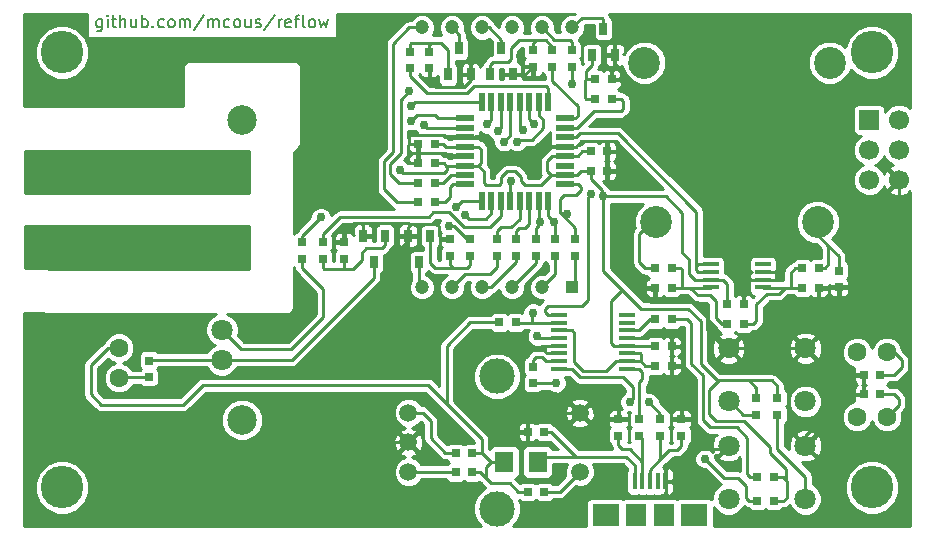
<source format=gtl>
G04 (created by PCBNEW (2013-07-07 BZR 4022)-stable) date 11/5/2013 1:48:53 AM*
%MOIN*%
G04 Gerber Fmt 3.4, Leading zero omitted, Abs format*
%FSLAX34Y34*%
G01*
G70*
G90*
G04 APERTURE LIST*
%ADD10C,0.006*%
%ADD11C,0.008*%
%ADD12C,0.0787*%
%ADD13C,0.0709*%
%ADD14C,0.0984*%
%ADD15R,0.0591X0.0197*%
%ADD16R,0.0197X0.0591*%
%ADD17C,0.1063*%
%ADD18R,0.0551X0.0138*%
%ADD19C,0.0708661*%
%ADD20R,0.0255906X0.0417323*%
%ADD21C,0.0590551*%
%ADD22C,0.11811*%
%ADD23R,0.0433071X0.0433071*%
%ADD24C,0.0472441*%
%ADD25R,0.0551181X0.015748*%
%ADD26R,0.015748X0.0551181*%
%ADD27R,0.0905512X0.0748031*%
%ADD28R,0.0708661X0.0748031*%
%ADD29R,0.0669291X0.0669291*%
%ADD30C,0.0669291*%
%ADD31R,0.0629921X0.0708661*%
%ADD32R,0.0275591X0.0275591*%
%ADD33C,0.0629921*%
%ADD34R,0.0787402X0.0787402*%
%ADD35C,0.0787402*%
%ADD36C,0.141732*%
%ADD37C,0.03*%
%ADD38C,0.01*%
G04 APERTURE END LIST*
G54D10*
G54D11*
X2833Y17104D02*
X2833Y16780D01*
X2814Y16742D01*
X2795Y16723D01*
X2757Y16704D01*
X2700Y16704D01*
X2661Y16723D01*
X2833Y16857D02*
X2795Y16838D01*
X2719Y16838D01*
X2680Y16857D01*
X2661Y16876D01*
X2642Y16914D01*
X2642Y17028D01*
X2661Y17066D01*
X2680Y17085D01*
X2719Y17104D01*
X2795Y17104D01*
X2833Y17085D01*
X3023Y16838D02*
X3023Y17104D01*
X3023Y17238D02*
X3004Y17219D01*
X3023Y17200D01*
X3042Y17219D01*
X3023Y17238D01*
X3023Y17200D01*
X3157Y17104D02*
X3309Y17104D01*
X3214Y17238D02*
X3214Y16895D01*
X3233Y16857D01*
X3271Y16838D01*
X3309Y16838D01*
X3442Y16838D02*
X3442Y17238D01*
X3614Y16838D02*
X3614Y17047D01*
X3595Y17085D01*
X3557Y17104D01*
X3500Y17104D01*
X3461Y17085D01*
X3442Y17066D01*
X3976Y17104D02*
X3976Y16838D01*
X3804Y17104D02*
X3804Y16895D01*
X3823Y16857D01*
X3861Y16838D01*
X3919Y16838D01*
X3957Y16857D01*
X3976Y16876D01*
X4166Y16838D02*
X4166Y17238D01*
X4166Y17085D02*
X4204Y17104D01*
X4280Y17104D01*
X4319Y17085D01*
X4338Y17066D01*
X4357Y17028D01*
X4357Y16914D01*
X4338Y16876D01*
X4319Y16857D01*
X4280Y16838D01*
X4204Y16838D01*
X4166Y16857D01*
X4528Y16876D02*
X4547Y16857D01*
X4528Y16838D01*
X4509Y16857D01*
X4528Y16876D01*
X4528Y16838D01*
X4890Y16857D02*
X4852Y16838D01*
X4776Y16838D01*
X4738Y16857D01*
X4719Y16876D01*
X4700Y16914D01*
X4700Y17028D01*
X4719Y17066D01*
X4738Y17085D01*
X4776Y17104D01*
X4852Y17104D01*
X4890Y17085D01*
X5119Y16838D02*
X5080Y16857D01*
X5061Y16876D01*
X5042Y16914D01*
X5042Y17028D01*
X5061Y17066D01*
X5080Y17085D01*
X5119Y17104D01*
X5176Y17104D01*
X5214Y17085D01*
X5233Y17066D01*
X5252Y17028D01*
X5252Y16914D01*
X5233Y16876D01*
X5214Y16857D01*
X5176Y16838D01*
X5119Y16838D01*
X5423Y16838D02*
X5423Y17104D01*
X5423Y17066D02*
X5442Y17085D01*
X5480Y17104D01*
X5538Y17104D01*
X5576Y17085D01*
X5595Y17047D01*
X5595Y16838D01*
X5595Y17047D02*
X5614Y17085D01*
X5652Y17104D01*
X5709Y17104D01*
X5747Y17085D01*
X5766Y17047D01*
X5766Y16838D01*
X6242Y17257D02*
X5900Y16742D01*
X6376Y16838D02*
X6376Y17104D01*
X6376Y17066D02*
X6395Y17085D01*
X6433Y17104D01*
X6490Y17104D01*
X6528Y17085D01*
X6547Y17047D01*
X6547Y16838D01*
X6547Y17047D02*
X6566Y17085D01*
X6604Y17104D01*
X6661Y17104D01*
X6700Y17085D01*
X6719Y17047D01*
X6719Y16838D01*
X7080Y16857D02*
X7042Y16838D01*
X6966Y16838D01*
X6928Y16857D01*
X6909Y16876D01*
X6890Y16914D01*
X6890Y17028D01*
X6909Y17066D01*
X6928Y17085D01*
X6966Y17104D01*
X7042Y17104D01*
X7080Y17085D01*
X7309Y16838D02*
X7271Y16857D01*
X7252Y16876D01*
X7233Y16914D01*
X7233Y17028D01*
X7252Y17066D01*
X7271Y17085D01*
X7309Y17104D01*
X7366Y17104D01*
X7404Y17085D01*
X7423Y17066D01*
X7442Y17028D01*
X7442Y16914D01*
X7423Y16876D01*
X7404Y16857D01*
X7366Y16838D01*
X7309Y16838D01*
X7785Y17104D02*
X7785Y16838D01*
X7614Y17104D02*
X7614Y16895D01*
X7633Y16857D01*
X7671Y16838D01*
X7728Y16838D01*
X7766Y16857D01*
X7785Y16876D01*
X7957Y16857D02*
X7995Y16838D01*
X8071Y16838D01*
X8109Y16857D01*
X8128Y16895D01*
X8128Y16914D01*
X8109Y16952D01*
X8071Y16971D01*
X8014Y16971D01*
X7976Y16990D01*
X7957Y17028D01*
X7957Y17047D01*
X7976Y17085D01*
X8014Y17104D01*
X8071Y17104D01*
X8109Y17085D01*
X8585Y17257D02*
X8242Y16742D01*
X8719Y16838D02*
X8719Y17104D01*
X8719Y17028D02*
X8738Y17066D01*
X8757Y17085D01*
X8795Y17104D01*
X8833Y17104D01*
X9119Y16857D02*
X9080Y16838D01*
X9004Y16838D01*
X8966Y16857D01*
X8947Y16895D01*
X8947Y17047D01*
X8966Y17085D01*
X9004Y17104D01*
X9080Y17104D01*
X9119Y17085D01*
X9138Y17047D01*
X9138Y17009D01*
X8947Y16971D01*
X9252Y17104D02*
X9404Y17104D01*
X9309Y16838D02*
X9309Y17180D01*
X9328Y17219D01*
X9366Y17238D01*
X9404Y17238D01*
X9595Y16838D02*
X9557Y16857D01*
X9538Y16895D01*
X9538Y17238D01*
X9804Y16838D02*
X9766Y16857D01*
X9747Y16876D01*
X9728Y16914D01*
X9728Y17028D01*
X9747Y17066D01*
X9766Y17085D01*
X9804Y17104D01*
X9861Y17104D01*
X9899Y17085D01*
X9919Y17066D01*
X9938Y17028D01*
X9938Y16914D01*
X9919Y16876D01*
X9899Y16857D01*
X9861Y16838D01*
X9804Y16838D01*
X10071Y17104D02*
X10147Y16838D01*
X10223Y17028D01*
X10299Y16838D01*
X10376Y17104D01*
G54D12*
X6831Y11750D03*
X6831Y9750D03*
G54D13*
X6831Y6750D03*
X6831Y5750D03*
G54D14*
X7500Y3750D03*
X7500Y13750D03*
G54D15*
X14946Y13802D03*
X14946Y13487D03*
X14946Y13172D03*
X14946Y12857D03*
X14946Y12543D03*
X14946Y12228D03*
X14946Y11913D03*
X14946Y11598D03*
G54D16*
X15498Y11046D03*
X15813Y11046D03*
X16128Y11046D03*
X16443Y11046D03*
X16757Y11046D03*
X17072Y11046D03*
X17387Y11046D03*
X17702Y11046D03*
G54D15*
X18254Y11598D03*
X18254Y11913D03*
X18254Y12228D03*
X18254Y12543D03*
X18254Y12857D03*
X18254Y13172D03*
X18254Y13487D03*
X18254Y13802D03*
G54D16*
X17702Y14354D03*
X17387Y14354D03*
X17072Y14354D03*
X16757Y14354D03*
X16443Y14354D03*
X16128Y14354D03*
X15813Y14354D03*
X15498Y14354D03*
G54D17*
X21303Y10343D03*
X26697Y10343D03*
X20909Y15657D03*
X27091Y15657D03*
G54D18*
X20332Y5454D03*
X20332Y5710D03*
X20332Y5966D03*
X20332Y6222D03*
X20332Y6478D03*
X20332Y6734D03*
X20332Y6990D03*
X20332Y7246D03*
X18068Y7246D03*
X18068Y6990D03*
X18068Y6734D03*
X18068Y6478D03*
X18068Y6222D03*
X18068Y5966D03*
X18068Y5710D03*
X18068Y5454D03*
G54D19*
X23720Y2885D03*
X26279Y2885D03*
X23720Y1114D03*
X26279Y1114D03*
X23720Y6135D03*
X26279Y6135D03*
X23720Y4364D03*
X26279Y4364D03*
G54D20*
X19175Y15916D03*
X19550Y16783D03*
X19924Y15916D03*
X15775Y15266D03*
X16150Y16133D03*
X16524Y15266D03*
X14375Y15266D03*
X14750Y16133D03*
X15124Y15266D03*
X13774Y9883D03*
X13400Y9016D03*
X13025Y9883D03*
X12274Y9883D03*
X11900Y9016D03*
X11525Y9883D03*
G54D21*
X18755Y2015D03*
X13047Y2015D03*
X13047Y3000D03*
X13047Y3984D03*
X18755Y3984D03*
G54D22*
X16000Y5204D03*
X16000Y795D03*
G54D23*
X18500Y8169D03*
G54D24*
X17500Y8169D03*
X16500Y8169D03*
X15500Y8169D03*
X14500Y8169D03*
X13500Y8169D03*
X13500Y16830D03*
X14500Y16830D03*
X15500Y16830D03*
X16500Y16830D03*
X17500Y16830D03*
X18500Y16830D03*
G54D25*
X24866Y8166D03*
X24866Y8422D03*
X24866Y8677D03*
X24866Y8933D03*
X23133Y8933D03*
X23133Y8677D03*
X23133Y8422D03*
X23133Y8166D03*
G54D26*
X20588Y1702D03*
X20844Y1702D03*
X21100Y1702D03*
X21355Y1702D03*
X21611Y1702D03*
G54D27*
X19623Y580D03*
X22576Y580D03*
G54D28*
X21552Y580D03*
X20647Y580D03*
G54D29*
X28400Y13750D03*
G54D30*
X29400Y13750D03*
X28400Y12750D03*
X29400Y12750D03*
X28400Y11750D03*
X29400Y11750D03*
G54D31*
X17351Y2350D03*
X16248Y2350D03*
G54D32*
X24674Y1850D03*
X25225Y1850D03*
X24674Y1050D03*
X25225Y1050D03*
X9500Y9675D03*
X9500Y9124D03*
X21825Y5550D03*
X21274Y5550D03*
X21825Y6200D03*
X21274Y6200D03*
X17575Y3350D03*
X17024Y3350D03*
X26725Y8800D03*
X26174Y8800D03*
X27400Y8174D03*
X27400Y8725D03*
X20050Y3775D03*
X20050Y3224D03*
X14624Y2650D03*
X15175Y2650D03*
X14624Y2000D03*
X15175Y2000D03*
X24650Y3924D03*
X24650Y4475D03*
X25350Y3924D03*
X25350Y4475D03*
X20750Y3224D03*
X20750Y3775D03*
X21450Y3224D03*
X21450Y3775D03*
X24225Y7600D03*
X23674Y7600D03*
X22150Y3775D03*
X22150Y3224D03*
X16074Y7000D03*
X16625Y7000D03*
X21274Y7100D03*
X21825Y7100D03*
X17200Y5525D03*
X17200Y4974D03*
X21274Y8800D03*
X21825Y8800D03*
X26725Y8150D03*
X26174Y8150D03*
X21825Y8150D03*
X21274Y8150D03*
X24225Y6950D03*
X23674Y6950D03*
X16000Y9775D03*
X16000Y9224D03*
X10900Y9124D03*
X10900Y9675D03*
X28224Y5250D03*
X28775Y5250D03*
X28224Y4600D03*
X28775Y4600D03*
X10200Y9124D03*
X10200Y9675D03*
X18500Y15524D03*
X18500Y16075D03*
X19274Y14450D03*
X19825Y14450D03*
X19274Y15100D03*
X19825Y15100D03*
X13925Y11000D03*
X13374Y11000D03*
X16650Y9775D03*
X16650Y9224D03*
X17950Y9775D03*
X17950Y9224D03*
X18600Y9775D03*
X18600Y9224D03*
X13925Y11650D03*
X13374Y11650D03*
X17575Y1350D03*
X17024Y1350D03*
X17300Y9775D03*
X17300Y9224D03*
X17850Y16075D03*
X17850Y15524D03*
X17200Y16075D03*
X17200Y15524D03*
X13100Y16025D03*
X13100Y15474D03*
X13750Y16025D03*
X13750Y15474D03*
X15100Y9224D03*
X15100Y9775D03*
X14450Y9224D03*
X14450Y9775D03*
X4400Y5174D03*
X4400Y5725D03*
X19675Y12700D03*
X19124Y12700D03*
X19675Y12050D03*
X19124Y12050D03*
X13374Y12950D03*
X13925Y12950D03*
X13374Y12300D03*
X13925Y12300D03*
G54D33*
X28000Y3850D03*
X29000Y3850D03*
X28000Y6000D03*
X29000Y6000D03*
X3400Y6150D03*
X3400Y5150D03*
G54D34*
X1350Y11750D03*
G54D35*
X1350Y9750D03*
G54D36*
X28500Y1500D03*
X28500Y16000D03*
X1500Y1500D03*
X1500Y16000D03*
G54D37*
X14390Y10220D03*
X16680Y13020D03*
X17230Y13620D03*
X16870Y13420D03*
X14640Y10850D03*
X14940Y10570D03*
X17890Y10330D03*
X17450Y10330D03*
X16220Y13010D03*
X17190Y7320D03*
X18340Y10620D03*
X18490Y14960D03*
X16460Y11710D03*
X13560Y13580D03*
X13130Y14220D03*
X13150Y13720D03*
X16020Y13370D03*
X19130Y11270D03*
X17340Y6530D03*
X15670Y13600D03*
X6250Y7000D03*
X500Y14500D03*
X1250Y14500D03*
X2250Y14500D03*
X3250Y14500D03*
X4250Y14500D03*
X5250Y14500D03*
X5250Y15500D03*
X5750Y16000D03*
X6750Y16000D03*
X7750Y16000D03*
X8750Y16000D03*
X9750Y16000D03*
X9750Y15000D03*
X9750Y14000D03*
X9750Y13000D03*
X9500Y12000D03*
X9500Y11000D03*
X9500Y8000D03*
X9500Y7000D03*
X8500Y7000D03*
X7500Y7000D03*
X5500Y7000D03*
X4500Y7000D03*
X3500Y7000D03*
X2500Y7000D03*
X1500Y7000D03*
X500Y7000D03*
X13500Y6280D03*
X20640Y13270D03*
X20360Y12450D03*
X17570Y12950D03*
X15340Y15900D03*
X16770Y15880D03*
X22930Y2460D03*
X17970Y4980D03*
X20420Y4350D03*
X21080Y4330D03*
X13080Y14700D03*
X12770Y12090D03*
X10130Y10500D03*
X19550Y11200D03*
G54D38*
X18254Y13487D02*
X18667Y13487D01*
X20150Y14450D02*
X19825Y14450D01*
X20210Y14390D02*
X20150Y14450D01*
X20210Y14110D02*
X20210Y14390D01*
X20140Y14040D02*
X20210Y14110D01*
X19220Y14040D02*
X20140Y14040D01*
X18667Y13487D02*
X19220Y14040D01*
X18254Y13802D02*
X18612Y13802D01*
X17850Y15060D02*
X17850Y15524D01*
X18690Y14220D02*
X17850Y15060D01*
X18690Y13880D02*
X18690Y14220D01*
X18612Y13802D02*
X18690Y13880D01*
X15480Y14870D02*
X15220Y14870D01*
X13670Y14640D02*
X13100Y15210D01*
X14990Y14640D02*
X13670Y14640D01*
X15220Y14870D02*
X14990Y14640D01*
X17702Y14354D02*
X17702Y14798D01*
X13100Y15210D02*
X13100Y15474D01*
X17630Y14870D02*
X15480Y14870D01*
X17702Y14798D02*
X17630Y14870D01*
X15100Y9775D02*
X15004Y9775D01*
X14560Y10220D02*
X14390Y10220D01*
X15004Y9775D02*
X14560Y10220D01*
X17387Y13913D02*
X17387Y14354D01*
X17550Y13750D02*
X17387Y13913D01*
X17550Y13470D02*
X17550Y13750D01*
X17170Y13090D02*
X17550Y13470D01*
X16750Y13090D02*
X17170Y13090D01*
X16680Y13020D02*
X16750Y13090D01*
X17072Y14354D02*
X17072Y13778D01*
X17072Y13778D02*
X17230Y13620D01*
X13047Y2015D02*
X14608Y2015D01*
X14608Y2015D02*
X14624Y2000D01*
X16757Y14354D02*
X16757Y13533D01*
X16757Y13533D02*
X16870Y13420D01*
X14624Y2650D02*
X14280Y2650D01*
X13525Y3984D02*
X13047Y3984D01*
X13800Y3710D02*
X13525Y3984D01*
X13800Y3130D02*
X13800Y3710D01*
X14280Y2650D02*
X13800Y3130D01*
X14270Y10670D02*
X14390Y10670D01*
X14390Y10670D02*
X14530Y10530D01*
X14900Y10180D02*
X15090Y10180D01*
X14550Y10530D02*
X14900Y10180D01*
X14530Y10530D02*
X14550Y10530D01*
X15490Y10180D02*
X15090Y10180D01*
X13870Y10670D02*
X13720Y10520D01*
X14270Y10670D02*
X13870Y10670D01*
X16128Y10548D02*
X16128Y11046D01*
X15760Y10180D02*
X16128Y10548D01*
X15490Y10180D02*
X15760Y10180D01*
X10200Y9940D02*
X10200Y9675D01*
X10780Y10520D02*
X10200Y9940D01*
X13720Y10520D02*
X10780Y10520D01*
X15498Y11046D02*
X14836Y11046D01*
X14836Y11046D02*
X14640Y10850D01*
X15813Y11046D02*
X15813Y10633D01*
X15060Y10450D02*
X14940Y10570D01*
X15630Y10450D02*
X15060Y10450D01*
X15813Y10633D02*
X15630Y10450D01*
X17920Y10300D02*
X17890Y10330D01*
X17950Y10300D02*
X17920Y10300D01*
X17950Y9775D02*
X17950Y10300D01*
X17702Y10548D02*
X17702Y11046D01*
X17950Y10300D02*
X17702Y10548D01*
X17387Y10267D02*
X17450Y10330D01*
X17387Y10250D02*
X17387Y10267D01*
X17387Y11046D02*
X17387Y10250D01*
X17387Y10250D02*
X17387Y10237D01*
X17300Y10150D02*
X17300Y9775D01*
X17387Y10237D02*
X17300Y10150D01*
X16443Y14354D02*
X16443Y13233D01*
X16443Y13233D02*
X16220Y13010D01*
X17160Y6990D02*
X17160Y7290D01*
X17160Y7290D02*
X17190Y7320D01*
X18068Y6990D02*
X17160Y6990D01*
X17160Y6990D02*
X16635Y6990D01*
X16635Y6990D02*
X16625Y7000D01*
X18330Y10630D02*
X18340Y10620D01*
X18120Y10630D02*
X18330Y10630D01*
X18254Y11598D02*
X18702Y11598D01*
X18600Y10150D02*
X18600Y9775D01*
X18100Y10650D02*
X18120Y10630D01*
X18120Y10630D02*
X18600Y10150D01*
X18100Y11100D02*
X18100Y10650D01*
X18250Y11250D02*
X18100Y11100D01*
X18650Y11250D02*
X18250Y11250D01*
X18800Y11400D02*
X18650Y11250D01*
X18800Y11500D02*
X18800Y11400D01*
X18702Y11598D02*
X18800Y11500D01*
X16443Y11046D02*
X16443Y11693D01*
X18500Y14970D02*
X18500Y15524D01*
X18490Y14960D02*
X18500Y14970D01*
X16443Y11693D02*
X16460Y11710D01*
X14946Y11598D02*
X14548Y11598D01*
X14280Y11000D02*
X13925Y11000D01*
X14450Y11170D02*
X14280Y11000D01*
X14450Y11500D02*
X14450Y11170D01*
X14548Y11598D02*
X14450Y11500D01*
X17072Y11046D02*
X17072Y10272D01*
X16650Y10050D02*
X16650Y9775D01*
X16750Y10150D02*
X16650Y10050D01*
X16950Y10150D02*
X16750Y10150D01*
X17072Y10272D02*
X16950Y10150D01*
X13925Y11650D02*
X14200Y11650D01*
X14463Y11913D02*
X14946Y11913D01*
X14200Y11650D02*
X14463Y11913D01*
X16757Y11046D02*
X16757Y10457D01*
X16130Y10170D02*
X16000Y10040D01*
X16470Y10170D02*
X16130Y10170D01*
X16757Y10457D02*
X16470Y10170D01*
X16000Y10040D02*
X16000Y9775D01*
X14929Y13470D02*
X14946Y13487D01*
X13670Y13470D02*
X14929Y13470D01*
X13560Y13580D02*
X13670Y13470D01*
X17575Y1350D02*
X18090Y1350D01*
X18090Y1350D02*
X18755Y2015D01*
X13264Y14354D02*
X15498Y14354D01*
X13130Y14220D02*
X13264Y14354D01*
X26279Y1114D02*
X26279Y1860D01*
X25350Y2790D02*
X25350Y3924D01*
X26279Y1860D02*
X25350Y2790D01*
X14018Y13802D02*
X14946Y13802D01*
X13920Y13900D02*
X14018Y13802D01*
X13330Y13900D02*
X13920Y13900D01*
X13150Y13720D02*
X13330Y13900D01*
X23720Y4364D02*
X23775Y4364D01*
X24215Y3924D02*
X24650Y3924D01*
X23775Y4364D02*
X24215Y3924D01*
X22645Y9930D02*
X22645Y10695D01*
X20040Y13300D02*
X19800Y13300D01*
X22645Y10695D02*
X20040Y13300D01*
X22645Y8880D02*
X22645Y9930D01*
X18642Y13172D02*
X18254Y13172D01*
X18770Y13300D02*
X18642Y13172D01*
X19800Y13300D02*
X18770Y13300D01*
X23133Y8677D02*
X22702Y8677D01*
X22698Y8933D02*
X23133Y8933D01*
X22645Y8880D02*
X22698Y8933D01*
X22645Y8735D02*
X22645Y8880D01*
X22702Y8677D02*
X22645Y8735D01*
X16128Y14354D02*
X16128Y13478D01*
X16128Y13478D02*
X16020Y13370D01*
X19040Y10160D02*
X19040Y11180D01*
X19040Y11180D02*
X19130Y11270D01*
X18068Y7246D02*
X17694Y7246D01*
X19040Y10160D02*
X19040Y10160D01*
X19040Y7750D02*
X19040Y10160D01*
X18850Y7560D02*
X19040Y7750D01*
X17700Y7560D02*
X18850Y7560D01*
X17590Y7450D02*
X17700Y7560D01*
X17590Y7350D02*
X17590Y7450D01*
X17694Y7246D02*
X17590Y7350D01*
X17392Y6478D02*
X17340Y6530D01*
X18068Y6478D02*
X17392Y6478D01*
X15813Y13743D02*
X15813Y14354D01*
X15670Y13600D02*
X15813Y13743D01*
X2250Y14500D02*
X1250Y14500D01*
X4250Y14500D02*
X3250Y14500D01*
X5250Y15500D02*
X5250Y14500D01*
X6750Y16000D02*
X5750Y16000D01*
X8750Y16000D02*
X7750Y16000D01*
X9750Y15000D02*
X9750Y16000D01*
X9750Y13000D02*
X9750Y14000D01*
X9500Y11000D02*
X9500Y12000D01*
X9500Y7000D02*
X9500Y8000D01*
X7500Y7000D02*
X8500Y7000D01*
X6250Y7000D02*
X6260Y7000D01*
X13047Y3000D02*
X9500Y3000D01*
X3500Y7000D02*
X4500Y7000D01*
X1500Y7000D02*
X2500Y7000D01*
X500Y5000D02*
X500Y7000D01*
X3250Y2250D02*
X500Y5000D01*
X8750Y2250D02*
X3250Y2250D01*
X9500Y3000D02*
X8750Y2250D01*
X6250Y7000D02*
X5500Y7000D01*
X13025Y9883D02*
X13025Y9705D01*
X12590Y7190D02*
X13500Y6280D01*
X12590Y9270D02*
X12590Y7190D01*
X13025Y9705D02*
X12590Y9270D01*
X20055Y12390D02*
X20300Y12390D01*
X21240Y13870D02*
X21240Y14240D01*
X20640Y13270D02*
X21240Y13870D01*
X20300Y12390D02*
X20360Y12450D01*
X25460Y10640D02*
X24840Y10640D01*
X24840Y10640D02*
X21240Y14240D01*
X20580Y14590D02*
X20070Y15100D01*
X21240Y14240D02*
X20890Y14590D01*
X20890Y14590D02*
X20580Y14590D01*
X23720Y6135D02*
X23614Y6135D01*
X20940Y8150D02*
X21274Y8150D01*
X20860Y8070D02*
X20940Y8150D01*
X20860Y7960D02*
X20860Y8070D01*
X21140Y7680D02*
X20860Y7960D01*
X22670Y7680D02*
X21140Y7680D01*
X23010Y7340D02*
X22670Y7680D01*
X23010Y6740D02*
X23010Y7340D01*
X23614Y6135D02*
X23010Y6740D01*
X17580Y12857D02*
X17580Y12940D01*
X17580Y12940D02*
X17570Y12950D01*
X15124Y15266D02*
X15124Y15684D01*
X15124Y15684D02*
X15340Y15900D01*
X16840Y15810D02*
X16840Y15266D01*
X16770Y15880D02*
X16840Y15810D01*
X14946Y13172D02*
X15528Y13172D01*
X17287Y12857D02*
X17580Y12857D01*
X17580Y12857D02*
X18254Y12857D01*
X17120Y12690D02*
X17287Y12857D01*
X16010Y12690D02*
X17120Y12690D01*
X15528Y13172D02*
X16010Y12690D01*
X16904Y3984D02*
X15295Y3984D01*
X15210Y6180D02*
X17580Y6180D01*
X14990Y5960D02*
X15210Y6180D01*
X14990Y4290D02*
X14990Y5960D01*
X15295Y3984D02*
X14990Y4290D01*
X23720Y6135D02*
X26279Y6135D01*
X26279Y2885D02*
X26279Y3229D01*
X26279Y3229D02*
X27750Y4700D01*
X22200Y5650D02*
X22200Y4290D01*
X22200Y4290D02*
X22280Y4210D01*
X20332Y6478D02*
X20828Y6478D01*
X22200Y6560D02*
X22200Y6150D01*
X22090Y6670D02*
X22200Y6560D01*
X21020Y6670D02*
X22090Y6670D01*
X20828Y6478D02*
X21020Y6670D01*
X14450Y9775D02*
X14184Y9775D01*
X14070Y9890D02*
X14070Y10200D01*
X14184Y9775D02*
X14070Y9890D01*
X14070Y10200D02*
X13990Y10280D01*
X27750Y5100D02*
X27210Y5640D01*
X26775Y5640D02*
X26279Y6135D01*
X27210Y5640D02*
X26775Y5640D01*
X19924Y15916D02*
X19924Y15615D01*
X19924Y15615D02*
X20140Y15400D01*
X20140Y15400D02*
X20140Y15170D01*
X20140Y15170D02*
X20070Y15100D01*
X20070Y15100D02*
X19825Y15100D01*
X28224Y4600D02*
X27850Y4600D01*
X27900Y5250D02*
X28224Y5250D01*
X27750Y5100D02*
X27900Y5250D01*
X27750Y4700D02*
X27750Y5100D01*
X27850Y4600D02*
X27750Y4700D01*
X25310Y8530D02*
X25320Y8530D01*
X28210Y10450D02*
X29400Y10450D01*
X27110Y11550D02*
X28210Y10450D01*
X26220Y11550D02*
X27110Y11550D01*
X25460Y10790D02*
X26220Y11550D01*
X25460Y8670D02*
X25460Y10640D01*
X25460Y10640D02*
X25460Y10790D01*
X25320Y8530D02*
X25460Y8670D01*
X27320Y7820D02*
X28050Y7820D01*
X29400Y10030D02*
X29400Y10450D01*
X28050Y7820D02*
X29400Y9170D01*
X29400Y9170D02*
X29400Y10030D01*
X29400Y10450D02*
X29400Y11750D01*
X27320Y7820D02*
X27320Y7176D01*
X27320Y7176D02*
X26279Y6135D01*
X21825Y5550D02*
X22100Y5550D01*
X22150Y6200D02*
X21825Y6200D01*
X22200Y6150D02*
X22150Y6200D01*
X22200Y5650D02*
X22200Y6150D01*
X22100Y5550D02*
X22200Y5650D01*
X18755Y3984D02*
X16904Y3984D01*
X16690Y3350D02*
X17024Y3350D01*
X16600Y3440D02*
X16690Y3350D01*
X16600Y3680D02*
X16600Y3440D01*
X16904Y3984D02*
X16600Y3680D01*
X20050Y3775D02*
X20050Y4100D01*
X20050Y4100D02*
X19940Y4210D01*
X19940Y4210D02*
X18981Y4210D01*
X18981Y4210D02*
X18755Y3984D01*
X11460Y10310D02*
X13060Y10310D01*
X13060Y10310D02*
X13110Y10260D01*
X18068Y5966D02*
X17674Y5966D01*
X17580Y6060D02*
X17580Y6180D01*
X17674Y5966D02*
X17580Y6060D01*
X17580Y6180D02*
X17622Y6222D01*
X17622Y6222D02*
X18068Y6222D01*
X24225Y7600D02*
X24225Y8225D01*
X24422Y8422D02*
X24866Y8422D01*
X24225Y8225D02*
X24422Y8422D01*
X24866Y8677D02*
X25272Y8677D01*
X25262Y8422D02*
X24866Y8422D01*
X25310Y8470D02*
X25262Y8422D01*
X25310Y8640D02*
X25310Y8530D01*
X25310Y8530D02*
X25310Y8470D01*
X25272Y8677D02*
X25310Y8640D01*
X26725Y8150D02*
X27010Y8150D01*
X27400Y7900D02*
X27400Y8174D01*
X27320Y7820D02*
X27400Y7900D01*
X27130Y7820D02*
X27320Y7820D01*
X27060Y7890D02*
X27130Y7820D01*
X27060Y8100D02*
X27060Y7890D01*
X27010Y8150D02*
X27060Y8100D01*
X20055Y12755D02*
X20055Y12390D01*
X20055Y12390D02*
X20055Y12145D01*
X19960Y12050D02*
X19675Y12050D01*
X20055Y12145D02*
X19960Y12050D01*
X18254Y12857D02*
X18617Y12857D01*
X18617Y12857D02*
X18800Y13040D01*
X18800Y13040D02*
X19980Y13040D01*
X19980Y13040D02*
X20060Y12960D01*
X20060Y12960D02*
X20060Y12760D01*
X20060Y12760D02*
X20055Y12755D01*
X20000Y12700D02*
X19675Y12700D01*
X20055Y12755D02*
X20000Y12700D01*
X22610Y2770D02*
X23604Y2770D01*
X23604Y2770D02*
X23720Y2885D01*
X21611Y1702D02*
X21611Y2181D01*
X22150Y4080D02*
X22150Y3775D01*
X22280Y4210D02*
X22150Y4080D01*
X22440Y4210D02*
X22280Y4210D01*
X22610Y2770D02*
X22610Y4040D01*
X22610Y4040D02*
X22440Y4210D01*
X22350Y2510D02*
X22610Y2770D01*
X21940Y2510D02*
X22350Y2510D01*
X21611Y2181D02*
X21940Y2510D01*
X13750Y15474D02*
X13750Y15070D01*
X15124Y15074D02*
X15124Y15266D01*
X14910Y14860D02*
X15124Y15074D01*
X13960Y14860D02*
X14910Y14860D01*
X13750Y15070D02*
X13960Y14860D01*
X16524Y15266D02*
X16840Y15266D01*
X16840Y15266D02*
X16942Y15266D01*
X16942Y15266D02*
X17200Y15524D01*
X10900Y9675D02*
X10900Y9990D01*
X11525Y10244D02*
X11525Y9883D01*
X11460Y10310D02*
X11525Y10244D01*
X11220Y10310D02*
X11460Y10310D01*
X10900Y9990D02*
X11220Y10310D01*
X13990Y10280D02*
X13130Y10280D01*
X13130Y10280D02*
X13110Y10260D01*
X13025Y10175D02*
X13025Y9883D01*
X13110Y10260D02*
X13025Y10175D01*
X13080Y12950D02*
X13030Y12900D01*
X13030Y12900D02*
X13030Y12580D01*
X14946Y13172D02*
X14338Y13172D01*
X13080Y12950D02*
X13374Y12950D01*
X13060Y12970D02*
X13080Y12950D01*
X13060Y13210D02*
X13060Y12970D01*
X13110Y13260D02*
X13060Y13210D01*
X14250Y13260D02*
X13110Y13260D01*
X14338Y13172D02*
X14250Y13260D01*
X14946Y12543D02*
X14347Y12543D01*
X14347Y12543D02*
X14260Y12630D01*
X14260Y12630D02*
X13080Y12630D01*
X13080Y12630D02*
X13030Y12580D01*
X13040Y12300D02*
X13374Y12300D01*
X13030Y12580D02*
X13030Y12310D01*
X13030Y12310D02*
X13040Y12300D01*
X18500Y16075D02*
X18500Y16350D01*
X17910Y16420D02*
X17500Y16830D01*
X18430Y16420D02*
X17910Y16420D01*
X18500Y16350D02*
X18430Y16420D01*
X16000Y9224D02*
X16000Y8840D01*
X14930Y8600D02*
X14500Y8169D01*
X15760Y8600D02*
X14930Y8600D01*
X16000Y8840D02*
X15760Y8600D01*
X17300Y9224D02*
X17300Y8969D01*
X17300Y8969D02*
X16500Y8169D01*
X18960Y15100D02*
X18960Y15370D01*
X19175Y15585D02*
X19175Y15916D01*
X18960Y15370D02*
X19175Y15585D01*
X19274Y14450D02*
X18960Y14450D01*
X18960Y15100D02*
X19274Y15100D01*
X18920Y15060D02*
X18960Y15100D01*
X18920Y14490D02*
X18920Y15060D01*
X18960Y14450D02*
X18920Y14490D01*
X9500Y9124D02*
X9500Y8810D01*
X7471Y6110D02*
X6831Y6750D01*
X9140Y6110D02*
X7471Y6110D01*
X10210Y7180D02*
X9140Y6110D01*
X10210Y8100D02*
X10210Y7180D01*
X9500Y8810D02*
X10210Y8100D01*
X13810Y16320D02*
X13150Y16320D01*
X13100Y16270D02*
X13100Y16025D01*
X13150Y16320D02*
X13100Y16270D01*
X14375Y15266D02*
X14375Y16084D01*
X13750Y16260D02*
X13750Y16025D01*
X13810Y16320D02*
X13750Y16260D01*
X14140Y16320D02*
X13810Y16320D01*
X14375Y16084D02*
X14140Y16320D01*
X13774Y9883D02*
X13774Y8995D01*
X13950Y8820D02*
X14550Y8820D01*
X13774Y8995D02*
X13950Y8820D01*
X15100Y9224D02*
X15100Y8920D01*
X14450Y8920D02*
X14450Y9224D01*
X14550Y8820D02*
X14450Y8920D01*
X15000Y8820D02*
X14550Y8820D01*
X15100Y8920D02*
X15000Y8820D01*
X19550Y16783D02*
X19550Y17110D01*
X18829Y17160D02*
X18500Y16830D01*
X19500Y17160D02*
X18829Y17160D01*
X19550Y17110D02*
X19500Y17160D01*
X28775Y4600D02*
X29250Y4600D01*
X29400Y4250D02*
X29000Y3850D01*
X29400Y4450D02*
X29400Y4250D01*
X29250Y4600D02*
X29400Y4450D01*
X16150Y16133D02*
X16150Y16400D01*
X15719Y16830D02*
X15500Y16830D01*
X16150Y16400D02*
X15719Y16830D01*
X29000Y6000D02*
X29250Y6000D01*
X29250Y5250D02*
X28775Y5250D01*
X29500Y5500D02*
X29250Y5250D01*
X29500Y5750D02*
X29500Y5500D01*
X29250Y6000D02*
X29500Y5750D01*
X17310Y16410D02*
X16720Y16410D01*
X16460Y15780D02*
X16370Y15690D01*
X16460Y16150D02*
X16460Y15780D01*
X16720Y16410D02*
X16460Y16150D01*
X15775Y15266D02*
X15775Y15585D01*
X15775Y15585D02*
X15880Y15690D01*
X15880Y15690D02*
X16370Y15690D01*
X17850Y16075D02*
X17850Y16180D01*
X17200Y16300D02*
X17200Y16075D01*
X17310Y16410D02*
X17200Y16300D01*
X17620Y16410D02*
X17310Y16410D01*
X17850Y16180D02*
X17620Y16410D01*
X20332Y6734D02*
X20734Y6734D01*
X21100Y7100D02*
X21274Y7100D01*
X20734Y6734D02*
X21100Y7100D01*
X17200Y5525D02*
X17200Y5750D01*
X17620Y5710D02*
X18068Y5710D01*
X17490Y5840D02*
X17620Y5710D01*
X17290Y5840D02*
X17490Y5840D01*
X17200Y5750D02*
X17290Y5840D01*
X23570Y1820D02*
X24040Y1820D01*
X22930Y2460D02*
X23570Y1820D01*
X24390Y1050D02*
X24674Y1050D01*
X24300Y1140D02*
X24390Y1050D01*
X24300Y1560D02*
X24300Y1140D01*
X24040Y1820D02*
X24300Y1560D01*
X17200Y4974D02*
X17964Y4974D01*
X17964Y4974D02*
X17970Y4980D01*
X21450Y3775D02*
X21450Y3960D01*
X18486Y5454D02*
X18068Y5454D01*
X18770Y5170D02*
X18486Y5454D01*
X20210Y5170D02*
X18770Y5170D01*
X20520Y4860D02*
X20210Y5170D01*
X20520Y4450D02*
X20520Y4860D01*
X20420Y4350D02*
X20520Y4450D01*
X21450Y3960D02*
X21080Y4330D01*
X21450Y2440D02*
X21750Y2740D01*
X22150Y2880D02*
X22150Y3224D01*
X22010Y2740D02*
X22150Y2880D01*
X21750Y2740D02*
X22010Y2740D01*
X21100Y1702D02*
X21100Y2090D01*
X21450Y2440D02*
X21450Y3224D01*
X21100Y2090D02*
X21450Y2440D01*
X22870Y4520D02*
X22870Y5230D01*
X22480Y6970D02*
X22350Y7100D01*
X22480Y5620D02*
X22480Y6970D01*
X22870Y5230D02*
X22480Y5620D01*
X24340Y1950D02*
X24440Y1850D01*
X24340Y3150D02*
X24340Y1950D01*
X23990Y3500D02*
X24340Y3150D01*
X23100Y3500D02*
X23990Y3500D01*
X22870Y3730D02*
X23100Y3500D01*
X22870Y4520D02*
X22870Y3730D01*
X24674Y1850D02*
X24440Y1850D01*
X22350Y7100D02*
X21825Y7100D01*
X21303Y10343D02*
X21133Y10343D01*
X20950Y8800D02*
X21274Y8800D01*
X20750Y9000D02*
X20950Y8800D01*
X20750Y9960D02*
X20750Y9000D01*
X21133Y10343D02*
X20750Y9960D01*
X6831Y5750D02*
X4424Y5750D01*
X4424Y5750D02*
X4400Y5725D01*
X6831Y5750D02*
X9160Y5750D01*
X11900Y8490D02*
X11900Y9016D01*
X9160Y5750D02*
X11900Y8490D01*
X20750Y3775D02*
X20750Y5000D01*
X20746Y5454D02*
X20332Y5454D01*
X20850Y5350D02*
X20746Y5454D01*
X20850Y5100D02*
X20850Y5350D01*
X20750Y5000D02*
X20850Y5100D01*
X20332Y5710D02*
X19970Y5710D01*
X18486Y6734D02*
X18068Y6734D01*
X18580Y6640D02*
X18486Y6734D01*
X18580Y5680D02*
X18580Y6640D01*
X18880Y5380D02*
X18580Y5680D01*
X19640Y5380D02*
X18880Y5380D01*
X19970Y5710D02*
X19640Y5380D01*
X20790Y5710D02*
X20790Y5940D01*
X20764Y5966D02*
X20332Y5966D01*
X20790Y5940D02*
X20764Y5966D01*
X20332Y5710D02*
X20790Y5710D01*
X20950Y5550D02*
X21274Y5550D01*
X20790Y5710D02*
X20950Y5550D01*
X13374Y11000D02*
X12670Y11000D01*
X12240Y12380D02*
X12540Y12680D01*
X12240Y11430D02*
X12240Y12380D01*
X12670Y11000D02*
X12240Y11430D01*
X13080Y16830D02*
X13500Y16830D01*
X12540Y16290D02*
X13080Y16830D01*
X12540Y12680D02*
X12540Y16290D01*
X4400Y5174D02*
X3424Y5174D01*
X3424Y5174D02*
X3400Y5150D01*
X20844Y2250D02*
X20844Y2345D01*
X20050Y2900D02*
X20050Y3224D01*
X20180Y2770D02*
X20050Y2900D01*
X20420Y2770D02*
X20180Y2770D01*
X20844Y2345D02*
X20420Y2770D01*
X20844Y1702D02*
X20844Y2250D01*
X20844Y2250D02*
X20844Y3130D01*
X20844Y3130D02*
X20750Y3224D01*
X10200Y9124D02*
X10200Y8800D01*
X10220Y8780D02*
X10940Y8780D01*
X10200Y8800D02*
X10220Y8780D01*
X10900Y9124D02*
X10900Y8820D01*
X12274Y9584D02*
X12274Y9883D01*
X12160Y9470D02*
X12274Y9584D01*
X11640Y9470D02*
X12160Y9470D01*
X11490Y9320D02*
X11640Y9470D01*
X11490Y9080D02*
X11490Y9320D01*
X11190Y8780D02*
X11490Y9080D01*
X10940Y8780D02*
X11190Y8780D01*
X10900Y8820D02*
X10940Y8780D01*
X14750Y16133D02*
X14750Y16580D01*
X14750Y16580D02*
X14500Y16830D01*
X13400Y9016D02*
X13400Y8269D01*
X13400Y8269D02*
X13500Y8169D01*
X16650Y9224D02*
X16650Y9020D01*
X15799Y8169D02*
X15500Y8169D01*
X16650Y9020D02*
X15799Y8169D01*
X23674Y6950D02*
X23500Y6950D01*
X22700Y7900D02*
X22450Y8150D01*
X23100Y7900D02*
X22700Y7900D01*
X23300Y7700D02*
X23100Y7900D01*
X23300Y7150D02*
X23300Y7700D01*
X23500Y6950D02*
X23300Y7150D01*
X21825Y8150D02*
X22450Y8150D01*
X22450Y8150D02*
X23117Y8150D01*
X23117Y8150D02*
X23133Y8166D01*
X21825Y8800D02*
X22120Y8800D01*
X22130Y8150D02*
X21825Y8150D01*
X22180Y8200D02*
X22130Y8150D01*
X22180Y8740D02*
X22180Y8200D01*
X22120Y8800D02*
X22180Y8740D01*
X26725Y8800D02*
X26920Y8800D01*
X27050Y8930D02*
X27050Y9560D01*
X26920Y8800D02*
X27050Y8930D01*
X26697Y10343D02*
X26697Y9913D01*
X27400Y9210D02*
X27400Y8725D01*
X26697Y9913D02*
X27050Y9560D01*
X27050Y9560D02*
X27400Y9210D01*
X24225Y6950D02*
X24550Y6950D01*
X25400Y7950D02*
X25600Y8150D01*
X25000Y7950D02*
X25400Y7950D01*
X24650Y7600D02*
X25000Y7950D01*
X24650Y7050D02*
X24650Y7600D01*
X24550Y6950D02*
X24650Y7050D01*
X26174Y8150D02*
X25600Y8150D01*
X25600Y8150D02*
X24882Y8150D01*
X24882Y8150D02*
X24866Y8166D01*
X26174Y8800D02*
X25930Y8800D01*
X25840Y8150D02*
X26174Y8150D01*
X25790Y8200D02*
X25840Y8150D01*
X25790Y8660D02*
X25790Y8200D01*
X25930Y8800D02*
X25790Y8660D01*
X17575Y3350D02*
X17810Y3350D01*
X18640Y2520D02*
X18700Y2520D01*
X17810Y3350D02*
X18640Y2520D01*
X20588Y1702D02*
X20588Y2231D01*
X17521Y2520D02*
X17351Y2350D01*
X20300Y2520D02*
X18700Y2520D01*
X18700Y2520D02*
X17521Y2520D01*
X20588Y2231D02*
X20300Y2520D01*
X17950Y9224D02*
X17950Y8619D01*
X17950Y8619D02*
X17500Y8169D01*
X18600Y9224D02*
X18600Y8269D01*
X18600Y8269D02*
X18500Y8169D01*
X13374Y11650D02*
X12740Y11650D01*
X12440Y12290D02*
X12790Y12640D01*
X12440Y11949D02*
X12440Y12290D01*
X12740Y11650D02*
X12440Y11949D01*
X12790Y14410D02*
X13080Y14700D01*
X12790Y12640D02*
X12790Y14410D01*
X14946Y12857D02*
X15383Y12857D01*
X15460Y12316D02*
X15372Y12228D01*
X15460Y12780D02*
X15460Y12316D01*
X15383Y12857D02*
X15460Y12780D01*
X17850Y12543D02*
X17833Y12543D01*
X17833Y12543D02*
X17670Y12380D01*
X17800Y11913D02*
X17800Y11910D01*
X17800Y11910D02*
X17460Y11570D01*
X17460Y11570D02*
X16950Y11570D01*
X16950Y11570D02*
X16800Y11720D01*
X16800Y11720D02*
X16800Y11840D01*
X16800Y11840D02*
X16610Y12030D01*
X16610Y12030D02*
X16340Y12030D01*
X16340Y12030D02*
X16140Y11830D01*
X16140Y11830D02*
X16140Y11640D01*
X16140Y11640D02*
X16070Y11570D01*
X16070Y11570D02*
X15620Y11570D01*
X15620Y11570D02*
X15560Y11630D01*
X15560Y11630D02*
X15560Y12040D01*
X15560Y12040D02*
X15372Y12228D01*
X14340Y12228D02*
X14340Y12080D01*
X12880Y11980D02*
X12770Y12090D01*
X14240Y11980D02*
X12880Y11980D01*
X14340Y12080D02*
X14240Y11980D01*
X9500Y9675D02*
X9500Y9870D01*
X9500Y9870D02*
X10130Y10500D01*
X14946Y12228D02*
X15372Y12228D01*
X22790Y6920D02*
X22790Y7040D01*
X20810Y7450D02*
X20680Y7580D01*
X22380Y7450D02*
X20810Y7450D01*
X22790Y7040D02*
X22380Y7450D01*
X18254Y11913D02*
X17800Y11913D01*
X17800Y11913D02*
X17797Y11913D01*
X17797Y11913D02*
X17670Y12040D01*
X17670Y12040D02*
X17670Y12380D01*
X17850Y12543D02*
X18254Y12543D01*
X3400Y6150D02*
X3030Y6150D01*
X13710Y4900D02*
X14320Y4290D01*
X6190Y4900D02*
X13710Y4900D01*
X5540Y4250D02*
X6190Y4900D01*
X2810Y4250D02*
X5540Y4250D01*
X2460Y4600D02*
X2810Y4250D01*
X2460Y5580D02*
X2460Y4600D01*
X3030Y6150D02*
X2460Y5580D01*
X15500Y2650D02*
X15500Y3110D01*
X15110Y7000D02*
X16074Y7000D01*
X14320Y6210D02*
X15110Y7000D01*
X14320Y4290D02*
X14320Y6210D01*
X15500Y3110D02*
X14320Y4290D01*
X20332Y6222D02*
X19888Y6222D01*
X19790Y7710D02*
X20170Y8090D01*
X19790Y6320D02*
X19790Y7710D01*
X19888Y6222D02*
X19790Y6320D01*
X23400Y5070D02*
X23330Y5070D01*
X23330Y5070D02*
X22790Y5610D01*
X22790Y5610D02*
X22790Y6920D01*
X20680Y7580D02*
X20170Y8090D01*
X19550Y8710D02*
X19550Y11200D01*
X20170Y8090D02*
X19550Y8710D01*
X19550Y11200D02*
X21620Y11200D01*
X21620Y11200D02*
X22180Y10640D01*
X22180Y10640D02*
X22180Y9320D01*
X22587Y8422D02*
X23133Y8422D01*
X22390Y9110D02*
X22180Y9320D01*
X22390Y8620D02*
X22390Y9110D01*
X22587Y8422D02*
X22390Y8620D01*
X24385Y5065D02*
X25155Y5065D01*
X25350Y4870D02*
X25350Y4475D01*
X25155Y5065D02*
X25350Y4870D01*
X25640Y1740D02*
X25640Y2100D01*
X24650Y4800D02*
X24650Y4475D01*
X24380Y5070D02*
X24385Y5065D01*
X24385Y5065D02*
X24650Y4800D01*
X23400Y5070D02*
X24380Y5070D01*
X23070Y4740D02*
X23400Y5070D01*
X23070Y3949D02*
X23070Y4740D01*
X23300Y3720D02*
X23070Y3949D01*
X24240Y3720D02*
X23300Y3720D01*
X25100Y2860D02*
X24240Y3720D01*
X25100Y2640D02*
X25100Y2860D01*
X25640Y2100D02*
X25100Y2640D01*
X19124Y11775D02*
X19124Y12050D01*
X19550Y11200D02*
X19500Y11250D01*
X19500Y11250D02*
X19500Y11400D01*
X19500Y11400D02*
X19124Y11775D01*
X20332Y6222D02*
X21252Y6222D01*
X21252Y6222D02*
X21274Y6200D01*
X23674Y7600D02*
X23674Y8275D01*
X23674Y8275D02*
X23527Y8422D01*
X23527Y8422D02*
X23133Y8422D01*
X18254Y12543D02*
X18693Y12543D01*
X18693Y12543D02*
X18850Y12700D01*
X18850Y12700D02*
X19124Y12700D01*
X18254Y11913D02*
X18663Y11913D01*
X18800Y12050D02*
X19124Y12050D01*
X18663Y11913D02*
X18800Y12050D01*
X15830Y2350D02*
X15800Y2350D01*
X15500Y2650D02*
X15175Y2650D01*
X15800Y2350D02*
X15500Y2650D01*
X15630Y1810D02*
X15430Y2010D01*
X15185Y2010D02*
X15175Y2000D01*
X15430Y2010D02*
X15185Y2010D01*
X17024Y1350D02*
X16700Y1350D01*
X15810Y2350D02*
X15830Y2350D01*
X15830Y2350D02*
X16248Y2350D01*
X15630Y2170D02*
X15810Y2350D01*
X15630Y1810D02*
X15630Y2170D01*
X15810Y1630D02*
X15630Y1810D01*
X16420Y1630D02*
X15810Y1630D01*
X16700Y1350D02*
X16420Y1630D01*
X25225Y1050D02*
X25550Y1050D01*
X25530Y1850D02*
X25225Y1850D01*
X25660Y1720D02*
X25640Y1740D01*
X25640Y1740D02*
X25530Y1850D01*
X25660Y1160D02*
X25660Y1720D01*
X25550Y1050D02*
X25660Y1160D01*
X14946Y12857D02*
X14303Y12857D01*
X14210Y12950D02*
X13925Y12950D01*
X14303Y12857D02*
X14210Y12950D01*
X14946Y12228D02*
X14340Y12228D01*
X14340Y12228D02*
X14302Y12228D01*
X14230Y12300D02*
X13925Y12300D01*
X14302Y12228D02*
X14230Y12300D01*
G54D10*
G36*
X9960Y7283D02*
X9036Y6360D01*
X7574Y6360D01*
X7358Y6575D01*
X7385Y6639D01*
X7385Y6859D01*
X7301Y7063D01*
X7145Y7219D01*
X7012Y7275D01*
X9000Y7275D01*
X9086Y7292D01*
X9159Y7340D01*
X9207Y7413D01*
X9225Y7500D01*
X9225Y8840D01*
X9248Y8817D01*
X9250Y8816D01*
X9250Y8810D01*
X9269Y8714D01*
X9323Y8633D01*
X9960Y7996D01*
X9960Y7283D01*
X9960Y7283D01*
G37*
G54D38*
X9960Y7283D02*
X9036Y6360D01*
X7574Y6360D01*
X7358Y6575D01*
X7385Y6639D01*
X7385Y6859D01*
X7301Y7063D01*
X7145Y7219D01*
X7012Y7275D01*
X9000Y7275D01*
X9086Y7292D01*
X9159Y7340D01*
X9207Y7413D01*
X9225Y7500D01*
X9225Y8840D01*
X9248Y8817D01*
X9250Y8816D01*
X9250Y8810D01*
X9269Y8714D01*
X9323Y8633D01*
X9960Y7996D01*
X9960Y7283D01*
G54D10*
G36*
X11305Y10270D02*
X11284Y10261D01*
X11228Y10204D01*
X11197Y10131D01*
X11198Y9958D01*
X11248Y9908D01*
X11215Y9908D01*
X11207Y9926D01*
X11151Y9982D01*
X11077Y10013D01*
X10998Y10013D01*
X10975Y10013D01*
X10925Y9963D01*
X10925Y9700D01*
X10932Y9700D01*
X10932Y9650D01*
X10925Y9650D01*
X10925Y9642D01*
X10875Y9642D01*
X10875Y9650D01*
X10875Y9700D01*
X10875Y9963D01*
X10825Y10013D01*
X10801Y10013D01*
X10722Y10013D01*
X10648Y9982D01*
X10592Y9926D01*
X10562Y9852D01*
X10562Y9750D01*
X10612Y9700D01*
X10875Y9700D01*
X10875Y9650D01*
X10612Y9650D01*
X10562Y9600D01*
X10562Y9498D01*
X10592Y9424D01*
X10617Y9400D01*
X10592Y9375D01*
X10562Y9302D01*
X10562Y9222D01*
X10562Y9030D01*
X10537Y9030D01*
X10537Y9301D01*
X10507Y9375D01*
X10482Y9399D01*
X10507Y9424D01*
X10537Y9497D01*
X10537Y9577D01*
X10537Y9852D01*
X10516Y9903D01*
X10883Y10270D01*
X11305Y10270D01*
X11305Y10270D01*
G37*
G54D38*
X11305Y10270D02*
X11284Y10261D01*
X11228Y10204D01*
X11197Y10131D01*
X11198Y9958D01*
X11248Y9908D01*
X11215Y9908D01*
X11207Y9926D01*
X11151Y9982D01*
X11077Y10013D01*
X10998Y10013D01*
X10975Y10013D01*
X10925Y9963D01*
X10925Y9700D01*
X10932Y9700D01*
X10932Y9650D01*
X10925Y9650D01*
X10925Y9642D01*
X10875Y9642D01*
X10875Y9650D01*
X10875Y9700D01*
X10875Y9963D01*
X10825Y10013D01*
X10801Y10013D01*
X10722Y10013D01*
X10648Y9982D01*
X10592Y9926D01*
X10562Y9852D01*
X10562Y9750D01*
X10612Y9700D01*
X10875Y9700D01*
X10875Y9650D01*
X10612Y9650D01*
X10562Y9600D01*
X10562Y9498D01*
X10592Y9424D01*
X10617Y9400D01*
X10592Y9375D01*
X10562Y9302D01*
X10562Y9222D01*
X10562Y9030D01*
X10537Y9030D01*
X10537Y9301D01*
X10507Y9375D01*
X10482Y9399D01*
X10507Y9424D01*
X10537Y9497D01*
X10537Y9577D01*
X10537Y9852D01*
X10516Y9903D01*
X10883Y10270D01*
X11305Y10270D01*
G54D10*
G36*
X12053Y10270D02*
X12032Y10261D01*
X11976Y10205D01*
X11946Y10131D01*
X11946Y10052D01*
X11946Y9720D01*
X11853Y9720D01*
X11853Y9808D01*
X11803Y9858D01*
X11550Y9858D01*
X11550Y9850D01*
X11500Y9850D01*
X11500Y9858D01*
X11493Y9858D01*
X11493Y9908D01*
X11500Y9908D01*
X11500Y9915D01*
X11550Y9915D01*
X11550Y9908D01*
X11803Y9908D01*
X11853Y9958D01*
X11853Y10131D01*
X11823Y10204D01*
X11767Y10261D01*
X11746Y10270D01*
X12053Y10270D01*
X12053Y10270D01*
G37*
G54D38*
X12053Y10270D02*
X12032Y10261D01*
X11976Y10205D01*
X11946Y10131D01*
X11946Y10052D01*
X11946Y9720D01*
X11853Y9720D01*
X11853Y9808D01*
X11803Y9858D01*
X11550Y9858D01*
X11550Y9850D01*
X11500Y9850D01*
X11500Y9858D01*
X11493Y9858D01*
X11493Y9908D01*
X11500Y9908D01*
X11500Y9915D01*
X11550Y9915D01*
X11550Y9908D01*
X11803Y9908D01*
X11853Y9958D01*
X11853Y10131D01*
X11823Y10204D01*
X11767Y10261D01*
X11746Y10270D01*
X12053Y10270D01*
G54D10*
G36*
X13165Y12625D02*
X13123Y12607D01*
X13067Y12551D01*
X13036Y12477D01*
X13036Y12398D01*
X13036Y12375D01*
X13086Y12325D01*
X13036Y12325D01*
X13036Y12318D01*
X12968Y12386D01*
X12913Y12409D01*
X12966Y12463D01*
X13020Y12544D01*
X13040Y12640D01*
X13040Y12764D01*
X13067Y12698D01*
X13123Y12642D01*
X13165Y12625D01*
X13165Y12625D01*
G37*
G54D38*
X13165Y12625D02*
X13123Y12607D01*
X13067Y12551D01*
X13036Y12477D01*
X13036Y12398D01*
X13036Y12375D01*
X13086Y12325D01*
X13036Y12325D01*
X13036Y12318D01*
X12968Y12386D01*
X12913Y12409D01*
X12966Y12463D01*
X13020Y12544D01*
X13040Y12640D01*
X13040Y12764D01*
X13067Y12698D01*
X13123Y12642D01*
X13165Y12625D01*
G54D10*
G36*
X13357Y13287D02*
X13349Y13287D01*
X13349Y13237D01*
X13299Y13287D01*
X13197Y13287D01*
X13123Y13257D01*
X13067Y13201D01*
X13040Y13135D01*
X13040Y13386D01*
X13080Y13370D01*
X13219Y13369D01*
X13260Y13387D01*
X13263Y13382D01*
X13357Y13287D01*
X13357Y13287D01*
G37*
G54D38*
X13357Y13287D02*
X13349Y13287D01*
X13349Y13237D01*
X13299Y13287D01*
X13197Y13287D01*
X13123Y13257D01*
X13067Y13201D01*
X13040Y13135D01*
X13040Y13386D01*
X13080Y13370D01*
X13219Y13369D01*
X13260Y13387D01*
X13263Y13382D01*
X13357Y13287D01*
G54D10*
G36*
X13436Y12625D02*
X13399Y12587D01*
X13399Y12325D01*
X13407Y12325D01*
X13407Y12275D01*
X13399Y12275D01*
X13399Y12267D01*
X13349Y12267D01*
X13349Y12275D01*
X13341Y12275D01*
X13341Y12325D01*
X13349Y12325D01*
X13349Y12587D01*
X13312Y12625D01*
X13349Y12662D01*
X13349Y12925D01*
X13341Y12925D01*
X13341Y12975D01*
X13349Y12975D01*
X13349Y12982D01*
X13399Y12982D01*
X13399Y12975D01*
X13407Y12975D01*
X13407Y12925D01*
X13399Y12925D01*
X13399Y12662D01*
X13436Y12625D01*
X13436Y12625D01*
G37*
G54D38*
X13436Y12625D02*
X13399Y12587D01*
X13399Y12325D01*
X13407Y12325D01*
X13407Y12275D01*
X13399Y12275D01*
X13399Y12267D01*
X13349Y12267D01*
X13349Y12275D01*
X13341Y12275D01*
X13341Y12325D01*
X13349Y12325D01*
X13349Y12587D01*
X13312Y12625D01*
X13349Y12662D01*
X13349Y12925D01*
X13341Y12925D01*
X13341Y12975D01*
X13349Y12975D01*
X13349Y12982D01*
X13399Y12982D01*
X13399Y12975D01*
X13407Y12975D01*
X13407Y12925D01*
X13399Y12925D01*
X13399Y12662D01*
X13436Y12625D01*
G54D10*
G36*
X14094Y10420D02*
X14093Y10418D01*
X14040Y10289D01*
X14040Y10236D01*
X14015Y10261D01*
X13941Y10291D01*
X13862Y10291D01*
X13819Y10291D01*
X13896Y10343D01*
X13973Y10420D01*
X14094Y10420D01*
X14094Y10420D01*
G37*
G54D38*
X14094Y10420D02*
X14093Y10418D01*
X14040Y10289D01*
X14040Y10236D01*
X14015Y10261D01*
X13941Y10291D01*
X13862Y10291D01*
X13819Y10291D01*
X13896Y10343D01*
X13973Y10420D01*
X14094Y10420D01*
G54D10*
G36*
X14133Y14890D02*
X13773Y14890D01*
X13416Y15246D01*
X13425Y15265D01*
X13442Y15223D01*
X13498Y15167D01*
X13572Y15136D01*
X13651Y15136D01*
X13675Y15136D01*
X13725Y15186D01*
X13725Y15449D01*
X13717Y15449D01*
X13717Y15499D01*
X13725Y15499D01*
X13725Y15507D01*
X13775Y15507D01*
X13775Y15499D01*
X13782Y15499D01*
X13782Y15449D01*
X13775Y15449D01*
X13775Y15186D01*
X13825Y15136D01*
X13848Y15136D01*
X13927Y15136D01*
X14001Y15167D01*
X14047Y15214D01*
X14047Y15018D01*
X14078Y14945D01*
X14133Y14890D01*
X14133Y14890D01*
G37*
G54D38*
X14133Y14890D02*
X13773Y14890D01*
X13416Y15246D01*
X13425Y15265D01*
X13442Y15223D01*
X13498Y15167D01*
X13572Y15136D01*
X13651Y15136D01*
X13675Y15136D01*
X13725Y15186D01*
X13725Y15449D01*
X13717Y15449D01*
X13717Y15499D01*
X13725Y15499D01*
X13725Y15507D01*
X13775Y15507D01*
X13775Y15499D01*
X13782Y15499D01*
X13782Y15449D01*
X13775Y15449D01*
X13775Y15186D01*
X13825Y15136D01*
X13848Y15136D01*
X13927Y15136D01*
X14001Y15167D01*
X14047Y15214D01*
X14047Y15018D01*
X14078Y14945D01*
X14133Y14890D01*
G54D10*
G36*
X14482Y9750D02*
X14475Y9750D01*
X14475Y9742D01*
X14425Y9742D01*
X14425Y9750D01*
X14162Y9750D01*
X14112Y9700D01*
X14112Y9598D01*
X14142Y9524D01*
X14167Y9500D01*
X14142Y9475D01*
X14112Y9402D01*
X14112Y9322D01*
X14112Y9070D01*
X14053Y9070D01*
X14024Y9099D01*
X14024Y9513D01*
X14071Y9560D01*
X14101Y9634D01*
X14102Y9714D01*
X14102Y10013D01*
X14126Y9988D01*
X14112Y9952D01*
X14112Y9850D01*
X14162Y9800D01*
X14425Y9800D01*
X14425Y9808D01*
X14475Y9808D01*
X14475Y9800D01*
X14482Y9800D01*
X14482Y9750D01*
X14482Y9750D01*
G37*
G54D38*
X14482Y9750D02*
X14475Y9750D01*
X14475Y9742D01*
X14425Y9742D01*
X14425Y9750D01*
X14162Y9750D01*
X14112Y9700D01*
X14112Y9598D01*
X14142Y9524D01*
X14167Y9500D01*
X14142Y9475D01*
X14112Y9402D01*
X14112Y9322D01*
X14112Y9070D01*
X14053Y9070D01*
X14024Y9099D01*
X14024Y9513D01*
X14071Y9560D01*
X14101Y9634D01*
X14102Y9714D01*
X14102Y10013D01*
X14126Y9988D01*
X14112Y9952D01*
X14112Y9850D01*
X14162Y9800D01*
X14425Y9800D01*
X14425Y9808D01*
X14475Y9808D01*
X14475Y9800D01*
X14482Y9800D01*
X14482Y9750D01*
G54D10*
G36*
X14978Y12526D02*
X14610Y12526D01*
X14590Y12518D01*
X14500Y12518D01*
X14460Y12478D01*
X14450Y12478D01*
X14450Y12484D01*
X14450Y12478D01*
X14404Y12478D01*
X14325Y12530D01*
X14233Y12549D01*
X14233Y12550D01*
X14176Y12607D01*
X14134Y12625D01*
X14176Y12642D01*
X14178Y12644D01*
X14207Y12626D01*
X14207Y12626D01*
X14303Y12607D01*
X14450Y12607D01*
X14450Y12601D01*
X14450Y12607D01*
X14461Y12607D01*
X14500Y12568D01*
X14587Y12568D01*
X14610Y12558D01*
X14690Y12558D01*
X14978Y12558D01*
X14978Y12526D01*
X14978Y12526D01*
G37*
G54D38*
X14978Y12526D02*
X14610Y12526D01*
X14590Y12518D01*
X14500Y12518D01*
X14460Y12478D01*
X14450Y12478D01*
X14450Y12484D01*
X14450Y12478D01*
X14404Y12478D01*
X14325Y12530D01*
X14233Y12549D01*
X14233Y12550D01*
X14176Y12607D01*
X14134Y12625D01*
X14176Y12642D01*
X14178Y12644D01*
X14207Y12626D01*
X14207Y12626D01*
X14303Y12607D01*
X14450Y12607D01*
X14450Y12601D01*
X14450Y12607D01*
X14461Y12607D01*
X14500Y12568D01*
X14587Y12568D01*
X14610Y12558D01*
X14690Y12558D01*
X14978Y12558D01*
X14978Y12526D01*
G54D10*
G36*
X15600Y1485D02*
X15552Y1465D01*
X15330Y1243D01*
X15209Y953D01*
X15209Y638D01*
X15329Y348D01*
X15452Y225D01*
X8192Y225D01*
X8192Y3887D01*
X8086Y4141D01*
X7892Y4336D01*
X7638Y4441D01*
X7362Y4442D01*
X7108Y4336D01*
X6913Y4142D01*
X6808Y3888D01*
X6807Y3612D01*
X6913Y3358D01*
X7107Y3163D01*
X7361Y3058D01*
X7637Y3057D01*
X7891Y3163D01*
X8086Y3357D01*
X8191Y3611D01*
X8192Y3887D01*
X8192Y225D01*
X2408Y225D01*
X2408Y1679D01*
X2270Y2014D01*
X2015Y2269D01*
X1681Y2408D01*
X1320Y2408D01*
X985Y2270D01*
X730Y2015D01*
X591Y1681D01*
X591Y1320D01*
X729Y985D01*
X984Y730D01*
X1318Y591D01*
X1679Y591D01*
X2014Y729D01*
X2269Y984D01*
X2408Y1318D01*
X2408Y1679D01*
X2408Y225D01*
X225Y225D01*
X225Y7300D01*
X902Y7300D01*
X913Y7292D01*
X1000Y7275D01*
X6649Y7275D01*
X6517Y7220D01*
X6361Y7064D01*
X6276Y6860D01*
X6276Y6640D01*
X6360Y6436D01*
X6516Y6280D01*
X6589Y6250D01*
X6517Y6220D01*
X6361Y6064D01*
X6334Y6000D01*
X4684Y6000D01*
X4651Y6032D01*
X4577Y6063D01*
X4498Y6063D01*
X4222Y6063D01*
X4149Y6033D01*
X4092Y5976D01*
X4062Y5903D01*
X4062Y5823D01*
X4062Y5548D01*
X4092Y5474D01*
X4117Y5450D01*
X4092Y5425D01*
X4092Y5424D01*
X3843Y5424D01*
X3836Y5441D01*
X3692Y5586D01*
X3538Y5650D01*
X3691Y5713D01*
X3836Y5857D01*
X3914Y6047D01*
X3915Y6251D01*
X3836Y6441D01*
X3692Y6586D01*
X3502Y6664D01*
X3298Y6665D01*
X3108Y6586D01*
X2963Y6442D01*
X2938Y6381D01*
X2934Y6380D01*
X2853Y6326D01*
X2283Y5756D01*
X2229Y5675D01*
X2210Y5580D01*
X2210Y4600D01*
X2229Y4504D01*
X2283Y4423D01*
X2633Y4073D01*
X2633Y4073D01*
X2714Y4019D01*
X2714Y4019D01*
X2790Y4003D01*
X2809Y4000D01*
X2809Y4000D01*
X2810Y4000D01*
X5540Y4000D01*
X5635Y4019D01*
X5716Y4073D01*
X6293Y4650D01*
X13606Y4650D01*
X14143Y4113D01*
X14143Y4113D01*
X15250Y3006D01*
X15250Y2987D01*
X14998Y2987D01*
X14924Y2957D01*
X14900Y2932D01*
X14875Y2957D01*
X14802Y2987D01*
X14722Y2987D01*
X14447Y2987D01*
X14373Y2957D01*
X14349Y2933D01*
X14050Y3233D01*
X14050Y3710D01*
X14030Y3805D01*
X13976Y3886D01*
X13702Y4161D01*
X13621Y4215D01*
X13525Y4234D01*
X13479Y4234D01*
X13467Y4264D01*
X13328Y4403D01*
X13146Y4479D01*
X12949Y4479D01*
X12767Y4404D01*
X12627Y4265D01*
X12552Y4083D01*
X12551Y3886D01*
X12627Y3704D01*
X12766Y3564D01*
X12939Y3492D01*
X12771Y3422D01*
X12743Y3338D01*
X13047Y3035D01*
X13350Y3338D01*
X13323Y3422D01*
X13152Y3491D01*
X13327Y3564D01*
X13459Y3696D01*
X13550Y3606D01*
X13550Y3130D01*
X13569Y3034D01*
X13623Y2953D01*
X14103Y2473D01*
X14184Y2419D01*
X14280Y2400D01*
X14316Y2400D01*
X14316Y2399D01*
X14373Y2342D01*
X14415Y2324D01*
X14373Y2307D01*
X14331Y2265D01*
X13543Y2265D01*
X13543Y2906D01*
X13541Y3103D01*
X13469Y3276D01*
X13386Y3303D01*
X13082Y3000D01*
X13386Y2696D01*
X13469Y2723D01*
X13543Y2906D01*
X13543Y2265D01*
X13479Y2265D01*
X13467Y2295D01*
X13328Y2435D01*
X13154Y2507D01*
X13323Y2577D01*
X13350Y2661D01*
X13047Y2964D01*
X13011Y2929D01*
X13011Y3000D01*
X12708Y3303D01*
X12624Y3276D01*
X12550Y3093D01*
X12553Y2896D01*
X12624Y2723D01*
X12708Y2696D01*
X13011Y3000D01*
X13011Y2929D01*
X12743Y2661D01*
X12771Y2577D01*
X12942Y2508D01*
X12767Y2435D01*
X12627Y2296D01*
X12552Y2114D01*
X12551Y1917D01*
X12627Y1735D01*
X12766Y1596D01*
X12948Y1520D01*
X13145Y1520D01*
X13327Y1595D01*
X13466Y1734D01*
X13479Y1765D01*
X14310Y1765D01*
X14316Y1749D01*
X14373Y1692D01*
X14446Y1662D01*
X14526Y1662D01*
X14801Y1662D01*
X14875Y1692D01*
X14899Y1717D01*
X14924Y1692D01*
X14997Y1662D01*
X15077Y1662D01*
X15352Y1662D01*
X15403Y1683D01*
X15453Y1633D01*
X15453Y1633D01*
X15600Y1485D01*
X15600Y1485D01*
G37*
G54D38*
X15600Y1485D02*
X15552Y1465D01*
X15330Y1243D01*
X15209Y953D01*
X15209Y638D01*
X15329Y348D01*
X15452Y225D01*
X8192Y225D01*
X8192Y3887D01*
X8086Y4141D01*
X7892Y4336D01*
X7638Y4441D01*
X7362Y4442D01*
X7108Y4336D01*
X6913Y4142D01*
X6808Y3888D01*
X6807Y3612D01*
X6913Y3358D01*
X7107Y3163D01*
X7361Y3058D01*
X7637Y3057D01*
X7891Y3163D01*
X8086Y3357D01*
X8191Y3611D01*
X8192Y3887D01*
X8192Y225D01*
X2408Y225D01*
X2408Y1679D01*
X2270Y2014D01*
X2015Y2269D01*
X1681Y2408D01*
X1320Y2408D01*
X985Y2270D01*
X730Y2015D01*
X591Y1681D01*
X591Y1320D01*
X729Y985D01*
X984Y730D01*
X1318Y591D01*
X1679Y591D01*
X2014Y729D01*
X2269Y984D01*
X2408Y1318D01*
X2408Y1679D01*
X2408Y225D01*
X225Y225D01*
X225Y7300D01*
X902Y7300D01*
X913Y7292D01*
X1000Y7275D01*
X6649Y7275D01*
X6517Y7220D01*
X6361Y7064D01*
X6276Y6860D01*
X6276Y6640D01*
X6360Y6436D01*
X6516Y6280D01*
X6589Y6250D01*
X6517Y6220D01*
X6361Y6064D01*
X6334Y6000D01*
X4684Y6000D01*
X4651Y6032D01*
X4577Y6063D01*
X4498Y6063D01*
X4222Y6063D01*
X4149Y6033D01*
X4092Y5976D01*
X4062Y5903D01*
X4062Y5823D01*
X4062Y5548D01*
X4092Y5474D01*
X4117Y5450D01*
X4092Y5425D01*
X4092Y5424D01*
X3843Y5424D01*
X3836Y5441D01*
X3692Y5586D01*
X3538Y5650D01*
X3691Y5713D01*
X3836Y5857D01*
X3914Y6047D01*
X3915Y6251D01*
X3836Y6441D01*
X3692Y6586D01*
X3502Y6664D01*
X3298Y6665D01*
X3108Y6586D01*
X2963Y6442D01*
X2938Y6381D01*
X2934Y6380D01*
X2853Y6326D01*
X2283Y5756D01*
X2229Y5675D01*
X2210Y5580D01*
X2210Y4600D01*
X2229Y4504D01*
X2283Y4423D01*
X2633Y4073D01*
X2633Y4073D01*
X2714Y4019D01*
X2714Y4019D01*
X2790Y4003D01*
X2809Y4000D01*
X2809Y4000D01*
X2810Y4000D01*
X5540Y4000D01*
X5635Y4019D01*
X5716Y4073D01*
X6293Y4650D01*
X13606Y4650D01*
X14143Y4113D01*
X14143Y4113D01*
X15250Y3006D01*
X15250Y2987D01*
X14998Y2987D01*
X14924Y2957D01*
X14900Y2932D01*
X14875Y2957D01*
X14802Y2987D01*
X14722Y2987D01*
X14447Y2987D01*
X14373Y2957D01*
X14349Y2933D01*
X14050Y3233D01*
X14050Y3710D01*
X14030Y3805D01*
X13976Y3886D01*
X13702Y4161D01*
X13621Y4215D01*
X13525Y4234D01*
X13479Y4234D01*
X13467Y4264D01*
X13328Y4403D01*
X13146Y4479D01*
X12949Y4479D01*
X12767Y4404D01*
X12627Y4265D01*
X12552Y4083D01*
X12551Y3886D01*
X12627Y3704D01*
X12766Y3564D01*
X12939Y3492D01*
X12771Y3422D01*
X12743Y3338D01*
X13047Y3035D01*
X13350Y3338D01*
X13323Y3422D01*
X13152Y3491D01*
X13327Y3564D01*
X13459Y3696D01*
X13550Y3606D01*
X13550Y3130D01*
X13569Y3034D01*
X13623Y2953D01*
X14103Y2473D01*
X14184Y2419D01*
X14280Y2400D01*
X14316Y2400D01*
X14316Y2399D01*
X14373Y2342D01*
X14415Y2324D01*
X14373Y2307D01*
X14331Y2265D01*
X13543Y2265D01*
X13543Y2906D01*
X13541Y3103D01*
X13469Y3276D01*
X13386Y3303D01*
X13082Y3000D01*
X13386Y2696D01*
X13469Y2723D01*
X13543Y2906D01*
X13543Y2265D01*
X13479Y2265D01*
X13467Y2295D01*
X13328Y2435D01*
X13154Y2507D01*
X13323Y2577D01*
X13350Y2661D01*
X13047Y2964D01*
X13011Y2929D01*
X13011Y3000D01*
X12708Y3303D01*
X12624Y3276D01*
X12550Y3093D01*
X12553Y2896D01*
X12624Y2723D01*
X12708Y2696D01*
X13011Y3000D01*
X13011Y2929D01*
X12743Y2661D01*
X12771Y2577D01*
X12942Y2508D01*
X12767Y2435D01*
X12627Y2296D01*
X12552Y2114D01*
X12551Y1917D01*
X12627Y1735D01*
X12766Y1596D01*
X12948Y1520D01*
X13145Y1520D01*
X13327Y1595D01*
X13466Y1734D01*
X13479Y1765D01*
X14310Y1765D01*
X14316Y1749D01*
X14373Y1692D01*
X14446Y1662D01*
X14526Y1662D01*
X14801Y1662D01*
X14875Y1692D01*
X14899Y1717D01*
X14924Y1692D01*
X14997Y1662D01*
X15077Y1662D01*
X15352Y1662D01*
X15403Y1683D01*
X15453Y1633D01*
X15453Y1633D01*
X15600Y1485D01*
G54D10*
G36*
X17600Y15120D02*
X17175Y15120D01*
X17175Y15236D01*
X17175Y15499D01*
X16912Y15499D01*
X16862Y15449D01*
X16862Y15347D01*
X16892Y15273D01*
X16948Y15217D01*
X17022Y15186D01*
X17101Y15186D01*
X17125Y15186D01*
X17175Y15236D01*
X17175Y15120D01*
X16851Y15120D01*
X16851Y15191D01*
X16801Y15241D01*
X16549Y15241D01*
X16549Y15234D01*
X16499Y15234D01*
X16499Y15241D01*
X16246Y15241D01*
X16196Y15191D01*
X16196Y15120D01*
X16103Y15120D01*
X16103Y15440D01*
X16196Y15440D01*
X16196Y15341D01*
X16246Y15291D01*
X16499Y15291D01*
X16499Y15299D01*
X16549Y15299D01*
X16549Y15291D01*
X16801Y15291D01*
X16851Y15341D01*
X16852Y15515D01*
X16821Y15588D01*
X16765Y15645D01*
X16691Y15675D01*
X16685Y15675D01*
X16690Y15684D01*
X16710Y15780D01*
X16710Y16046D01*
X16823Y16160D01*
X16862Y16160D01*
X16862Y15898D01*
X16892Y15824D01*
X16917Y15800D01*
X16892Y15775D01*
X16862Y15701D01*
X16862Y15599D01*
X16912Y15549D01*
X17175Y15549D01*
X17175Y15557D01*
X17225Y15557D01*
X17225Y15549D01*
X17232Y15549D01*
X17232Y15499D01*
X17225Y15499D01*
X17225Y15236D01*
X17275Y15186D01*
X17298Y15186D01*
X17377Y15186D01*
X17451Y15217D01*
X17507Y15273D01*
X17525Y15315D01*
X17542Y15273D01*
X17598Y15217D01*
X17600Y15216D01*
X17600Y15120D01*
X17600Y15120D01*
G37*
G54D38*
X17600Y15120D02*
X17175Y15120D01*
X17175Y15236D01*
X17175Y15499D01*
X16912Y15499D01*
X16862Y15449D01*
X16862Y15347D01*
X16892Y15273D01*
X16948Y15217D01*
X17022Y15186D01*
X17101Y15186D01*
X17125Y15186D01*
X17175Y15236D01*
X17175Y15120D01*
X16851Y15120D01*
X16851Y15191D01*
X16801Y15241D01*
X16549Y15241D01*
X16549Y15234D01*
X16499Y15234D01*
X16499Y15241D01*
X16246Y15241D01*
X16196Y15191D01*
X16196Y15120D01*
X16103Y15120D01*
X16103Y15440D01*
X16196Y15440D01*
X16196Y15341D01*
X16246Y15291D01*
X16499Y15291D01*
X16499Y15299D01*
X16549Y15299D01*
X16549Y15291D01*
X16801Y15291D01*
X16851Y15341D01*
X16852Y15515D01*
X16821Y15588D01*
X16765Y15645D01*
X16691Y15675D01*
X16685Y15675D01*
X16690Y15684D01*
X16710Y15780D01*
X16710Y16046D01*
X16823Y16160D01*
X16862Y16160D01*
X16862Y15898D01*
X16892Y15824D01*
X16917Y15800D01*
X16892Y15775D01*
X16862Y15701D01*
X16862Y15599D01*
X16912Y15549D01*
X17175Y15549D01*
X17175Y15557D01*
X17225Y15557D01*
X17225Y15549D01*
X17232Y15549D01*
X17232Y15499D01*
X17225Y15499D01*
X17225Y15236D01*
X17275Y15186D01*
X17298Y15186D01*
X17377Y15186D01*
X17451Y15217D01*
X17507Y15273D01*
X17525Y15315D01*
X17542Y15273D01*
X17598Y15217D01*
X17600Y15216D01*
X17600Y15120D01*
G54D10*
G36*
X17700Y8722D02*
X17582Y8605D01*
X17413Y8605D01*
X17253Y8539D01*
X17130Y8416D01*
X17063Y8256D01*
X17063Y8082D01*
X17129Y7922D01*
X17252Y7799D01*
X17412Y7733D01*
X17519Y7733D01*
X17413Y7626D01*
X17399Y7605D01*
X17388Y7616D01*
X17259Y7669D01*
X17120Y7670D01*
X16992Y7616D01*
X16893Y7518D01*
X16840Y7389D01*
X16840Y7322D01*
X16803Y7337D01*
X16723Y7337D01*
X16448Y7337D01*
X16374Y7307D01*
X16350Y7282D01*
X16325Y7307D01*
X16252Y7337D01*
X16172Y7337D01*
X15897Y7337D01*
X15823Y7307D01*
X15767Y7251D01*
X15766Y7250D01*
X15110Y7250D01*
X15109Y7250D01*
X15090Y7246D01*
X15014Y7230D01*
X14933Y7176D01*
X14933Y7176D01*
X14143Y6386D01*
X14089Y6305D01*
X14070Y6210D01*
X14070Y4893D01*
X13886Y5076D01*
X13805Y5130D01*
X13710Y5150D01*
X13000Y5150D01*
X13000Y9524D01*
X13000Y9858D01*
X12748Y9858D01*
X12698Y9808D01*
X12697Y9634D01*
X12728Y9561D01*
X12784Y9504D01*
X12858Y9474D01*
X12937Y9474D01*
X12950Y9474D01*
X13000Y9524D01*
X13000Y5150D01*
X6190Y5150D01*
X6094Y5130D01*
X6013Y5076D01*
X6013Y5076D01*
X5436Y4500D01*
X2913Y4500D01*
X2710Y4703D01*
X2710Y5476D01*
X3027Y5794D01*
X3107Y5713D01*
X3261Y5649D01*
X3108Y5586D01*
X2963Y5442D01*
X2885Y5252D01*
X2884Y5048D01*
X2963Y4858D01*
X3107Y4713D01*
X3297Y4635D01*
X3501Y4634D01*
X3691Y4713D01*
X3836Y4857D01*
X3863Y4924D01*
X4092Y4924D01*
X4092Y4923D01*
X4148Y4867D01*
X4222Y4836D01*
X4301Y4836D01*
X4577Y4836D01*
X4650Y4866D01*
X4707Y4923D01*
X4737Y4996D01*
X4737Y5076D01*
X4737Y5351D01*
X4707Y5425D01*
X4682Y5449D01*
X4707Y5474D01*
X4717Y5500D01*
X6334Y5500D01*
X6360Y5436D01*
X6516Y5280D01*
X6720Y5195D01*
X6940Y5195D01*
X7144Y5279D01*
X7300Y5435D01*
X7327Y5500D01*
X9160Y5500D01*
X9255Y5519D01*
X9336Y5573D01*
X12076Y8313D01*
X12076Y8313D01*
X12076Y8313D01*
X12130Y8394D01*
X12130Y8394D01*
X12146Y8470D01*
X12150Y8489D01*
X12149Y8490D01*
X12150Y8490D01*
X12150Y8647D01*
X12197Y8694D01*
X12227Y8768D01*
X12227Y8847D01*
X12227Y9233D01*
X12255Y9239D01*
X12336Y9293D01*
X12450Y9407D01*
X12504Y9488D01*
X12507Y9501D01*
X12515Y9504D01*
X12571Y9560D01*
X12601Y9634D01*
X12602Y9714D01*
X12602Y10131D01*
X12571Y10204D01*
X12515Y10261D01*
X12494Y10270D01*
X12805Y10270D01*
X12784Y10261D01*
X12728Y10204D01*
X12697Y10131D01*
X12698Y9958D01*
X12748Y9908D01*
X13000Y9908D01*
X13000Y9915D01*
X13050Y9915D01*
X13050Y9908D01*
X13303Y9908D01*
X13353Y9958D01*
X13353Y10131D01*
X13323Y10204D01*
X13267Y10261D01*
X13246Y10270D01*
X13553Y10270D01*
X13532Y10261D01*
X13476Y10205D01*
X13446Y10131D01*
X13446Y10052D01*
X13446Y9634D01*
X13476Y9561D01*
X13524Y9513D01*
X13524Y9425D01*
X13488Y9425D01*
X13353Y9425D01*
X13353Y9634D01*
X13353Y9808D01*
X13303Y9858D01*
X13050Y9858D01*
X13050Y9524D01*
X13100Y9474D01*
X13114Y9474D01*
X13193Y9474D01*
X13267Y9504D01*
X13323Y9561D01*
X13353Y9634D01*
X13353Y9425D01*
X13232Y9425D01*
X13158Y9395D01*
X13102Y9339D01*
X13072Y9265D01*
X13072Y9185D01*
X13072Y8768D01*
X13102Y8695D01*
X13150Y8647D01*
X13150Y8436D01*
X13130Y8416D01*
X13063Y8256D01*
X13063Y8082D01*
X13129Y7922D01*
X13252Y7799D01*
X13412Y7733D01*
X13586Y7732D01*
X13746Y7799D01*
X13869Y7921D01*
X13936Y8082D01*
X13936Y8255D01*
X13870Y8416D01*
X13747Y8538D01*
X13650Y8579D01*
X13650Y8647D01*
X13697Y8694D01*
X13704Y8711D01*
X13773Y8643D01*
X13773Y8643D01*
X13821Y8610D01*
X13854Y8589D01*
X13854Y8589D01*
X13950Y8570D01*
X14327Y8570D01*
X14253Y8539D01*
X14130Y8416D01*
X14063Y8256D01*
X14063Y8082D01*
X14129Y7922D01*
X14252Y7799D01*
X14412Y7733D01*
X14586Y7732D01*
X14746Y7799D01*
X14869Y7921D01*
X14936Y8082D01*
X14936Y8252D01*
X15034Y8350D01*
X15102Y8350D01*
X15063Y8256D01*
X15063Y8082D01*
X15129Y7922D01*
X15252Y7799D01*
X15412Y7733D01*
X15586Y7732D01*
X15746Y7799D01*
X15869Y7921D01*
X15874Y7934D01*
X15894Y7938D01*
X15976Y7992D01*
X16064Y8080D01*
X16129Y7922D01*
X16252Y7799D01*
X16412Y7733D01*
X16586Y7732D01*
X16746Y7799D01*
X16869Y7921D01*
X16936Y8082D01*
X16936Y8252D01*
X17476Y8792D01*
X17476Y8792D01*
X17476Y8792D01*
X17530Y8873D01*
X17530Y8873D01*
X17538Y8911D01*
X17550Y8916D01*
X17607Y8973D01*
X17625Y9015D01*
X17642Y8973D01*
X17698Y8917D01*
X17700Y8916D01*
X17700Y8722D01*
X17700Y8722D01*
G37*
G54D38*
X17700Y8722D02*
X17582Y8605D01*
X17413Y8605D01*
X17253Y8539D01*
X17130Y8416D01*
X17063Y8256D01*
X17063Y8082D01*
X17129Y7922D01*
X17252Y7799D01*
X17412Y7733D01*
X17519Y7733D01*
X17413Y7626D01*
X17399Y7605D01*
X17388Y7616D01*
X17259Y7669D01*
X17120Y7670D01*
X16992Y7616D01*
X16893Y7518D01*
X16840Y7389D01*
X16840Y7322D01*
X16803Y7337D01*
X16723Y7337D01*
X16448Y7337D01*
X16374Y7307D01*
X16350Y7282D01*
X16325Y7307D01*
X16252Y7337D01*
X16172Y7337D01*
X15897Y7337D01*
X15823Y7307D01*
X15767Y7251D01*
X15766Y7250D01*
X15110Y7250D01*
X15109Y7250D01*
X15090Y7246D01*
X15014Y7230D01*
X14933Y7176D01*
X14933Y7176D01*
X14143Y6386D01*
X14089Y6305D01*
X14070Y6210D01*
X14070Y4893D01*
X13886Y5076D01*
X13805Y5130D01*
X13710Y5150D01*
X13000Y5150D01*
X13000Y9524D01*
X13000Y9858D01*
X12748Y9858D01*
X12698Y9808D01*
X12697Y9634D01*
X12728Y9561D01*
X12784Y9504D01*
X12858Y9474D01*
X12937Y9474D01*
X12950Y9474D01*
X13000Y9524D01*
X13000Y5150D01*
X6190Y5150D01*
X6094Y5130D01*
X6013Y5076D01*
X6013Y5076D01*
X5436Y4500D01*
X2913Y4500D01*
X2710Y4703D01*
X2710Y5476D01*
X3027Y5794D01*
X3107Y5713D01*
X3261Y5649D01*
X3108Y5586D01*
X2963Y5442D01*
X2885Y5252D01*
X2884Y5048D01*
X2963Y4858D01*
X3107Y4713D01*
X3297Y4635D01*
X3501Y4634D01*
X3691Y4713D01*
X3836Y4857D01*
X3863Y4924D01*
X4092Y4924D01*
X4092Y4923D01*
X4148Y4867D01*
X4222Y4836D01*
X4301Y4836D01*
X4577Y4836D01*
X4650Y4866D01*
X4707Y4923D01*
X4737Y4996D01*
X4737Y5076D01*
X4737Y5351D01*
X4707Y5425D01*
X4682Y5449D01*
X4707Y5474D01*
X4717Y5500D01*
X6334Y5500D01*
X6360Y5436D01*
X6516Y5280D01*
X6720Y5195D01*
X6940Y5195D01*
X7144Y5279D01*
X7300Y5435D01*
X7327Y5500D01*
X9160Y5500D01*
X9255Y5519D01*
X9336Y5573D01*
X12076Y8313D01*
X12076Y8313D01*
X12076Y8313D01*
X12130Y8394D01*
X12130Y8394D01*
X12146Y8470D01*
X12150Y8489D01*
X12149Y8490D01*
X12150Y8490D01*
X12150Y8647D01*
X12197Y8694D01*
X12227Y8768D01*
X12227Y8847D01*
X12227Y9233D01*
X12255Y9239D01*
X12336Y9293D01*
X12450Y9407D01*
X12504Y9488D01*
X12507Y9501D01*
X12515Y9504D01*
X12571Y9560D01*
X12601Y9634D01*
X12602Y9714D01*
X12602Y10131D01*
X12571Y10204D01*
X12515Y10261D01*
X12494Y10270D01*
X12805Y10270D01*
X12784Y10261D01*
X12728Y10204D01*
X12697Y10131D01*
X12698Y9958D01*
X12748Y9908D01*
X13000Y9908D01*
X13000Y9915D01*
X13050Y9915D01*
X13050Y9908D01*
X13303Y9908D01*
X13353Y9958D01*
X13353Y10131D01*
X13323Y10204D01*
X13267Y10261D01*
X13246Y10270D01*
X13553Y10270D01*
X13532Y10261D01*
X13476Y10205D01*
X13446Y10131D01*
X13446Y10052D01*
X13446Y9634D01*
X13476Y9561D01*
X13524Y9513D01*
X13524Y9425D01*
X13488Y9425D01*
X13353Y9425D01*
X13353Y9634D01*
X13353Y9808D01*
X13303Y9858D01*
X13050Y9858D01*
X13050Y9524D01*
X13100Y9474D01*
X13114Y9474D01*
X13193Y9474D01*
X13267Y9504D01*
X13323Y9561D01*
X13353Y9634D01*
X13353Y9425D01*
X13232Y9425D01*
X13158Y9395D01*
X13102Y9339D01*
X13072Y9265D01*
X13072Y9185D01*
X13072Y8768D01*
X13102Y8695D01*
X13150Y8647D01*
X13150Y8436D01*
X13130Y8416D01*
X13063Y8256D01*
X13063Y8082D01*
X13129Y7922D01*
X13252Y7799D01*
X13412Y7733D01*
X13586Y7732D01*
X13746Y7799D01*
X13869Y7921D01*
X13936Y8082D01*
X13936Y8255D01*
X13870Y8416D01*
X13747Y8538D01*
X13650Y8579D01*
X13650Y8647D01*
X13697Y8694D01*
X13704Y8711D01*
X13773Y8643D01*
X13773Y8643D01*
X13821Y8610D01*
X13854Y8589D01*
X13854Y8589D01*
X13950Y8570D01*
X14327Y8570D01*
X14253Y8539D01*
X14130Y8416D01*
X14063Y8256D01*
X14063Y8082D01*
X14129Y7922D01*
X14252Y7799D01*
X14412Y7733D01*
X14586Y7732D01*
X14746Y7799D01*
X14869Y7921D01*
X14936Y8082D01*
X14936Y8252D01*
X15034Y8350D01*
X15102Y8350D01*
X15063Y8256D01*
X15063Y8082D01*
X15129Y7922D01*
X15252Y7799D01*
X15412Y7733D01*
X15586Y7732D01*
X15746Y7799D01*
X15869Y7921D01*
X15874Y7934D01*
X15894Y7938D01*
X15976Y7992D01*
X16064Y8080D01*
X16129Y7922D01*
X16252Y7799D01*
X16412Y7733D01*
X16586Y7732D01*
X16746Y7799D01*
X16869Y7921D01*
X16936Y8082D01*
X16936Y8252D01*
X17476Y8792D01*
X17476Y8792D01*
X17476Y8792D01*
X17530Y8873D01*
X17530Y8873D01*
X17538Y8911D01*
X17550Y8916D01*
X17607Y8973D01*
X17625Y9015D01*
X17642Y8973D01*
X17698Y8917D01*
X17700Y8916D01*
X17700Y8722D01*
G54D10*
G36*
X18286Y12841D02*
X17918Y12841D01*
X17895Y12832D01*
X17808Y12832D01*
X17758Y12782D01*
X17758Y12798D01*
X17758Y12778D01*
X17737Y12773D01*
X17656Y12719D01*
X17656Y12719D01*
X17493Y12556D01*
X17439Y12475D01*
X17420Y12380D01*
X17420Y12040D01*
X17439Y11944D01*
X17455Y11919D01*
X17356Y11820D01*
X17053Y11820D01*
X17050Y11823D01*
X17050Y11840D01*
X17030Y11935D01*
X17030Y11935D01*
X17009Y11968D01*
X16976Y12016D01*
X16976Y12016D01*
X16786Y12206D01*
X16705Y12260D01*
X16610Y12280D01*
X16340Y12280D01*
X16244Y12260D01*
X16211Y12239D01*
X16163Y12206D01*
X16163Y12206D01*
X15963Y12006D01*
X15909Y11925D01*
X15890Y11830D01*
X15890Y11820D01*
X15810Y11820D01*
X15810Y12040D01*
X15790Y12135D01*
X15790Y12135D01*
X15736Y12216D01*
X15697Y12255D01*
X15710Y12316D01*
X15710Y12780D01*
X15709Y12780D01*
X15710Y12780D01*
X15706Y12799D01*
X15690Y12875D01*
X15690Y12875D01*
X15636Y12956D01*
X15636Y12956D01*
X15559Y13033D01*
X15478Y13087D01*
X15441Y13095D01*
X15441Y13113D01*
X15441Y13097D01*
X15391Y13147D01*
X15301Y13147D01*
X15281Y13155D01*
X15201Y13155D01*
X14610Y13155D01*
X14590Y13147D01*
X14500Y13147D01*
X14460Y13107D01*
X14450Y13107D01*
X14450Y13113D01*
X14450Y13107D01*
X14406Y13107D01*
X14386Y13126D01*
X14305Y13180D01*
X14235Y13194D01*
X14233Y13200D01*
X14214Y13220D01*
X14477Y13220D01*
X14500Y13197D01*
X14590Y13197D01*
X14610Y13188D01*
X14690Y13188D01*
X15281Y13188D01*
X15301Y13197D01*
X15391Y13197D01*
X15441Y13247D01*
X15441Y13230D01*
X15441Y13310D01*
X15433Y13329D01*
X15437Y13337D01*
X15471Y13303D01*
X15600Y13250D01*
X15690Y13249D01*
X15723Y13172D01*
X15821Y13073D01*
X15870Y13053D01*
X15869Y12940D01*
X15923Y12812D01*
X16021Y12713D01*
X16150Y12660D01*
X16289Y12659D01*
X16418Y12713D01*
X16454Y12750D01*
X16481Y12723D01*
X16610Y12670D01*
X16749Y12669D01*
X16878Y12723D01*
X16976Y12821D01*
X16984Y12840D01*
X17170Y12840D01*
X17265Y12859D01*
X17346Y12913D01*
X17726Y13293D01*
X17726Y13293D01*
X17726Y13293D01*
X17760Y13343D01*
X17766Y13329D01*
X17758Y13310D01*
X17758Y13230D01*
X17758Y13033D01*
X17766Y13014D01*
X17758Y12995D01*
X17758Y12915D01*
X17758Y12932D01*
X17808Y12882D01*
X17898Y12882D01*
X17918Y12873D01*
X17998Y12873D01*
X18286Y12873D01*
X18286Y12841D01*
X18286Y12841D01*
G37*
G54D38*
X18286Y12841D02*
X17918Y12841D01*
X17895Y12832D01*
X17808Y12832D01*
X17758Y12782D01*
X17758Y12798D01*
X17758Y12778D01*
X17737Y12773D01*
X17656Y12719D01*
X17656Y12719D01*
X17493Y12556D01*
X17439Y12475D01*
X17420Y12380D01*
X17420Y12040D01*
X17439Y11944D01*
X17455Y11919D01*
X17356Y11820D01*
X17053Y11820D01*
X17050Y11823D01*
X17050Y11840D01*
X17030Y11935D01*
X17030Y11935D01*
X17009Y11968D01*
X16976Y12016D01*
X16976Y12016D01*
X16786Y12206D01*
X16705Y12260D01*
X16610Y12280D01*
X16340Y12280D01*
X16244Y12260D01*
X16211Y12239D01*
X16163Y12206D01*
X16163Y12206D01*
X15963Y12006D01*
X15909Y11925D01*
X15890Y11830D01*
X15890Y11820D01*
X15810Y11820D01*
X15810Y12040D01*
X15790Y12135D01*
X15790Y12135D01*
X15736Y12216D01*
X15697Y12255D01*
X15710Y12316D01*
X15710Y12780D01*
X15709Y12780D01*
X15710Y12780D01*
X15706Y12799D01*
X15690Y12875D01*
X15690Y12875D01*
X15636Y12956D01*
X15636Y12956D01*
X15559Y13033D01*
X15478Y13087D01*
X15441Y13095D01*
X15441Y13113D01*
X15441Y13097D01*
X15391Y13147D01*
X15301Y13147D01*
X15281Y13155D01*
X15201Y13155D01*
X14610Y13155D01*
X14590Y13147D01*
X14500Y13147D01*
X14460Y13107D01*
X14450Y13107D01*
X14450Y13113D01*
X14450Y13107D01*
X14406Y13107D01*
X14386Y13126D01*
X14305Y13180D01*
X14235Y13194D01*
X14233Y13200D01*
X14214Y13220D01*
X14477Y13220D01*
X14500Y13197D01*
X14590Y13197D01*
X14610Y13188D01*
X14690Y13188D01*
X15281Y13188D01*
X15301Y13197D01*
X15391Y13197D01*
X15441Y13247D01*
X15441Y13230D01*
X15441Y13310D01*
X15433Y13329D01*
X15437Y13337D01*
X15471Y13303D01*
X15600Y13250D01*
X15690Y13249D01*
X15723Y13172D01*
X15821Y13073D01*
X15870Y13053D01*
X15869Y12940D01*
X15923Y12812D01*
X16021Y12713D01*
X16150Y12660D01*
X16289Y12659D01*
X16418Y12713D01*
X16454Y12750D01*
X16481Y12723D01*
X16610Y12670D01*
X16749Y12669D01*
X16878Y12723D01*
X16976Y12821D01*
X16984Y12840D01*
X17170Y12840D01*
X17265Y12859D01*
X17346Y12913D01*
X17726Y13293D01*
X17726Y13293D01*
X17726Y13293D01*
X17760Y13343D01*
X17766Y13329D01*
X17758Y13310D01*
X17758Y13230D01*
X17758Y13033D01*
X17766Y13014D01*
X17758Y12995D01*
X17758Y12915D01*
X17758Y12932D01*
X17808Y12882D01*
X17898Y12882D01*
X17918Y12873D01*
X17998Y12873D01*
X18286Y12873D01*
X18286Y12841D01*
G54D10*
G36*
X18590Y17275D02*
X18582Y17266D01*
X18413Y17267D01*
X18253Y17200D01*
X18130Y17078D01*
X18063Y16917D01*
X18063Y16744D01*
X18094Y16670D01*
X18014Y16670D01*
X17936Y16748D01*
X17936Y16917D01*
X17870Y17077D01*
X17747Y17200D01*
X17587Y17266D01*
X17413Y17267D01*
X17253Y17200D01*
X17130Y17078D01*
X17063Y16917D01*
X17063Y16744D01*
X17098Y16660D01*
X16901Y16660D01*
X16936Y16743D01*
X16936Y16917D01*
X16870Y17077D01*
X16747Y17200D01*
X16587Y17266D01*
X16413Y17267D01*
X16253Y17200D01*
X16130Y17078D01*
X16063Y16917D01*
X16063Y16839D01*
X15900Y17002D01*
X15870Y17077D01*
X15747Y17200D01*
X15587Y17266D01*
X15413Y17267D01*
X15253Y17200D01*
X15130Y17078D01*
X15063Y16917D01*
X15063Y16744D01*
X15129Y16583D01*
X15252Y16461D01*
X15412Y16394D01*
X15586Y16394D01*
X15738Y16457D01*
X15822Y16374D01*
X15822Y16302D01*
X15822Y15928D01*
X15784Y15920D01*
X15703Y15866D01*
X15599Y15762D01*
X15545Y15681D01*
X15538Y15646D01*
X15534Y15645D01*
X15478Y15589D01*
X15449Y15520D01*
X15421Y15588D01*
X15365Y15645D01*
X15291Y15675D01*
X15212Y15675D01*
X15199Y15675D01*
X15149Y15625D01*
X15149Y15291D01*
X15156Y15291D01*
X15156Y15241D01*
X15149Y15241D01*
X15149Y15234D01*
X15099Y15234D01*
X15099Y15241D01*
X15099Y15291D01*
X15099Y15625D01*
X15049Y15675D01*
X15035Y15675D01*
X14956Y15675D01*
X14882Y15645D01*
X14826Y15588D01*
X14796Y15515D01*
X14796Y15341D01*
X14846Y15291D01*
X15099Y15291D01*
X15099Y15241D01*
X14846Y15241D01*
X14796Y15191D01*
X14796Y15018D01*
X14826Y14945D01*
X14881Y14890D01*
X14618Y14890D01*
X14673Y14944D01*
X14703Y15018D01*
X14703Y15097D01*
X14703Y15515D01*
X14673Y15588D01*
X14625Y15636D01*
X14625Y15724D01*
X14661Y15724D01*
X14917Y15724D01*
X14991Y15754D01*
X15047Y15810D01*
X15077Y15884D01*
X15077Y15964D01*
X15077Y16381D01*
X15047Y16454D01*
X15000Y16502D01*
X15000Y16580D01*
X14980Y16676D01*
X14980Y16676D01*
X14936Y16743D01*
X14936Y16743D01*
X14936Y16917D01*
X14870Y17077D01*
X14747Y17200D01*
X14587Y17266D01*
X14413Y17267D01*
X14253Y17200D01*
X14130Y17078D01*
X14063Y16917D01*
X14063Y16744D01*
X14129Y16583D01*
X14144Y16569D01*
X14140Y16570D01*
X13856Y16570D01*
X13869Y16583D01*
X13936Y16743D01*
X13936Y16917D01*
X13870Y17077D01*
X13747Y17200D01*
X13587Y17266D01*
X13413Y17267D01*
X13253Y17200D01*
X13132Y17080D01*
X13080Y17080D01*
X13080Y17080D01*
X13061Y17076D01*
X12985Y17061D01*
X12903Y17007D01*
X12903Y17007D01*
X12363Y16466D01*
X12309Y16385D01*
X12290Y16290D01*
X12290Y12783D01*
X12063Y12556D01*
X12009Y12475D01*
X11990Y12380D01*
X11990Y11430D01*
X12009Y11334D01*
X12063Y11253D01*
X12493Y10823D01*
X12572Y10770D01*
X10780Y10770D01*
X10684Y10750D01*
X10603Y10696D01*
X10478Y10572D01*
X10426Y10698D01*
X10328Y10796D01*
X10199Y10849D01*
X10060Y10850D01*
X9932Y10796D01*
X9833Y10698D01*
X9780Y10569D01*
X9780Y10503D01*
X9323Y10046D01*
X9292Y10001D01*
X9249Y9983D01*
X9225Y9959D01*
X9225Y12000D01*
X9225Y12656D01*
X9409Y12840D01*
X9409Y12840D01*
X9409Y12840D01*
X9457Y12913D01*
X9475Y13000D01*
X9475Y13250D01*
X9475Y15250D01*
X9475Y15500D01*
X9457Y15586D01*
X9409Y15659D01*
X9336Y15707D01*
X9250Y15725D01*
X6000Y15725D01*
X5750Y15725D01*
X5663Y15707D01*
X5590Y15659D01*
X5542Y15586D01*
X5525Y15500D01*
X5525Y14225D01*
X2408Y14225D01*
X2408Y16179D01*
X2270Y16514D01*
X2015Y16769D01*
X1681Y16908D01*
X1320Y16908D01*
X985Y16770D01*
X730Y16515D01*
X591Y16181D01*
X591Y15820D01*
X729Y15485D01*
X984Y15230D01*
X1318Y15091D01*
X1679Y15091D01*
X2014Y15229D01*
X2269Y15484D01*
X2408Y15818D01*
X2408Y16179D01*
X2408Y14225D01*
X1000Y14225D01*
X913Y14207D01*
X902Y14200D01*
X225Y14200D01*
X225Y17275D01*
X2326Y17275D01*
X2326Y16480D01*
X10673Y16480D01*
X10673Y17275D01*
X18590Y17275D01*
X18590Y17275D01*
G37*
G54D38*
X18590Y17275D02*
X18582Y17266D01*
X18413Y17267D01*
X18253Y17200D01*
X18130Y17078D01*
X18063Y16917D01*
X18063Y16744D01*
X18094Y16670D01*
X18014Y16670D01*
X17936Y16748D01*
X17936Y16917D01*
X17870Y17077D01*
X17747Y17200D01*
X17587Y17266D01*
X17413Y17267D01*
X17253Y17200D01*
X17130Y17078D01*
X17063Y16917D01*
X17063Y16744D01*
X17098Y16660D01*
X16901Y16660D01*
X16936Y16743D01*
X16936Y16917D01*
X16870Y17077D01*
X16747Y17200D01*
X16587Y17266D01*
X16413Y17267D01*
X16253Y17200D01*
X16130Y17078D01*
X16063Y16917D01*
X16063Y16839D01*
X15900Y17002D01*
X15870Y17077D01*
X15747Y17200D01*
X15587Y17266D01*
X15413Y17267D01*
X15253Y17200D01*
X15130Y17078D01*
X15063Y16917D01*
X15063Y16744D01*
X15129Y16583D01*
X15252Y16461D01*
X15412Y16394D01*
X15586Y16394D01*
X15738Y16457D01*
X15822Y16374D01*
X15822Y16302D01*
X15822Y15928D01*
X15784Y15920D01*
X15703Y15866D01*
X15599Y15762D01*
X15545Y15681D01*
X15538Y15646D01*
X15534Y15645D01*
X15478Y15589D01*
X15449Y15520D01*
X15421Y15588D01*
X15365Y15645D01*
X15291Y15675D01*
X15212Y15675D01*
X15199Y15675D01*
X15149Y15625D01*
X15149Y15291D01*
X15156Y15291D01*
X15156Y15241D01*
X15149Y15241D01*
X15149Y15234D01*
X15099Y15234D01*
X15099Y15241D01*
X15099Y15291D01*
X15099Y15625D01*
X15049Y15675D01*
X15035Y15675D01*
X14956Y15675D01*
X14882Y15645D01*
X14826Y15588D01*
X14796Y15515D01*
X14796Y15341D01*
X14846Y15291D01*
X15099Y15291D01*
X15099Y15241D01*
X14846Y15241D01*
X14796Y15191D01*
X14796Y15018D01*
X14826Y14945D01*
X14881Y14890D01*
X14618Y14890D01*
X14673Y14944D01*
X14703Y15018D01*
X14703Y15097D01*
X14703Y15515D01*
X14673Y15588D01*
X14625Y15636D01*
X14625Y15724D01*
X14661Y15724D01*
X14917Y15724D01*
X14991Y15754D01*
X15047Y15810D01*
X15077Y15884D01*
X15077Y15964D01*
X15077Y16381D01*
X15047Y16454D01*
X15000Y16502D01*
X15000Y16580D01*
X14980Y16676D01*
X14980Y16676D01*
X14936Y16743D01*
X14936Y16743D01*
X14936Y16917D01*
X14870Y17077D01*
X14747Y17200D01*
X14587Y17266D01*
X14413Y17267D01*
X14253Y17200D01*
X14130Y17078D01*
X14063Y16917D01*
X14063Y16744D01*
X14129Y16583D01*
X14144Y16569D01*
X14140Y16570D01*
X13856Y16570D01*
X13869Y16583D01*
X13936Y16743D01*
X13936Y16917D01*
X13870Y17077D01*
X13747Y17200D01*
X13587Y17266D01*
X13413Y17267D01*
X13253Y17200D01*
X13132Y17080D01*
X13080Y17080D01*
X13080Y17080D01*
X13061Y17076D01*
X12985Y17061D01*
X12903Y17007D01*
X12903Y17007D01*
X12363Y16466D01*
X12309Y16385D01*
X12290Y16290D01*
X12290Y12783D01*
X12063Y12556D01*
X12009Y12475D01*
X11990Y12380D01*
X11990Y11430D01*
X12009Y11334D01*
X12063Y11253D01*
X12493Y10823D01*
X12572Y10770D01*
X10780Y10770D01*
X10684Y10750D01*
X10603Y10696D01*
X10478Y10572D01*
X10426Y10698D01*
X10328Y10796D01*
X10199Y10849D01*
X10060Y10850D01*
X9932Y10796D01*
X9833Y10698D01*
X9780Y10569D01*
X9780Y10503D01*
X9323Y10046D01*
X9292Y10001D01*
X9249Y9983D01*
X9225Y9959D01*
X9225Y12000D01*
X9225Y12656D01*
X9409Y12840D01*
X9409Y12840D01*
X9409Y12840D01*
X9457Y12913D01*
X9475Y13000D01*
X9475Y13250D01*
X9475Y15250D01*
X9475Y15500D01*
X9457Y15586D01*
X9409Y15659D01*
X9336Y15707D01*
X9250Y15725D01*
X6000Y15725D01*
X5750Y15725D01*
X5663Y15707D01*
X5590Y15659D01*
X5542Y15586D01*
X5525Y15500D01*
X5525Y14225D01*
X2408Y14225D01*
X2408Y16179D01*
X2270Y16514D01*
X2015Y16769D01*
X1681Y16908D01*
X1320Y16908D01*
X985Y16770D01*
X730Y16515D01*
X591Y16181D01*
X591Y15820D01*
X729Y15485D01*
X984Y15230D01*
X1318Y15091D01*
X1679Y15091D01*
X2014Y15229D01*
X2269Y15484D01*
X2408Y15818D01*
X2408Y16179D01*
X2408Y14225D01*
X1000Y14225D01*
X913Y14207D01*
X902Y14200D01*
X225Y14200D01*
X225Y17275D01*
X2326Y17275D01*
X2326Y16480D01*
X10673Y16480D01*
X10673Y17275D01*
X18590Y17275D01*
G54D10*
G36*
X20467Y3500D02*
X20442Y3475D01*
X20412Y3402D01*
X20412Y3322D01*
X20412Y3047D01*
X20423Y3019D01*
X20420Y3020D01*
X20376Y3020D01*
X20387Y3046D01*
X20387Y3126D01*
X20387Y3401D01*
X20357Y3475D01*
X20332Y3500D01*
X20357Y3524D01*
X20387Y3598D01*
X20387Y3700D01*
X20337Y3750D01*
X20075Y3750D01*
X20075Y3742D01*
X20025Y3742D01*
X20025Y3750D01*
X20025Y3800D01*
X20025Y4063D01*
X19975Y4113D01*
X19951Y4113D01*
X19872Y4113D01*
X19798Y4082D01*
X19742Y4026D01*
X19712Y3952D01*
X19712Y3850D01*
X19762Y3800D01*
X20025Y3800D01*
X20025Y3750D01*
X19762Y3750D01*
X19712Y3700D01*
X19712Y3598D01*
X19742Y3524D01*
X19767Y3500D01*
X19742Y3475D01*
X19712Y3402D01*
X19712Y3322D01*
X19712Y3047D01*
X19742Y2973D01*
X19798Y2917D01*
X19800Y2916D01*
X19800Y2900D01*
X19819Y2804D01*
X19841Y2770D01*
X19252Y2770D01*
X19252Y3890D01*
X19250Y4087D01*
X19178Y4260D01*
X19094Y4287D01*
X19059Y4252D01*
X19059Y4323D01*
X19032Y4406D01*
X18849Y4480D01*
X18652Y4478D01*
X18479Y4406D01*
X18452Y4323D01*
X18755Y4019D01*
X19059Y4323D01*
X19059Y4252D01*
X18791Y3984D01*
X19094Y3680D01*
X19178Y3708D01*
X19252Y3890D01*
X19252Y2770D01*
X19059Y2770D01*
X19059Y3645D01*
X18755Y3948D01*
X18720Y3913D01*
X18720Y3984D01*
X18416Y4287D01*
X18333Y4260D01*
X18259Y4077D01*
X18261Y3880D01*
X18333Y3708D01*
X18416Y3680D01*
X18720Y3984D01*
X18720Y3913D01*
X18452Y3645D01*
X18479Y3561D01*
X18662Y3487D01*
X18859Y3490D01*
X19032Y3561D01*
X19059Y3645D01*
X19059Y2770D01*
X18743Y2770D01*
X17986Y3526D01*
X17905Y3580D01*
X17889Y3584D01*
X17883Y3600D01*
X17826Y3657D01*
X17753Y3687D01*
X17673Y3687D01*
X17398Y3687D01*
X17324Y3657D01*
X17300Y3632D01*
X17275Y3657D01*
X17201Y3687D01*
X17099Y3687D01*
X17049Y3637D01*
X17049Y3375D01*
X17057Y3375D01*
X17057Y3325D01*
X17049Y3325D01*
X17049Y3062D01*
X17099Y3012D01*
X17201Y3012D01*
X17275Y3042D01*
X17299Y3067D01*
X17324Y3042D01*
X17397Y3012D01*
X17477Y3012D01*
X17752Y3012D01*
X17782Y3024D01*
X18036Y2770D01*
X17855Y2770D01*
X17835Y2817D01*
X17779Y2873D01*
X17706Y2904D01*
X17626Y2904D01*
X16999Y2904D01*
X16999Y3062D01*
X16999Y3325D01*
X16999Y3375D01*
X16999Y3637D01*
X16949Y3687D01*
X16847Y3687D01*
X16790Y3664D01*
X16790Y5361D01*
X16670Y5651D01*
X16448Y5874D01*
X16157Y5995D01*
X15843Y5995D01*
X15552Y5875D01*
X15330Y5653D01*
X15209Y5362D01*
X15209Y5048D01*
X15329Y4757D01*
X15551Y4534D01*
X15842Y4414D01*
X16156Y4414D01*
X16447Y4534D01*
X16669Y4756D01*
X16790Y5046D01*
X16790Y5361D01*
X16790Y3664D01*
X16773Y3657D01*
X16717Y3601D01*
X16686Y3527D01*
X16686Y3448D01*
X16686Y3425D01*
X16736Y3375D01*
X16999Y3375D01*
X16999Y3325D01*
X16736Y3325D01*
X16686Y3275D01*
X16686Y3251D01*
X16686Y3172D01*
X16717Y3098D01*
X16773Y3042D01*
X16847Y3012D01*
X16949Y3012D01*
X16999Y3062D01*
X16999Y2904D01*
X16996Y2904D01*
X16923Y2873D01*
X16866Y2817D01*
X16836Y2744D01*
X16836Y2664D01*
X16836Y1956D01*
X16866Y1882D01*
X16922Y1826D01*
X16996Y1795D01*
X17075Y1795D01*
X17705Y1795D01*
X17779Y1826D01*
X17835Y1882D01*
X17866Y1955D01*
X17866Y2035D01*
X17866Y2270D01*
X18325Y2270D01*
X18260Y2114D01*
X18260Y1917D01*
X18273Y1886D01*
X17986Y1600D01*
X17883Y1600D01*
X17883Y1600D01*
X17826Y1657D01*
X17753Y1687D01*
X17673Y1687D01*
X17398Y1687D01*
X17324Y1657D01*
X17300Y1632D01*
X17275Y1657D01*
X17202Y1687D01*
X17122Y1687D01*
X16847Y1687D01*
X16773Y1657D01*
X16759Y1643D01*
X16606Y1796D01*
X16676Y1826D01*
X16733Y1882D01*
X16763Y1955D01*
X16763Y2035D01*
X16763Y2743D01*
X16733Y2817D01*
X16677Y2873D01*
X16603Y2904D01*
X16524Y2904D01*
X15894Y2904D01*
X15820Y2873D01*
X15764Y2817D01*
X15750Y2783D01*
X15750Y3110D01*
X15749Y3110D01*
X15750Y3110D01*
X15746Y3129D01*
X15730Y3205D01*
X15730Y3205D01*
X15676Y3286D01*
X15676Y3286D01*
X14570Y4393D01*
X14570Y6106D01*
X15213Y6750D01*
X15766Y6750D01*
X15766Y6749D01*
X15823Y6692D01*
X15896Y6662D01*
X15976Y6662D01*
X16251Y6662D01*
X16325Y6692D01*
X16349Y6717D01*
X16374Y6692D01*
X16447Y6662D01*
X16527Y6662D01*
X16802Y6662D01*
X16876Y6692D01*
X16924Y6740D01*
X17054Y6740D01*
X17043Y6728D01*
X16990Y6599D01*
X16989Y6460D01*
X17043Y6332D01*
X17141Y6233D01*
X17270Y6180D01*
X17409Y6179D01*
X17525Y6228D01*
X17706Y6228D01*
X17721Y6221D01*
X17679Y6204D01*
X17671Y6197D01*
X17642Y6197D01*
X17592Y6147D01*
X17592Y6113D01*
X17600Y6094D01*
X17592Y6074D01*
X17592Y6066D01*
X17585Y6070D01*
X17490Y6090D01*
X17290Y6090D01*
X17194Y6070D01*
X17113Y6016D01*
X17023Y5926D01*
X16969Y5845D01*
X16968Y5840D01*
X16949Y5833D01*
X16892Y5776D01*
X16862Y5703D01*
X16862Y5623D01*
X16862Y5348D01*
X16892Y5274D01*
X16917Y5250D01*
X16892Y5225D01*
X16862Y5152D01*
X16862Y5072D01*
X16862Y4797D01*
X16892Y4723D01*
X16948Y4667D01*
X17022Y4636D01*
X17101Y4636D01*
X17377Y4636D01*
X17450Y4666D01*
X17507Y4723D01*
X17507Y4724D01*
X17730Y4724D01*
X17771Y4683D01*
X17900Y4630D01*
X18039Y4629D01*
X18168Y4683D01*
X18266Y4781D01*
X18319Y4910D01*
X18320Y5049D01*
X18266Y5178D01*
X18259Y5184D01*
X18383Y5184D01*
X18396Y5190D01*
X18593Y4993D01*
X18674Y4939D01*
X18770Y4920D01*
X20106Y4920D01*
X20270Y4756D01*
X20270Y4666D01*
X20222Y4646D01*
X20123Y4548D01*
X20070Y4419D01*
X20069Y4280D01*
X20123Y4152D01*
X20161Y4113D01*
X20148Y4113D01*
X20125Y4113D01*
X20075Y4063D01*
X20075Y3800D01*
X20337Y3800D01*
X20387Y3850D01*
X20387Y3952D01*
X20368Y4000D01*
X20431Y3999D01*
X20412Y3953D01*
X20412Y3873D01*
X20412Y3598D01*
X20442Y3524D01*
X20467Y3500D01*
X20467Y3500D01*
G37*
G54D38*
X20467Y3500D02*
X20442Y3475D01*
X20412Y3402D01*
X20412Y3322D01*
X20412Y3047D01*
X20423Y3019D01*
X20420Y3020D01*
X20376Y3020D01*
X20387Y3046D01*
X20387Y3126D01*
X20387Y3401D01*
X20357Y3475D01*
X20332Y3500D01*
X20357Y3524D01*
X20387Y3598D01*
X20387Y3700D01*
X20337Y3750D01*
X20075Y3750D01*
X20075Y3742D01*
X20025Y3742D01*
X20025Y3750D01*
X20025Y3800D01*
X20025Y4063D01*
X19975Y4113D01*
X19951Y4113D01*
X19872Y4113D01*
X19798Y4082D01*
X19742Y4026D01*
X19712Y3952D01*
X19712Y3850D01*
X19762Y3800D01*
X20025Y3800D01*
X20025Y3750D01*
X19762Y3750D01*
X19712Y3700D01*
X19712Y3598D01*
X19742Y3524D01*
X19767Y3500D01*
X19742Y3475D01*
X19712Y3402D01*
X19712Y3322D01*
X19712Y3047D01*
X19742Y2973D01*
X19798Y2917D01*
X19800Y2916D01*
X19800Y2900D01*
X19819Y2804D01*
X19841Y2770D01*
X19252Y2770D01*
X19252Y3890D01*
X19250Y4087D01*
X19178Y4260D01*
X19094Y4287D01*
X19059Y4252D01*
X19059Y4323D01*
X19032Y4406D01*
X18849Y4480D01*
X18652Y4478D01*
X18479Y4406D01*
X18452Y4323D01*
X18755Y4019D01*
X19059Y4323D01*
X19059Y4252D01*
X18791Y3984D01*
X19094Y3680D01*
X19178Y3708D01*
X19252Y3890D01*
X19252Y2770D01*
X19059Y2770D01*
X19059Y3645D01*
X18755Y3948D01*
X18720Y3913D01*
X18720Y3984D01*
X18416Y4287D01*
X18333Y4260D01*
X18259Y4077D01*
X18261Y3880D01*
X18333Y3708D01*
X18416Y3680D01*
X18720Y3984D01*
X18720Y3913D01*
X18452Y3645D01*
X18479Y3561D01*
X18662Y3487D01*
X18859Y3490D01*
X19032Y3561D01*
X19059Y3645D01*
X19059Y2770D01*
X18743Y2770D01*
X17986Y3526D01*
X17905Y3580D01*
X17889Y3584D01*
X17883Y3600D01*
X17826Y3657D01*
X17753Y3687D01*
X17673Y3687D01*
X17398Y3687D01*
X17324Y3657D01*
X17300Y3632D01*
X17275Y3657D01*
X17201Y3687D01*
X17099Y3687D01*
X17049Y3637D01*
X17049Y3375D01*
X17057Y3375D01*
X17057Y3325D01*
X17049Y3325D01*
X17049Y3062D01*
X17099Y3012D01*
X17201Y3012D01*
X17275Y3042D01*
X17299Y3067D01*
X17324Y3042D01*
X17397Y3012D01*
X17477Y3012D01*
X17752Y3012D01*
X17782Y3024D01*
X18036Y2770D01*
X17855Y2770D01*
X17835Y2817D01*
X17779Y2873D01*
X17706Y2904D01*
X17626Y2904D01*
X16999Y2904D01*
X16999Y3062D01*
X16999Y3325D01*
X16999Y3375D01*
X16999Y3637D01*
X16949Y3687D01*
X16847Y3687D01*
X16790Y3664D01*
X16790Y5361D01*
X16670Y5651D01*
X16448Y5874D01*
X16157Y5995D01*
X15843Y5995D01*
X15552Y5875D01*
X15330Y5653D01*
X15209Y5362D01*
X15209Y5048D01*
X15329Y4757D01*
X15551Y4534D01*
X15842Y4414D01*
X16156Y4414D01*
X16447Y4534D01*
X16669Y4756D01*
X16790Y5046D01*
X16790Y5361D01*
X16790Y3664D01*
X16773Y3657D01*
X16717Y3601D01*
X16686Y3527D01*
X16686Y3448D01*
X16686Y3425D01*
X16736Y3375D01*
X16999Y3375D01*
X16999Y3325D01*
X16736Y3325D01*
X16686Y3275D01*
X16686Y3251D01*
X16686Y3172D01*
X16717Y3098D01*
X16773Y3042D01*
X16847Y3012D01*
X16949Y3012D01*
X16999Y3062D01*
X16999Y2904D01*
X16996Y2904D01*
X16923Y2873D01*
X16866Y2817D01*
X16836Y2744D01*
X16836Y2664D01*
X16836Y1956D01*
X16866Y1882D01*
X16922Y1826D01*
X16996Y1795D01*
X17075Y1795D01*
X17705Y1795D01*
X17779Y1826D01*
X17835Y1882D01*
X17866Y1955D01*
X17866Y2035D01*
X17866Y2270D01*
X18325Y2270D01*
X18260Y2114D01*
X18260Y1917D01*
X18273Y1886D01*
X17986Y1600D01*
X17883Y1600D01*
X17883Y1600D01*
X17826Y1657D01*
X17753Y1687D01*
X17673Y1687D01*
X17398Y1687D01*
X17324Y1657D01*
X17300Y1632D01*
X17275Y1657D01*
X17202Y1687D01*
X17122Y1687D01*
X16847Y1687D01*
X16773Y1657D01*
X16759Y1643D01*
X16606Y1796D01*
X16676Y1826D01*
X16733Y1882D01*
X16763Y1955D01*
X16763Y2035D01*
X16763Y2743D01*
X16733Y2817D01*
X16677Y2873D01*
X16603Y2904D01*
X16524Y2904D01*
X15894Y2904D01*
X15820Y2873D01*
X15764Y2817D01*
X15750Y2783D01*
X15750Y3110D01*
X15749Y3110D01*
X15750Y3110D01*
X15746Y3129D01*
X15730Y3205D01*
X15730Y3205D01*
X15676Y3286D01*
X15676Y3286D01*
X14570Y4393D01*
X14570Y6106D01*
X15213Y6750D01*
X15766Y6750D01*
X15766Y6749D01*
X15823Y6692D01*
X15896Y6662D01*
X15976Y6662D01*
X16251Y6662D01*
X16325Y6692D01*
X16349Y6717D01*
X16374Y6692D01*
X16447Y6662D01*
X16527Y6662D01*
X16802Y6662D01*
X16876Y6692D01*
X16924Y6740D01*
X17054Y6740D01*
X17043Y6728D01*
X16990Y6599D01*
X16989Y6460D01*
X17043Y6332D01*
X17141Y6233D01*
X17270Y6180D01*
X17409Y6179D01*
X17525Y6228D01*
X17706Y6228D01*
X17721Y6221D01*
X17679Y6204D01*
X17671Y6197D01*
X17642Y6197D01*
X17592Y6147D01*
X17592Y6113D01*
X17600Y6094D01*
X17592Y6074D01*
X17592Y6066D01*
X17585Y6070D01*
X17490Y6090D01*
X17290Y6090D01*
X17194Y6070D01*
X17113Y6016D01*
X17023Y5926D01*
X16969Y5845D01*
X16968Y5840D01*
X16949Y5833D01*
X16892Y5776D01*
X16862Y5703D01*
X16862Y5623D01*
X16862Y5348D01*
X16892Y5274D01*
X16917Y5250D01*
X16892Y5225D01*
X16862Y5152D01*
X16862Y5072D01*
X16862Y4797D01*
X16892Y4723D01*
X16948Y4667D01*
X17022Y4636D01*
X17101Y4636D01*
X17377Y4636D01*
X17450Y4666D01*
X17507Y4723D01*
X17507Y4724D01*
X17730Y4724D01*
X17771Y4683D01*
X17900Y4630D01*
X18039Y4629D01*
X18168Y4683D01*
X18266Y4781D01*
X18319Y4910D01*
X18320Y5049D01*
X18266Y5178D01*
X18259Y5184D01*
X18383Y5184D01*
X18396Y5190D01*
X18593Y4993D01*
X18674Y4939D01*
X18770Y4920D01*
X20106Y4920D01*
X20270Y4756D01*
X20270Y4666D01*
X20222Y4646D01*
X20123Y4548D01*
X20070Y4419D01*
X20069Y4280D01*
X20123Y4152D01*
X20161Y4113D01*
X20148Y4113D01*
X20125Y4113D01*
X20075Y4063D01*
X20075Y3800D01*
X20337Y3800D01*
X20387Y3850D01*
X20387Y3952D01*
X20368Y4000D01*
X20431Y3999D01*
X20412Y3953D01*
X20412Y3873D01*
X20412Y3598D01*
X20442Y3524D01*
X20467Y3500D01*
G54D10*
G36*
X21536Y11450D02*
X20013Y11450D01*
X20013Y11951D01*
X20013Y12148D01*
X20013Y12227D01*
X19982Y12301D01*
X19926Y12357D01*
X19884Y12375D01*
X19926Y12392D01*
X19982Y12448D01*
X20013Y12522D01*
X20013Y12601D01*
X20013Y12798D01*
X20013Y12877D01*
X19982Y12951D01*
X19926Y13007D01*
X19852Y13037D01*
X19750Y13037D01*
X19700Y12987D01*
X19700Y12725D01*
X19963Y12725D01*
X20013Y12775D01*
X20013Y12798D01*
X20013Y12601D01*
X20013Y12625D01*
X19963Y12675D01*
X19700Y12675D01*
X19700Y12412D01*
X19737Y12375D01*
X19700Y12337D01*
X19700Y12075D01*
X19963Y12075D01*
X20013Y12125D01*
X20013Y12148D01*
X20013Y11951D01*
X20013Y11975D01*
X19963Y12025D01*
X19700Y12025D01*
X19700Y11762D01*
X19750Y11712D01*
X19852Y11712D01*
X19926Y11742D01*
X19982Y11798D01*
X20013Y11872D01*
X20013Y11951D01*
X20013Y11450D01*
X19794Y11450D01*
X19748Y11496D01*
X19723Y11506D01*
X19723Y11506D01*
X19676Y11576D01*
X19676Y11576D01*
X19541Y11712D01*
X19600Y11712D01*
X19650Y11762D01*
X19650Y12025D01*
X19642Y12025D01*
X19642Y12075D01*
X19650Y12075D01*
X19650Y12337D01*
X19613Y12375D01*
X19650Y12412D01*
X19650Y12675D01*
X19642Y12675D01*
X19642Y12725D01*
X19650Y12725D01*
X19650Y12987D01*
X19600Y13037D01*
X19498Y13037D01*
X19424Y13007D01*
X19400Y12982D01*
X19375Y13007D01*
X19302Y13037D01*
X19222Y13037D01*
X18947Y13037D01*
X18873Y13007D01*
X18817Y12951D01*
X18813Y12942D01*
X18754Y12930D01*
X18749Y12927D01*
X18749Y12948D01*
X18818Y12995D01*
X18873Y13050D01*
X19800Y13050D01*
X19936Y13050D01*
X21536Y11450D01*
X21536Y11450D01*
G37*
G54D38*
X21536Y11450D02*
X20013Y11450D01*
X20013Y11951D01*
X20013Y12148D01*
X20013Y12227D01*
X19982Y12301D01*
X19926Y12357D01*
X19884Y12375D01*
X19926Y12392D01*
X19982Y12448D01*
X20013Y12522D01*
X20013Y12601D01*
X20013Y12798D01*
X20013Y12877D01*
X19982Y12951D01*
X19926Y13007D01*
X19852Y13037D01*
X19750Y13037D01*
X19700Y12987D01*
X19700Y12725D01*
X19963Y12725D01*
X20013Y12775D01*
X20013Y12798D01*
X20013Y12601D01*
X20013Y12625D01*
X19963Y12675D01*
X19700Y12675D01*
X19700Y12412D01*
X19737Y12375D01*
X19700Y12337D01*
X19700Y12075D01*
X19963Y12075D01*
X20013Y12125D01*
X20013Y12148D01*
X20013Y11951D01*
X20013Y11975D01*
X19963Y12025D01*
X19700Y12025D01*
X19700Y11762D01*
X19750Y11712D01*
X19852Y11712D01*
X19926Y11742D01*
X19982Y11798D01*
X20013Y11872D01*
X20013Y11951D01*
X20013Y11450D01*
X19794Y11450D01*
X19748Y11496D01*
X19723Y11506D01*
X19723Y11506D01*
X19676Y11576D01*
X19676Y11576D01*
X19541Y11712D01*
X19600Y11712D01*
X19650Y11762D01*
X19650Y12025D01*
X19642Y12025D01*
X19642Y12075D01*
X19650Y12075D01*
X19650Y12337D01*
X19613Y12375D01*
X19650Y12412D01*
X19650Y12675D01*
X19642Y12675D01*
X19642Y12725D01*
X19650Y12725D01*
X19650Y12987D01*
X19600Y13037D01*
X19498Y13037D01*
X19424Y13007D01*
X19400Y12982D01*
X19375Y13007D01*
X19302Y13037D01*
X19222Y13037D01*
X18947Y13037D01*
X18873Y13007D01*
X18817Y12951D01*
X18813Y12942D01*
X18754Y12930D01*
X18749Y12927D01*
X18749Y12948D01*
X18818Y12995D01*
X18873Y13050D01*
X19800Y13050D01*
X19936Y13050D01*
X21536Y11450D01*
G54D10*
G36*
X23452Y1603D02*
X23406Y1584D01*
X23250Y1428D01*
X23166Y1224D01*
X23166Y1100D01*
X23142Y1123D01*
X23069Y1154D01*
X22989Y1154D01*
X22084Y1154D01*
X22015Y1125D01*
X21947Y1154D01*
X21890Y1154D01*
X21890Y1387D01*
X21890Y2017D01*
X21860Y2091D01*
X21803Y2147D01*
X21730Y2177D01*
X21650Y2177D01*
X21686Y2177D01*
X21636Y2127D01*
X21636Y1727D01*
X21840Y1727D01*
X21890Y1777D01*
X21890Y2017D01*
X21890Y1387D01*
X21890Y1627D01*
X21840Y1677D01*
X21636Y1677D01*
X21636Y1276D01*
X21686Y1226D01*
X21650Y1226D01*
X21730Y1226D01*
X21803Y1257D01*
X21860Y1313D01*
X21890Y1387D01*
X21890Y1154D01*
X21867Y1154D01*
X21158Y1154D01*
X21099Y1130D01*
X21041Y1154D01*
X20961Y1154D01*
X20253Y1154D01*
X20184Y1125D01*
X20116Y1154D01*
X20036Y1154D01*
X19131Y1154D01*
X19057Y1123D01*
X19001Y1067D01*
X18970Y994D01*
X18970Y914D01*
X18970Y225D01*
X16547Y225D01*
X16669Y346D01*
X16790Y637D01*
X16790Y951D01*
X16738Y1077D01*
X16773Y1042D01*
X16846Y1012D01*
X16926Y1012D01*
X17201Y1012D01*
X17275Y1042D01*
X17299Y1067D01*
X17324Y1042D01*
X17397Y1012D01*
X17477Y1012D01*
X17752Y1012D01*
X17826Y1042D01*
X17882Y1098D01*
X17883Y1100D01*
X18090Y1100D01*
X18185Y1119D01*
X18266Y1173D01*
X18626Y1533D01*
X18656Y1520D01*
X18853Y1520D01*
X19036Y1595D01*
X19175Y1734D01*
X19251Y1916D01*
X19251Y2113D01*
X19186Y2270D01*
X20196Y2270D01*
X20338Y2128D01*
X20338Y2087D01*
X20309Y2017D01*
X20309Y1938D01*
X20309Y1387D01*
X20339Y1313D01*
X20396Y1257D01*
X20469Y1226D01*
X20549Y1226D01*
X20706Y1226D01*
X20716Y1230D01*
X20725Y1226D01*
X20804Y1226D01*
X20962Y1226D01*
X20971Y1230D01*
X20981Y1226D01*
X21060Y1226D01*
X21218Y1226D01*
X21227Y1230D01*
X21237Y1226D01*
X21316Y1226D01*
X21474Y1226D01*
X21483Y1230D01*
X21493Y1226D01*
X21572Y1226D01*
X21536Y1226D01*
X21586Y1276D01*
X21586Y1296D01*
X21604Y1313D01*
X21634Y1386D01*
X21634Y1466D01*
X21634Y2017D01*
X21604Y2091D01*
X21586Y2108D01*
X21586Y2127D01*
X21539Y2175D01*
X21541Y2177D01*
X21572Y2177D01*
X21541Y2177D01*
X21626Y2263D01*
X21626Y2263D01*
X21626Y2263D01*
X21853Y2490D01*
X22010Y2490D01*
X22105Y2509D01*
X22186Y2563D01*
X22326Y2703D01*
X22380Y2784D01*
X22380Y2784D01*
X22400Y2880D01*
X22400Y2916D01*
X22400Y2916D01*
X22457Y2973D01*
X22487Y3046D01*
X22487Y3126D01*
X22487Y3401D01*
X22457Y3475D01*
X22432Y3500D01*
X22457Y3524D01*
X22487Y3598D01*
X22487Y3952D01*
X22457Y4026D01*
X22401Y4082D01*
X22327Y4113D01*
X22248Y4113D01*
X22225Y4113D01*
X22175Y4063D01*
X22175Y3800D01*
X22437Y3800D01*
X22487Y3850D01*
X22487Y3952D01*
X22487Y3598D01*
X22487Y3700D01*
X22437Y3750D01*
X22175Y3750D01*
X22175Y3742D01*
X22163Y3742D01*
X22163Y5451D01*
X22163Y5648D01*
X22163Y5727D01*
X22132Y5801D01*
X22076Y5857D01*
X22034Y5875D01*
X22076Y5892D01*
X22132Y5948D01*
X22163Y6022D01*
X22163Y6101D01*
X22163Y6298D01*
X22163Y6377D01*
X22132Y6451D01*
X22076Y6507D01*
X22002Y6537D01*
X21900Y6537D01*
X21850Y6487D01*
X21850Y6225D01*
X22113Y6225D01*
X22163Y6275D01*
X22163Y6298D01*
X22163Y6101D01*
X22163Y6125D01*
X22113Y6175D01*
X21850Y6175D01*
X21850Y5912D01*
X21887Y5875D01*
X21850Y5837D01*
X21850Y5575D01*
X22113Y5575D01*
X22163Y5625D01*
X22163Y5648D01*
X22163Y5451D01*
X22163Y5475D01*
X22113Y5525D01*
X21850Y5525D01*
X21850Y5262D01*
X21900Y5212D01*
X22002Y5212D01*
X22076Y5242D01*
X22132Y5298D01*
X22163Y5372D01*
X22163Y5451D01*
X22163Y3742D01*
X22125Y3742D01*
X22125Y3750D01*
X22125Y3800D01*
X22125Y4063D01*
X22075Y4113D01*
X22051Y4113D01*
X21972Y4113D01*
X21898Y4082D01*
X21842Y4026D01*
X21812Y3952D01*
X21812Y3850D01*
X21862Y3800D01*
X22125Y3800D01*
X22125Y3750D01*
X21862Y3750D01*
X21812Y3700D01*
X21812Y3598D01*
X21842Y3524D01*
X21867Y3500D01*
X21842Y3475D01*
X21812Y3402D01*
X21812Y3322D01*
X21812Y3047D01*
X21835Y2990D01*
X21764Y2990D01*
X21787Y3046D01*
X21787Y3126D01*
X21787Y3401D01*
X21757Y3475D01*
X21732Y3499D01*
X21757Y3524D01*
X21787Y3597D01*
X21787Y3677D01*
X21787Y3952D01*
X21757Y4026D01*
X21701Y4082D01*
X21648Y4104D01*
X21648Y4104D01*
X21626Y4136D01*
X21626Y4136D01*
X21430Y4333D01*
X21430Y4399D01*
X21376Y4528D01*
X21278Y4626D01*
X21149Y4679D01*
X21010Y4680D01*
X21000Y4675D01*
X21000Y4896D01*
X21026Y4923D01*
X21080Y5004D01*
X21100Y5100D01*
X21100Y5212D01*
X21176Y5212D01*
X21451Y5212D01*
X21525Y5242D01*
X21550Y5267D01*
X21574Y5242D01*
X21648Y5212D01*
X21750Y5212D01*
X21800Y5262D01*
X21800Y5525D01*
X21792Y5525D01*
X21792Y5575D01*
X21800Y5575D01*
X21800Y5837D01*
X21763Y5875D01*
X21800Y5912D01*
X21800Y6175D01*
X21792Y6175D01*
X21792Y6225D01*
X21800Y6225D01*
X21800Y6487D01*
X21750Y6537D01*
X21648Y6537D01*
X21574Y6507D01*
X21550Y6482D01*
X21525Y6507D01*
X21452Y6537D01*
X21372Y6537D01*
X21097Y6537D01*
X21023Y6507D01*
X20987Y6472D01*
X20693Y6472D01*
X20678Y6478D01*
X20693Y6484D01*
X20734Y6484D01*
X20829Y6503D01*
X20910Y6557D01*
X21115Y6762D01*
X21176Y6762D01*
X21451Y6762D01*
X21525Y6792D01*
X21549Y6817D01*
X21574Y6792D01*
X21647Y6762D01*
X21727Y6762D01*
X22002Y6762D01*
X22076Y6792D01*
X22132Y6848D01*
X22133Y6850D01*
X22230Y6850D01*
X22230Y5620D01*
X22249Y5524D01*
X22303Y5443D01*
X22620Y5126D01*
X22620Y4520D01*
X22620Y3730D01*
X22639Y3634D01*
X22693Y3553D01*
X22923Y3323D01*
X22923Y3323D01*
X23004Y3269D01*
X23004Y3269D01*
X23100Y3250D01*
X23320Y3250D01*
X23338Y3232D01*
X23248Y3197D01*
X23165Y2993D01*
X23166Y2772D01*
X23205Y2679D01*
X23128Y2756D01*
X22999Y2809D01*
X22860Y2810D01*
X22732Y2756D01*
X22633Y2658D01*
X22580Y2529D01*
X22579Y2390D01*
X22633Y2262D01*
X22731Y2163D01*
X22860Y2110D01*
X22926Y2110D01*
X23393Y1643D01*
X23393Y1643D01*
X23452Y1603D01*
X23452Y1603D01*
G37*
G54D38*
X23452Y1603D02*
X23406Y1584D01*
X23250Y1428D01*
X23166Y1224D01*
X23166Y1100D01*
X23142Y1123D01*
X23069Y1154D01*
X22989Y1154D01*
X22084Y1154D01*
X22015Y1125D01*
X21947Y1154D01*
X21890Y1154D01*
X21890Y1387D01*
X21890Y2017D01*
X21860Y2091D01*
X21803Y2147D01*
X21730Y2177D01*
X21650Y2177D01*
X21686Y2177D01*
X21636Y2127D01*
X21636Y1727D01*
X21840Y1727D01*
X21890Y1777D01*
X21890Y2017D01*
X21890Y1387D01*
X21890Y1627D01*
X21840Y1677D01*
X21636Y1677D01*
X21636Y1276D01*
X21686Y1226D01*
X21650Y1226D01*
X21730Y1226D01*
X21803Y1257D01*
X21860Y1313D01*
X21890Y1387D01*
X21890Y1154D01*
X21867Y1154D01*
X21158Y1154D01*
X21099Y1130D01*
X21041Y1154D01*
X20961Y1154D01*
X20253Y1154D01*
X20184Y1125D01*
X20116Y1154D01*
X20036Y1154D01*
X19131Y1154D01*
X19057Y1123D01*
X19001Y1067D01*
X18970Y994D01*
X18970Y914D01*
X18970Y225D01*
X16547Y225D01*
X16669Y346D01*
X16790Y637D01*
X16790Y951D01*
X16738Y1077D01*
X16773Y1042D01*
X16846Y1012D01*
X16926Y1012D01*
X17201Y1012D01*
X17275Y1042D01*
X17299Y1067D01*
X17324Y1042D01*
X17397Y1012D01*
X17477Y1012D01*
X17752Y1012D01*
X17826Y1042D01*
X17882Y1098D01*
X17883Y1100D01*
X18090Y1100D01*
X18185Y1119D01*
X18266Y1173D01*
X18626Y1533D01*
X18656Y1520D01*
X18853Y1520D01*
X19036Y1595D01*
X19175Y1734D01*
X19251Y1916D01*
X19251Y2113D01*
X19186Y2270D01*
X20196Y2270D01*
X20338Y2128D01*
X20338Y2087D01*
X20309Y2017D01*
X20309Y1938D01*
X20309Y1387D01*
X20339Y1313D01*
X20396Y1257D01*
X20469Y1226D01*
X20549Y1226D01*
X20706Y1226D01*
X20716Y1230D01*
X20725Y1226D01*
X20804Y1226D01*
X20962Y1226D01*
X20971Y1230D01*
X20981Y1226D01*
X21060Y1226D01*
X21218Y1226D01*
X21227Y1230D01*
X21237Y1226D01*
X21316Y1226D01*
X21474Y1226D01*
X21483Y1230D01*
X21493Y1226D01*
X21572Y1226D01*
X21536Y1226D01*
X21586Y1276D01*
X21586Y1296D01*
X21604Y1313D01*
X21634Y1386D01*
X21634Y1466D01*
X21634Y2017D01*
X21604Y2091D01*
X21586Y2108D01*
X21586Y2127D01*
X21539Y2175D01*
X21541Y2177D01*
X21572Y2177D01*
X21541Y2177D01*
X21626Y2263D01*
X21626Y2263D01*
X21626Y2263D01*
X21853Y2490D01*
X22010Y2490D01*
X22105Y2509D01*
X22186Y2563D01*
X22326Y2703D01*
X22380Y2784D01*
X22380Y2784D01*
X22400Y2880D01*
X22400Y2916D01*
X22400Y2916D01*
X22457Y2973D01*
X22487Y3046D01*
X22487Y3126D01*
X22487Y3401D01*
X22457Y3475D01*
X22432Y3500D01*
X22457Y3524D01*
X22487Y3598D01*
X22487Y3952D01*
X22457Y4026D01*
X22401Y4082D01*
X22327Y4113D01*
X22248Y4113D01*
X22225Y4113D01*
X22175Y4063D01*
X22175Y3800D01*
X22437Y3800D01*
X22487Y3850D01*
X22487Y3952D01*
X22487Y3598D01*
X22487Y3700D01*
X22437Y3750D01*
X22175Y3750D01*
X22175Y3742D01*
X22163Y3742D01*
X22163Y5451D01*
X22163Y5648D01*
X22163Y5727D01*
X22132Y5801D01*
X22076Y5857D01*
X22034Y5875D01*
X22076Y5892D01*
X22132Y5948D01*
X22163Y6022D01*
X22163Y6101D01*
X22163Y6298D01*
X22163Y6377D01*
X22132Y6451D01*
X22076Y6507D01*
X22002Y6537D01*
X21900Y6537D01*
X21850Y6487D01*
X21850Y6225D01*
X22113Y6225D01*
X22163Y6275D01*
X22163Y6298D01*
X22163Y6101D01*
X22163Y6125D01*
X22113Y6175D01*
X21850Y6175D01*
X21850Y5912D01*
X21887Y5875D01*
X21850Y5837D01*
X21850Y5575D01*
X22113Y5575D01*
X22163Y5625D01*
X22163Y5648D01*
X22163Y5451D01*
X22163Y5475D01*
X22113Y5525D01*
X21850Y5525D01*
X21850Y5262D01*
X21900Y5212D01*
X22002Y5212D01*
X22076Y5242D01*
X22132Y5298D01*
X22163Y5372D01*
X22163Y5451D01*
X22163Y3742D01*
X22125Y3742D01*
X22125Y3750D01*
X22125Y3800D01*
X22125Y4063D01*
X22075Y4113D01*
X22051Y4113D01*
X21972Y4113D01*
X21898Y4082D01*
X21842Y4026D01*
X21812Y3952D01*
X21812Y3850D01*
X21862Y3800D01*
X22125Y3800D01*
X22125Y3750D01*
X21862Y3750D01*
X21812Y3700D01*
X21812Y3598D01*
X21842Y3524D01*
X21867Y3500D01*
X21842Y3475D01*
X21812Y3402D01*
X21812Y3322D01*
X21812Y3047D01*
X21835Y2990D01*
X21764Y2990D01*
X21787Y3046D01*
X21787Y3126D01*
X21787Y3401D01*
X21757Y3475D01*
X21732Y3499D01*
X21757Y3524D01*
X21787Y3597D01*
X21787Y3677D01*
X21787Y3952D01*
X21757Y4026D01*
X21701Y4082D01*
X21648Y4104D01*
X21648Y4104D01*
X21626Y4136D01*
X21626Y4136D01*
X21430Y4333D01*
X21430Y4399D01*
X21376Y4528D01*
X21278Y4626D01*
X21149Y4679D01*
X21010Y4680D01*
X21000Y4675D01*
X21000Y4896D01*
X21026Y4923D01*
X21080Y5004D01*
X21100Y5100D01*
X21100Y5212D01*
X21176Y5212D01*
X21451Y5212D01*
X21525Y5242D01*
X21550Y5267D01*
X21574Y5242D01*
X21648Y5212D01*
X21750Y5212D01*
X21800Y5262D01*
X21800Y5525D01*
X21792Y5525D01*
X21792Y5575D01*
X21800Y5575D01*
X21800Y5837D01*
X21763Y5875D01*
X21800Y5912D01*
X21800Y6175D01*
X21792Y6175D01*
X21792Y6225D01*
X21800Y6225D01*
X21800Y6487D01*
X21750Y6537D01*
X21648Y6537D01*
X21574Y6507D01*
X21550Y6482D01*
X21525Y6507D01*
X21452Y6537D01*
X21372Y6537D01*
X21097Y6537D01*
X21023Y6507D01*
X20987Y6472D01*
X20693Y6472D01*
X20678Y6478D01*
X20693Y6484D01*
X20734Y6484D01*
X20829Y6503D01*
X20910Y6557D01*
X21115Y6762D01*
X21176Y6762D01*
X21451Y6762D01*
X21525Y6792D01*
X21549Y6817D01*
X21574Y6792D01*
X21647Y6762D01*
X21727Y6762D01*
X22002Y6762D01*
X22076Y6792D01*
X22132Y6848D01*
X22133Y6850D01*
X22230Y6850D01*
X22230Y5620D01*
X22249Y5524D01*
X22303Y5443D01*
X22620Y5126D01*
X22620Y4520D01*
X22620Y3730D01*
X22639Y3634D01*
X22693Y3553D01*
X22923Y3323D01*
X22923Y3323D01*
X23004Y3269D01*
X23004Y3269D01*
X23100Y3250D01*
X23320Y3250D01*
X23338Y3232D01*
X23248Y3197D01*
X23165Y2993D01*
X23166Y2772D01*
X23205Y2679D01*
X23128Y2756D01*
X22999Y2809D01*
X22860Y2810D01*
X22732Y2756D01*
X22633Y2658D01*
X22580Y2529D01*
X22579Y2390D01*
X22633Y2262D01*
X22731Y2163D01*
X22860Y2110D01*
X22926Y2110D01*
X23393Y1643D01*
X23393Y1643D01*
X23452Y1603D01*
G54D10*
G36*
X24090Y2060D02*
X24066Y2064D01*
X24040Y2070D01*
X23673Y2070D01*
X23280Y2463D01*
X23280Y2529D01*
X23263Y2568D01*
X23338Y2539D01*
X23685Y2885D01*
X23679Y2891D01*
X23714Y2926D01*
X23720Y2921D01*
X23726Y2926D01*
X23761Y2891D01*
X23755Y2885D01*
X23761Y2880D01*
X23726Y2844D01*
X23720Y2850D01*
X23374Y2504D01*
X23408Y2414D01*
X23612Y2330D01*
X23833Y2332D01*
X24032Y2414D01*
X24066Y2504D01*
X24066Y2504D01*
X24090Y2480D01*
X24090Y2060D01*
X24090Y2060D01*
G37*
G54D38*
X24090Y2060D02*
X24066Y2064D01*
X24040Y2070D01*
X23673Y2070D01*
X23280Y2463D01*
X23280Y2529D01*
X23263Y2568D01*
X23338Y2539D01*
X23685Y2885D01*
X23679Y2891D01*
X23714Y2926D01*
X23720Y2921D01*
X23726Y2926D01*
X23761Y2891D01*
X23755Y2885D01*
X23761Y2880D01*
X23726Y2844D01*
X23720Y2850D01*
X23374Y2504D01*
X23408Y2414D01*
X23612Y2330D01*
X23833Y2332D01*
X24032Y2414D01*
X24066Y2504D01*
X24066Y2504D01*
X24090Y2480D01*
X24090Y2060D01*
G54D10*
G36*
X29775Y225D02*
X29750Y225D01*
X29750Y5500D01*
X29750Y5750D01*
X29731Y5840D01*
X29730Y5845D01*
X29730Y5845D01*
X29676Y5926D01*
X29676Y5926D01*
X29515Y6088D01*
X29515Y6101D01*
X29436Y6291D01*
X29292Y6436D01*
X29102Y6514D01*
X28898Y6515D01*
X28708Y6436D01*
X28563Y6292D01*
X28499Y6138D01*
X28436Y6291D01*
X28292Y6436D01*
X28102Y6514D01*
X27898Y6515D01*
X27737Y6448D01*
X27737Y7997D01*
X27737Y8099D01*
X27687Y8149D01*
X27425Y8149D01*
X27425Y7886D01*
X27475Y7836D01*
X27498Y7836D01*
X27577Y7836D01*
X27651Y7867D01*
X27707Y7923D01*
X27737Y7997D01*
X27737Y6448D01*
X27708Y6436D01*
X27563Y6292D01*
X27485Y6102D01*
X27484Y5898D01*
X27563Y5708D01*
X27707Y5563D01*
X27897Y5485D01*
X27910Y5485D01*
X27886Y5427D01*
X27886Y5348D01*
X27886Y5325D01*
X27936Y5275D01*
X28199Y5275D01*
X28199Y5282D01*
X28249Y5282D01*
X28249Y5275D01*
X28257Y5275D01*
X28257Y5225D01*
X28249Y5225D01*
X28249Y4962D01*
X28286Y4925D01*
X28249Y4887D01*
X28249Y4625D01*
X28257Y4625D01*
X28257Y4575D01*
X28249Y4575D01*
X28249Y4567D01*
X28199Y4567D01*
X28199Y4575D01*
X28199Y4625D01*
X28199Y4887D01*
X28162Y4925D01*
X28199Y4962D01*
X28199Y5225D01*
X27936Y5225D01*
X27886Y5175D01*
X27886Y5151D01*
X27886Y5072D01*
X27917Y4998D01*
X27973Y4942D01*
X28015Y4925D01*
X27973Y4907D01*
X27917Y4851D01*
X27886Y4777D01*
X27886Y4698D01*
X27886Y4675D01*
X27936Y4625D01*
X28199Y4625D01*
X28199Y4575D01*
X27936Y4575D01*
X27886Y4525D01*
X27886Y4501D01*
X27886Y4422D01*
X27910Y4365D01*
X27898Y4365D01*
X27708Y4286D01*
X27563Y4142D01*
X27485Y3952D01*
X27484Y3748D01*
X27563Y3558D01*
X27707Y3413D01*
X27897Y3335D01*
X28101Y3334D01*
X28291Y3413D01*
X28436Y3557D01*
X28500Y3711D01*
X28563Y3558D01*
X28707Y3413D01*
X28897Y3335D01*
X29101Y3334D01*
X29291Y3413D01*
X29436Y3557D01*
X29514Y3747D01*
X29515Y3951D01*
X29497Y3994D01*
X29576Y4073D01*
X29576Y4073D01*
X29576Y4073D01*
X29630Y4154D01*
X29630Y4154D01*
X29646Y4230D01*
X29650Y4249D01*
X29649Y4250D01*
X29650Y4250D01*
X29650Y4450D01*
X29630Y4545D01*
X29630Y4545D01*
X29576Y4626D01*
X29426Y4776D01*
X29345Y4830D01*
X29250Y4850D01*
X29083Y4850D01*
X29083Y4850D01*
X29026Y4907D01*
X28984Y4925D01*
X29026Y4942D01*
X29082Y4998D01*
X29083Y5000D01*
X29250Y5000D01*
X29345Y5019D01*
X29426Y5073D01*
X29676Y5323D01*
X29676Y5323D01*
X29676Y5323D01*
X29730Y5404D01*
X29730Y5404D01*
X29750Y5500D01*
X29750Y225D01*
X29408Y225D01*
X29408Y1679D01*
X29270Y2014D01*
X29015Y2269D01*
X28681Y2408D01*
X28320Y2408D01*
X27985Y2270D01*
X27730Y2015D01*
X27591Y1681D01*
X27591Y1320D01*
X27729Y985D01*
X27984Y730D01*
X28318Y591D01*
X28679Y591D01*
X29014Y729D01*
X29269Y984D01*
X29408Y1318D01*
X29408Y1679D01*
X29408Y225D01*
X27375Y225D01*
X27375Y7886D01*
X27375Y8149D01*
X27112Y8149D01*
X27062Y8099D01*
X27062Y8076D01*
X27013Y8125D01*
X26750Y8125D01*
X26750Y7862D01*
X26800Y7812D01*
X26902Y7812D01*
X26976Y7842D01*
X27032Y7898D01*
X27063Y7972D01*
X27063Y7994D01*
X27092Y7923D01*
X27148Y7867D01*
X27222Y7836D01*
X27301Y7836D01*
X27325Y7836D01*
X27375Y7886D01*
X27375Y225D01*
X26834Y225D01*
X26834Y2778D01*
X26834Y6028D01*
X26833Y6248D01*
X26751Y6447D01*
X26661Y6482D01*
X26625Y6446D01*
X26625Y6517D01*
X26591Y6607D01*
X26387Y6690D01*
X26166Y6689D01*
X25967Y6607D01*
X25933Y6517D01*
X26279Y6171D01*
X26625Y6517D01*
X26625Y6446D01*
X26314Y6135D01*
X26661Y5789D01*
X26751Y5824D01*
X26834Y6028D01*
X26834Y2778D01*
X26833Y2867D01*
X26833Y4473D01*
X26749Y4677D01*
X26625Y4802D01*
X26625Y5754D01*
X26279Y6100D01*
X26244Y6065D01*
X26244Y6135D01*
X25897Y6482D01*
X25808Y6447D01*
X25724Y6243D01*
X25725Y6022D01*
X25808Y5824D01*
X25897Y5789D01*
X26244Y6135D01*
X26244Y6065D01*
X25933Y5754D01*
X25967Y5664D01*
X26172Y5580D01*
X26392Y5582D01*
X26591Y5664D01*
X26625Y5754D01*
X26625Y4802D01*
X26593Y4833D01*
X26390Y4918D01*
X26169Y4918D01*
X25965Y4834D01*
X25809Y4678D01*
X25725Y4474D01*
X25725Y4254D01*
X25809Y4050D01*
X25965Y3894D01*
X26168Y3809D01*
X26389Y3809D01*
X26593Y3893D01*
X26749Y4049D01*
X26833Y4253D01*
X26833Y4473D01*
X26833Y2867D01*
X26833Y2998D01*
X26751Y3197D01*
X26661Y3232D01*
X26625Y3196D01*
X26625Y3267D01*
X26591Y3357D01*
X26387Y3440D01*
X26166Y3439D01*
X25967Y3357D01*
X25933Y3267D01*
X26279Y2921D01*
X26625Y3267D01*
X26625Y3196D01*
X26314Y2885D01*
X26661Y2539D01*
X26751Y2574D01*
X26834Y2778D01*
X26834Y225D01*
X23229Y225D01*
X23229Y245D01*
X23229Y851D01*
X23250Y800D01*
X23406Y644D01*
X23609Y559D01*
X23830Y559D01*
X24034Y643D01*
X24190Y799D01*
X24219Y869D01*
X24294Y819D01*
X24364Y805D01*
X24366Y799D01*
X24423Y742D01*
X24496Y712D01*
X24576Y712D01*
X24851Y712D01*
X24925Y742D01*
X24949Y767D01*
X24974Y742D01*
X25047Y712D01*
X25127Y712D01*
X25402Y712D01*
X25476Y742D01*
X25532Y798D01*
X25533Y800D01*
X25550Y800D01*
X25645Y819D01*
X25726Y873D01*
X25763Y910D01*
X25809Y800D01*
X25965Y644D01*
X26168Y559D01*
X26389Y559D01*
X26593Y643D01*
X26749Y799D01*
X26833Y1003D01*
X26833Y1223D01*
X26749Y1427D01*
X26593Y1583D01*
X26529Y1610D01*
X26529Y1860D01*
X26510Y1956D01*
X26456Y2037D01*
X26156Y2337D01*
X26172Y2330D01*
X26392Y2332D01*
X26591Y2414D01*
X26625Y2504D01*
X26279Y2850D01*
X26273Y2844D01*
X26238Y2880D01*
X26244Y2885D01*
X25897Y3232D01*
X25808Y3197D01*
X25724Y2993D01*
X25725Y2772D01*
X25729Y2764D01*
X25600Y2893D01*
X25600Y3616D01*
X25600Y3616D01*
X25657Y3673D01*
X25687Y3746D01*
X25687Y3826D01*
X25687Y4101D01*
X25657Y4175D01*
X25632Y4199D01*
X25657Y4224D01*
X25687Y4297D01*
X25687Y4377D01*
X25687Y4652D01*
X25657Y4726D01*
X25601Y4782D01*
X25600Y4783D01*
X25600Y4870D01*
X25599Y4870D01*
X25600Y4870D01*
X25596Y4889D01*
X25580Y4965D01*
X25580Y4965D01*
X25526Y5046D01*
X25526Y5046D01*
X25331Y5241D01*
X25250Y5295D01*
X25155Y5315D01*
X24405Y5315D01*
X24380Y5320D01*
X24275Y5320D01*
X24275Y6028D01*
X24274Y6248D01*
X24191Y6447D01*
X24102Y6482D01*
X23755Y6135D01*
X24102Y5789D01*
X24191Y5824D01*
X24275Y6028D01*
X24275Y5320D01*
X24066Y5320D01*
X24066Y5754D01*
X23720Y6100D01*
X23685Y6065D01*
X23685Y6135D01*
X23338Y6482D01*
X23248Y6447D01*
X23165Y6243D01*
X23166Y6022D01*
X23248Y5824D01*
X23338Y5789D01*
X23685Y6135D01*
X23685Y6065D01*
X23374Y5754D01*
X23408Y5664D01*
X23612Y5580D01*
X23833Y5582D01*
X24032Y5664D01*
X24066Y5754D01*
X24066Y5320D01*
X23433Y5320D01*
X23040Y5713D01*
X23040Y6920D01*
X23040Y7040D01*
X23020Y7135D01*
X22966Y7216D01*
X22556Y7626D01*
X22475Y7680D01*
X22380Y7700D01*
X21249Y7700D01*
X21249Y7862D01*
X21249Y8125D01*
X20986Y8125D01*
X20936Y8075D01*
X20936Y8051D01*
X20936Y7972D01*
X20967Y7898D01*
X21023Y7842D01*
X21097Y7812D01*
X21199Y7812D01*
X21249Y7862D01*
X21249Y7700D01*
X20913Y7700D01*
X20856Y7756D01*
X20346Y8266D01*
X20346Y8266D01*
X19800Y8813D01*
X19800Y10950D01*
X20875Y10950D01*
X20683Y10757D01*
X20571Y10489D01*
X20571Y10198D01*
X20589Y10153D01*
X20573Y10136D01*
X20519Y10055D01*
X20500Y9960D01*
X20500Y9000D01*
X20519Y8904D01*
X20573Y8823D01*
X20773Y8623D01*
X20773Y8623D01*
X20821Y8590D01*
X20854Y8569D01*
X20854Y8569D01*
X20950Y8550D01*
X20966Y8550D01*
X20966Y8549D01*
X21023Y8492D01*
X21065Y8474D01*
X21023Y8457D01*
X20967Y8401D01*
X20936Y8327D01*
X20936Y8248D01*
X20936Y8225D01*
X20986Y8175D01*
X21249Y8175D01*
X21249Y8182D01*
X21299Y8182D01*
X21299Y8175D01*
X21307Y8175D01*
X21307Y8125D01*
X21299Y8125D01*
X21299Y7862D01*
X21349Y7812D01*
X21451Y7812D01*
X21525Y7842D01*
X21549Y7867D01*
X21574Y7842D01*
X21647Y7812D01*
X21727Y7812D01*
X22002Y7812D01*
X22076Y7842D01*
X22132Y7898D01*
X22133Y7900D01*
X22346Y7900D01*
X22523Y7723D01*
X22523Y7723D01*
X22604Y7669D01*
X22604Y7669D01*
X22700Y7650D01*
X22996Y7650D01*
X23050Y7596D01*
X23050Y7150D01*
X23069Y7054D01*
X23123Y6973D01*
X23323Y6773D01*
X23323Y6773D01*
X23341Y6761D01*
X23341Y6761D01*
X23366Y6699D01*
X23423Y6642D01*
X23458Y6627D01*
X23408Y6607D01*
X23374Y6517D01*
X23720Y6171D01*
X24066Y6517D01*
X24032Y6607D01*
X23931Y6648D01*
X23949Y6667D01*
X23974Y6642D01*
X24047Y6612D01*
X24127Y6612D01*
X24402Y6612D01*
X24476Y6642D01*
X24532Y6698D01*
X24533Y6700D01*
X24550Y6700D01*
X24645Y6719D01*
X24726Y6773D01*
X24826Y6873D01*
X24880Y6954D01*
X24900Y7050D01*
X24900Y7496D01*
X25103Y7700D01*
X25400Y7700D01*
X25495Y7719D01*
X25576Y7773D01*
X25703Y7900D01*
X25840Y7900D01*
X25866Y7900D01*
X25866Y7899D01*
X25923Y7842D01*
X25996Y7812D01*
X26076Y7812D01*
X26351Y7812D01*
X26425Y7842D01*
X26450Y7867D01*
X26474Y7842D01*
X26548Y7812D01*
X26650Y7812D01*
X26700Y7862D01*
X26700Y8125D01*
X26692Y8125D01*
X26692Y8175D01*
X26700Y8175D01*
X26700Y8182D01*
X26750Y8182D01*
X26750Y8175D01*
X27013Y8175D01*
X27063Y8225D01*
X27063Y8248D01*
X27063Y8248D01*
X27112Y8199D01*
X27375Y8199D01*
X27375Y8207D01*
X27425Y8207D01*
X27425Y8199D01*
X27687Y8199D01*
X27737Y8249D01*
X27737Y8351D01*
X27707Y8425D01*
X27682Y8449D01*
X27707Y8474D01*
X27737Y8547D01*
X27737Y8627D01*
X27737Y8902D01*
X27707Y8976D01*
X27651Y9032D01*
X27650Y9033D01*
X27650Y9210D01*
X27649Y9210D01*
X27650Y9210D01*
X27646Y9229D01*
X27630Y9305D01*
X27630Y9305D01*
X27576Y9386D01*
X27576Y9386D01*
X27226Y9736D01*
X27175Y9787D01*
X27316Y9928D01*
X27428Y10196D01*
X27428Y10487D01*
X27317Y10756D01*
X27111Y10962D01*
X26843Y11074D01*
X26552Y11074D01*
X26283Y10963D01*
X26077Y10757D01*
X25965Y10489D01*
X25965Y10198D01*
X26076Y9929D01*
X26282Y9723D01*
X26550Y9611D01*
X26644Y9611D01*
X26800Y9456D01*
X26800Y9137D01*
X26548Y9137D01*
X26474Y9107D01*
X26450Y9082D01*
X26425Y9107D01*
X26352Y9137D01*
X26272Y9137D01*
X25997Y9137D01*
X25923Y9107D01*
X25867Y9051D01*
X25860Y9036D01*
X25834Y9030D01*
X25753Y8976D01*
X25613Y8836D01*
X25559Y8755D01*
X25540Y8660D01*
X25540Y8400D01*
X25269Y8400D01*
X25255Y8414D01*
X25236Y8422D01*
X25254Y8429D01*
X25272Y8447D01*
X25291Y8447D01*
X25341Y8497D01*
X25341Y8461D01*
X25341Y8540D01*
X25337Y8550D01*
X25341Y8559D01*
X25341Y8638D01*
X25341Y8602D01*
X25291Y8652D01*
X25272Y8652D01*
X25254Y8670D01*
X25236Y8677D01*
X25254Y8685D01*
X25272Y8702D01*
X25291Y8702D01*
X25341Y8752D01*
X25341Y8717D01*
X25341Y8796D01*
X25337Y8805D01*
X25341Y8815D01*
X25341Y8894D01*
X25341Y9052D01*
X25311Y9125D01*
X25255Y9182D01*
X25181Y9212D01*
X25102Y9212D01*
X24550Y9212D01*
X24477Y9182D01*
X24421Y9126D01*
X24390Y9052D01*
X24390Y8972D01*
X24390Y8815D01*
X24394Y8805D01*
X24390Y8796D01*
X24390Y8717D01*
X24390Y8752D01*
X24440Y8702D01*
X24459Y8702D01*
X24477Y8685D01*
X24495Y8677D01*
X24477Y8670D01*
X24459Y8652D01*
X24440Y8652D01*
X24390Y8602D01*
X24390Y8638D01*
X24390Y8559D01*
X24394Y8550D01*
X24390Y8540D01*
X24390Y8461D01*
X24390Y8497D01*
X24440Y8447D01*
X24459Y8447D01*
X24477Y8429D01*
X24495Y8422D01*
X24477Y8414D01*
X24459Y8397D01*
X24440Y8397D01*
X24390Y8347D01*
X24390Y8382D01*
X24390Y8303D01*
X24394Y8294D01*
X24390Y8284D01*
X24390Y8205D01*
X24390Y8047D01*
X24420Y7974D01*
X24477Y7917D01*
X24550Y7887D01*
X24583Y7887D01*
X24537Y7840D01*
X24532Y7851D01*
X24476Y7907D01*
X24402Y7937D01*
X24300Y7937D01*
X24250Y7887D01*
X24250Y7625D01*
X24258Y7625D01*
X24258Y7575D01*
X24250Y7575D01*
X24250Y7567D01*
X24200Y7567D01*
X24200Y7575D01*
X24192Y7575D01*
X24192Y7625D01*
X24200Y7625D01*
X24200Y7887D01*
X24150Y7937D01*
X24048Y7937D01*
X23974Y7907D01*
X23950Y7882D01*
X23925Y7907D01*
X23924Y7907D01*
X23924Y8275D01*
X23905Y8371D01*
X23905Y8371D01*
X23883Y8403D01*
X23851Y8452D01*
X23851Y8452D01*
X23704Y8598D01*
X23623Y8653D01*
X23609Y8655D01*
X23609Y8796D01*
X23605Y8805D01*
X23609Y8815D01*
X23609Y8894D01*
X23609Y9052D01*
X23579Y9125D01*
X23522Y9182D01*
X23449Y9212D01*
X23369Y9212D01*
X22895Y9212D01*
X22895Y9930D01*
X22895Y10695D01*
X22894Y10695D01*
X22895Y10695D01*
X22891Y10714D01*
X22875Y10790D01*
X22875Y10790D01*
X22821Y10871D01*
X22821Y10871D01*
X21640Y12052D01*
X21640Y15801D01*
X21529Y16070D01*
X21323Y16276D01*
X21055Y16388D01*
X20764Y16388D01*
X20495Y16277D01*
X20289Y16071D01*
X20252Y15982D01*
X20235Y15941D01*
X20201Y15941D01*
X20251Y15991D01*
X20252Y16165D01*
X20221Y16238D01*
X20165Y16295D01*
X20091Y16325D01*
X20012Y16325D01*
X19999Y16325D01*
X19949Y16275D01*
X19949Y15941D01*
X19956Y15941D01*
X19956Y15891D01*
X19949Y15891D01*
X19949Y15558D01*
X19999Y15508D01*
X20012Y15508D01*
X20091Y15508D01*
X20165Y15538D01*
X20177Y15550D01*
X20177Y15512D01*
X20288Y15243D01*
X20494Y15037D01*
X20762Y14925D01*
X21053Y14925D01*
X21322Y15036D01*
X21528Y15242D01*
X21640Y15510D01*
X21640Y15801D01*
X21640Y12052D01*
X20216Y13476D01*
X20135Y13530D01*
X20040Y13550D01*
X19800Y13550D01*
X19083Y13550D01*
X19323Y13790D01*
X20140Y13790D01*
X20235Y13809D01*
X20316Y13863D01*
X20386Y13933D01*
X20440Y14014D01*
X20460Y14110D01*
X20460Y14390D01*
X20440Y14485D01*
X20386Y14566D01*
X20326Y14626D01*
X20245Y14680D01*
X20150Y14700D01*
X20133Y14700D01*
X20133Y14700D01*
X20076Y14757D01*
X20034Y14775D01*
X20076Y14792D01*
X20132Y14848D01*
X20163Y14922D01*
X20163Y15001D01*
X20163Y15198D01*
X20163Y15277D01*
X20132Y15351D01*
X20076Y15407D01*
X20002Y15437D01*
X19900Y15437D01*
X19899Y15436D01*
X19899Y15558D01*
X19899Y15891D01*
X19899Y15941D01*
X19899Y16275D01*
X19849Y16325D01*
X19835Y16325D01*
X19756Y16325D01*
X19682Y16295D01*
X19626Y16238D01*
X19596Y16165D01*
X19596Y15991D01*
X19646Y15941D01*
X19899Y15941D01*
X19899Y15891D01*
X19646Y15891D01*
X19596Y15841D01*
X19596Y15668D01*
X19626Y15595D01*
X19682Y15538D01*
X19756Y15508D01*
X19835Y15508D01*
X19849Y15508D01*
X19899Y15558D01*
X19899Y15436D01*
X19850Y15387D01*
X19850Y15125D01*
X20113Y15125D01*
X20163Y15175D01*
X20163Y15198D01*
X20163Y15001D01*
X20163Y15025D01*
X20113Y15075D01*
X19850Y15075D01*
X19850Y15067D01*
X19800Y15067D01*
X19800Y15075D01*
X19792Y15075D01*
X19792Y15125D01*
X19800Y15125D01*
X19800Y15387D01*
X19750Y15437D01*
X19648Y15437D01*
X19574Y15407D01*
X19550Y15382D01*
X19525Y15407D01*
X19452Y15437D01*
X19372Y15437D01*
X19371Y15437D01*
X19406Y15490D01*
X19406Y15490D01*
X19416Y15538D01*
X19417Y15538D01*
X19473Y15594D01*
X19503Y15668D01*
X19503Y15747D01*
X19503Y16165D01*
X19473Y16238D01*
X19417Y16295D01*
X19343Y16325D01*
X19264Y16325D01*
X19008Y16325D01*
X18934Y16295D01*
X18878Y16239D01*
X18848Y16165D01*
X18847Y16085D01*
X18847Y15668D01*
X18864Y15628D01*
X18837Y15601D01*
X18837Y15701D01*
X18807Y15775D01*
X18782Y15799D01*
X18807Y15824D01*
X18837Y15897D01*
X18837Y15977D01*
X18837Y16252D01*
X18807Y16326D01*
X18751Y16382D01*
X18742Y16386D01*
X18730Y16445D01*
X18726Y16452D01*
X18746Y16460D01*
X18869Y16583D01*
X18936Y16743D01*
X18936Y16910D01*
X19222Y16910D01*
X19222Y16534D01*
X19252Y16461D01*
X19308Y16404D01*
X19382Y16374D01*
X19461Y16374D01*
X19717Y16374D01*
X19791Y16404D01*
X19847Y16460D01*
X19877Y16534D01*
X19877Y16614D01*
X19877Y17031D01*
X19847Y17104D01*
X19791Y17161D01*
X19789Y17161D01*
X19780Y17205D01*
X19734Y17275D01*
X29775Y17275D01*
X29775Y14131D01*
X29703Y14202D01*
X29506Y14284D01*
X29408Y14284D01*
X29408Y16179D01*
X29270Y16514D01*
X29015Y16769D01*
X28681Y16908D01*
X28320Y16908D01*
X27985Y16770D01*
X27730Y16515D01*
X27594Y16188D01*
X27505Y16276D01*
X27237Y16388D01*
X26946Y16388D01*
X26677Y16277D01*
X26471Y16071D01*
X26359Y15803D01*
X26359Y15512D01*
X26470Y15243D01*
X26676Y15037D01*
X26944Y14925D01*
X27235Y14925D01*
X27504Y15036D01*
X27710Y15242D01*
X27787Y15427D01*
X27984Y15230D01*
X28318Y15091D01*
X28679Y15091D01*
X29014Y15229D01*
X29269Y15484D01*
X29408Y15818D01*
X29408Y16179D01*
X29408Y14284D01*
X29294Y14284D01*
X29097Y14203D01*
X28947Y14053D01*
X28934Y14023D01*
X28934Y14124D01*
X28904Y14197D01*
X28848Y14254D01*
X28774Y14284D01*
X28695Y14284D01*
X28025Y14284D01*
X27952Y14254D01*
X27895Y14198D01*
X27865Y14124D01*
X27865Y14045D01*
X27865Y13375D01*
X27895Y13302D01*
X27951Y13245D01*
X28025Y13215D01*
X28104Y13215D01*
X28126Y13215D01*
X28097Y13203D01*
X27947Y13053D01*
X27865Y12856D01*
X27865Y12644D01*
X27946Y12447D01*
X28096Y12297D01*
X28210Y12249D01*
X28097Y12203D01*
X27947Y12053D01*
X27865Y11856D01*
X27865Y11644D01*
X27946Y11447D01*
X28096Y11297D01*
X28293Y11215D01*
X28505Y11215D01*
X28702Y11296D01*
X28852Y11446D01*
X28899Y11559D01*
X28944Y11450D01*
X29032Y11418D01*
X29364Y11750D01*
X29032Y12081D01*
X28944Y12049D01*
X28900Y11939D01*
X28853Y12052D01*
X28703Y12202D01*
X28589Y12250D01*
X28702Y12296D01*
X28852Y12446D01*
X28900Y12560D01*
X28946Y12447D01*
X29096Y12297D01*
X29209Y12250D01*
X29100Y12205D01*
X29068Y12117D01*
X29400Y11785D01*
X29405Y11790D01*
X29440Y11755D01*
X29435Y11750D01*
X29440Y11744D01*
X29405Y11709D01*
X29400Y11714D01*
X29068Y11382D01*
X29100Y11294D01*
X29297Y11214D01*
X29509Y11216D01*
X29699Y11294D01*
X29731Y11382D01*
X29731Y11382D01*
X29767Y11347D01*
X29775Y11355D01*
X29775Y225D01*
X29775Y225D01*
G37*
G54D38*
X29775Y225D02*
X29750Y225D01*
X29750Y5500D01*
X29750Y5750D01*
X29731Y5840D01*
X29730Y5845D01*
X29730Y5845D01*
X29676Y5926D01*
X29676Y5926D01*
X29515Y6088D01*
X29515Y6101D01*
X29436Y6291D01*
X29292Y6436D01*
X29102Y6514D01*
X28898Y6515D01*
X28708Y6436D01*
X28563Y6292D01*
X28499Y6138D01*
X28436Y6291D01*
X28292Y6436D01*
X28102Y6514D01*
X27898Y6515D01*
X27737Y6448D01*
X27737Y7997D01*
X27737Y8099D01*
X27687Y8149D01*
X27425Y8149D01*
X27425Y7886D01*
X27475Y7836D01*
X27498Y7836D01*
X27577Y7836D01*
X27651Y7867D01*
X27707Y7923D01*
X27737Y7997D01*
X27737Y6448D01*
X27708Y6436D01*
X27563Y6292D01*
X27485Y6102D01*
X27484Y5898D01*
X27563Y5708D01*
X27707Y5563D01*
X27897Y5485D01*
X27910Y5485D01*
X27886Y5427D01*
X27886Y5348D01*
X27886Y5325D01*
X27936Y5275D01*
X28199Y5275D01*
X28199Y5282D01*
X28249Y5282D01*
X28249Y5275D01*
X28257Y5275D01*
X28257Y5225D01*
X28249Y5225D01*
X28249Y4962D01*
X28286Y4925D01*
X28249Y4887D01*
X28249Y4625D01*
X28257Y4625D01*
X28257Y4575D01*
X28249Y4575D01*
X28249Y4567D01*
X28199Y4567D01*
X28199Y4575D01*
X28199Y4625D01*
X28199Y4887D01*
X28162Y4925D01*
X28199Y4962D01*
X28199Y5225D01*
X27936Y5225D01*
X27886Y5175D01*
X27886Y5151D01*
X27886Y5072D01*
X27917Y4998D01*
X27973Y4942D01*
X28015Y4925D01*
X27973Y4907D01*
X27917Y4851D01*
X27886Y4777D01*
X27886Y4698D01*
X27886Y4675D01*
X27936Y4625D01*
X28199Y4625D01*
X28199Y4575D01*
X27936Y4575D01*
X27886Y4525D01*
X27886Y4501D01*
X27886Y4422D01*
X27910Y4365D01*
X27898Y4365D01*
X27708Y4286D01*
X27563Y4142D01*
X27485Y3952D01*
X27484Y3748D01*
X27563Y3558D01*
X27707Y3413D01*
X27897Y3335D01*
X28101Y3334D01*
X28291Y3413D01*
X28436Y3557D01*
X28500Y3711D01*
X28563Y3558D01*
X28707Y3413D01*
X28897Y3335D01*
X29101Y3334D01*
X29291Y3413D01*
X29436Y3557D01*
X29514Y3747D01*
X29515Y3951D01*
X29497Y3994D01*
X29576Y4073D01*
X29576Y4073D01*
X29576Y4073D01*
X29630Y4154D01*
X29630Y4154D01*
X29646Y4230D01*
X29650Y4249D01*
X29649Y4250D01*
X29650Y4250D01*
X29650Y4450D01*
X29630Y4545D01*
X29630Y4545D01*
X29576Y4626D01*
X29426Y4776D01*
X29345Y4830D01*
X29250Y4850D01*
X29083Y4850D01*
X29083Y4850D01*
X29026Y4907D01*
X28984Y4925D01*
X29026Y4942D01*
X29082Y4998D01*
X29083Y5000D01*
X29250Y5000D01*
X29345Y5019D01*
X29426Y5073D01*
X29676Y5323D01*
X29676Y5323D01*
X29676Y5323D01*
X29730Y5404D01*
X29730Y5404D01*
X29750Y5500D01*
X29750Y225D01*
X29408Y225D01*
X29408Y1679D01*
X29270Y2014D01*
X29015Y2269D01*
X28681Y2408D01*
X28320Y2408D01*
X27985Y2270D01*
X27730Y2015D01*
X27591Y1681D01*
X27591Y1320D01*
X27729Y985D01*
X27984Y730D01*
X28318Y591D01*
X28679Y591D01*
X29014Y729D01*
X29269Y984D01*
X29408Y1318D01*
X29408Y1679D01*
X29408Y225D01*
X27375Y225D01*
X27375Y7886D01*
X27375Y8149D01*
X27112Y8149D01*
X27062Y8099D01*
X27062Y8076D01*
X27013Y8125D01*
X26750Y8125D01*
X26750Y7862D01*
X26800Y7812D01*
X26902Y7812D01*
X26976Y7842D01*
X27032Y7898D01*
X27063Y7972D01*
X27063Y7994D01*
X27092Y7923D01*
X27148Y7867D01*
X27222Y7836D01*
X27301Y7836D01*
X27325Y7836D01*
X27375Y7886D01*
X27375Y225D01*
X26834Y225D01*
X26834Y2778D01*
X26834Y6028D01*
X26833Y6248D01*
X26751Y6447D01*
X26661Y6482D01*
X26625Y6446D01*
X26625Y6517D01*
X26591Y6607D01*
X26387Y6690D01*
X26166Y6689D01*
X25967Y6607D01*
X25933Y6517D01*
X26279Y6171D01*
X26625Y6517D01*
X26625Y6446D01*
X26314Y6135D01*
X26661Y5789D01*
X26751Y5824D01*
X26834Y6028D01*
X26834Y2778D01*
X26833Y2867D01*
X26833Y4473D01*
X26749Y4677D01*
X26625Y4802D01*
X26625Y5754D01*
X26279Y6100D01*
X26244Y6065D01*
X26244Y6135D01*
X25897Y6482D01*
X25808Y6447D01*
X25724Y6243D01*
X25725Y6022D01*
X25808Y5824D01*
X25897Y5789D01*
X26244Y6135D01*
X26244Y6065D01*
X25933Y5754D01*
X25967Y5664D01*
X26172Y5580D01*
X26392Y5582D01*
X26591Y5664D01*
X26625Y5754D01*
X26625Y4802D01*
X26593Y4833D01*
X26390Y4918D01*
X26169Y4918D01*
X25965Y4834D01*
X25809Y4678D01*
X25725Y4474D01*
X25725Y4254D01*
X25809Y4050D01*
X25965Y3894D01*
X26168Y3809D01*
X26389Y3809D01*
X26593Y3893D01*
X26749Y4049D01*
X26833Y4253D01*
X26833Y4473D01*
X26833Y2867D01*
X26833Y2998D01*
X26751Y3197D01*
X26661Y3232D01*
X26625Y3196D01*
X26625Y3267D01*
X26591Y3357D01*
X26387Y3440D01*
X26166Y3439D01*
X25967Y3357D01*
X25933Y3267D01*
X26279Y2921D01*
X26625Y3267D01*
X26625Y3196D01*
X26314Y2885D01*
X26661Y2539D01*
X26751Y2574D01*
X26834Y2778D01*
X26834Y225D01*
X23229Y225D01*
X23229Y245D01*
X23229Y851D01*
X23250Y800D01*
X23406Y644D01*
X23609Y559D01*
X23830Y559D01*
X24034Y643D01*
X24190Y799D01*
X24219Y869D01*
X24294Y819D01*
X24364Y805D01*
X24366Y799D01*
X24423Y742D01*
X24496Y712D01*
X24576Y712D01*
X24851Y712D01*
X24925Y742D01*
X24949Y767D01*
X24974Y742D01*
X25047Y712D01*
X25127Y712D01*
X25402Y712D01*
X25476Y742D01*
X25532Y798D01*
X25533Y800D01*
X25550Y800D01*
X25645Y819D01*
X25726Y873D01*
X25763Y910D01*
X25809Y800D01*
X25965Y644D01*
X26168Y559D01*
X26389Y559D01*
X26593Y643D01*
X26749Y799D01*
X26833Y1003D01*
X26833Y1223D01*
X26749Y1427D01*
X26593Y1583D01*
X26529Y1610D01*
X26529Y1860D01*
X26510Y1956D01*
X26456Y2037D01*
X26156Y2337D01*
X26172Y2330D01*
X26392Y2332D01*
X26591Y2414D01*
X26625Y2504D01*
X26279Y2850D01*
X26273Y2844D01*
X26238Y2880D01*
X26244Y2885D01*
X25897Y3232D01*
X25808Y3197D01*
X25724Y2993D01*
X25725Y2772D01*
X25729Y2764D01*
X25600Y2893D01*
X25600Y3616D01*
X25600Y3616D01*
X25657Y3673D01*
X25687Y3746D01*
X25687Y3826D01*
X25687Y4101D01*
X25657Y4175D01*
X25632Y4199D01*
X25657Y4224D01*
X25687Y4297D01*
X25687Y4377D01*
X25687Y4652D01*
X25657Y4726D01*
X25601Y4782D01*
X25600Y4783D01*
X25600Y4870D01*
X25599Y4870D01*
X25600Y4870D01*
X25596Y4889D01*
X25580Y4965D01*
X25580Y4965D01*
X25526Y5046D01*
X25526Y5046D01*
X25331Y5241D01*
X25250Y5295D01*
X25155Y5315D01*
X24405Y5315D01*
X24380Y5320D01*
X24275Y5320D01*
X24275Y6028D01*
X24274Y6248D01*
X24191Y6447D01*
X24102Y6482D01*
X23755Y6135D01*
X24102Y5789D01*
X24191Y5824D01*
X24275Y6028D01*
X24275Y5320D01*
X24066Y5320D01*
X24066Y5754D01*
X23720Y6100D01*
X23685Y6065D01*
X23685Y6135D01*
X23338Y6482D01*
X23248Y6447D01*
X23165Y6243D01*
X23166Y6022D01*
X23248Y5824D01*
X23338Y5789D01*
X23685Y6135D01*
X23685Y6065D01*
X23374Y5754D01*
X23408Y5664D01*
X23612Y5580D01*
X23833Y5582D01*
X24032Y5664D01*
X24066Y5754D01*
X24066Y5320D01*
X23433Y5320D01*
X23040Y5713D01*
X23040Y6920D01*
X23040Y7040D01*
X23020Y7135D01*
X22966Y7216D01*
X22556Y7626D01*
X22475Y7680D01*
X22380Y7700D01*
X21249Y7700D01*
X21249Y7862D01*
X21249Y8125D01*
X20986Y8125D01*
X20936Y8075D01*
X20936Y8051D01*
X20936Y7972D01*
X20967Y7898D01*
X21023Y7842D01*
X21097Y7812D01*
X21199Y7812D01*
X21249Y7862D01*
X21249Y7700D01*
X20913Y7700D01*
X20856Y7756D01*
X20346Y8266D01*
X20346Y8266D01*
X19800Y8813D01*
X19800Y10950D01*
X20875Y10950D01*
X20683Y10757D01*
X20571Y10489D01*
X20571Y10198D01*
X20589Y10153D01*
X20573Y10136D01*
X20519Y10055D01*
X20500Y9960D01*
X20500Y9000D01*
X20519Y8904D01*
X20573Y8823D01*
X20773Y8623D01*
X20773Y8623D01*
X20821Y8590D01*
X20854Y8569D01*
X20854Y8569D01*
X20950Y8550D01*
X20966Y8550D01*
X20966Y8549D01*
X21023Y8492D01*
X21065Y8474D01*
X21023Y8457D01*
X20967Y8401D01*
X20936Y8327D01*
X20936Y8248D01*
X20936Y8225D01*
X20986Y8175D01*
X21249Y8175D01*
X21249Y8182D01*
X21299Y8182D01*
X21299Y8175D01*
X21307Y8175D01*
X21307Y8125D01*
X21299Y8125D01*
X21299Y7862D01*
X21349Y7812D01*
X21451Y7812D01*
X21525Y7842D01*
X21549Y7867D01*
X21574Y7842D01*
X21647Y7812D01*
X21727Y7812D01*
X22002Y7812D01*
X22076Y7842D01*
X22132Y7898D01*
X22133Y7900D01*
X22346Y7900D01*
X22523Y7723D01*
X22523Y7723D01*
X22604Y7669D01*
X22604Y7669D01*
X22700Y7650D01*
X22996Y7650D01*
X23050Y7596D01*
X23050Y7150D01*
X23069Y7054D01*
X23123Y6973D01*
X23323Y6773D01*
X23323Y6773D01*
X23341Y6761D01*
X23341Y6761D01*
X23366Y6699D01*
X23423Y6642D01*
X23458Y6627D01*
X23408Y6607D01*
X23374Y6517D01*
X23720Y6171D01*
X24066Y6517D01*
X24032Y6607D01*
X23931Y6648D01*
X23949Y6667D01*
X23974Y6642D01*
X24047Y6612D01*
X24127Y6612D01*
X24402Y6612D01*
X24476Y6642D01*
X24532Y6698D01*
X24533Y6700D01*
X24550Y6700D01*
X24645Y6719D01*
X24726Y6773D01*
X24826Y6873D01*
X24880Y6954D01*
X24900Y7050D01*
X24900Y7496D01*
X25103Y7700D01*
X25400Y7700D01*
X25495Y7719D01*
X25576Y7773D01*
X25703Y7900D01*
X25840Y7900D01*
X25866Y7900D01*
X25866Y7899D01*
X25923Y7842D01*
X25996Y7812D01*
X26076Y7812D01*
X26351Y7812D01*
X26425Y7842D01*
X26450Y7867D01*
X26474Y7842D01*
X26548Y7812D01*
X26650Y7812D01*
X26700Y7862D01*
X26700Y8125D01*
X26692Y8125D01*
X26692Y8175D01*
X26700Y8175D01*
X26700Y8182D01*
X26750Y8182D01*
X26750Y8175D01*
X27013Y8175D01*
X27063Y8225D01*
X27063Y8248D01*
X27063Y8248D01*
X27112Y8199D01*
X27375Y8199D01*
X27375Y8207D01*
X27425Y8207D01*
X27425Y8199D01*
X27687Y8199D01*
X27737Y8249D01*
X27737Y8351D01*
X27707Y8425D01*
X27682Y8449D01*
X27707Y8474D01*
X27737Y8547D01*
X27737Y8627D01*
X27737Y8902D01*
X27707Y8976D01*
X27651Y9032D01*
X27650Y9033D01*
X27650Y9210D01*
X27649Y9210D01*
X27650Y9210D01*
X27646Y9229D01*
X27630Y9305D01*
X27630Y9305D01*
X27576Y9386D01*
X27576Y9386D01*
X27226Y9736D01*
X27175Y9787D01*
X27316Y9928D01*
X27428Y10196D01*
X27428Y10487D01*
X27317Y10756D01*
X27111Y10962D01*
X26843Y11074D01*
X26552Y11074D01*
X26283Y10963D01*
X26077Y10757D01*
X25965Y10489D01*
X25965Y10198D01*
X26076Y9929D01*
X26282Y9723D01*
X26550Y9611D01*
X26644Y9611D01*
X26800Y9456D01*
X26800Y9137D01*
X26548Y9137D01*
X26474Y9107D01*
X26450Y9082D01*
X26425Y9107D01*
X26352Y9137D01*
X26272Y9137D01*
X25997Y9137D01*
X25923Y9107D01*
X25867Y9051D01*
X25860Y9036D01*
X25834Y9030D01*
X25753Y8976D01*
X25613Y8836D01*
X25559Y8755D01*
X25540Y8660D01*
X25540Y8400D01*
X25269Y8400D01*
X25255Y8414D01*
X25236Y8422D01*
X25254Y8429D01*
X25272Y8447D01*
X25291Y8447D01*
X25341Y8497D01*
X25341Y8461D01*
X25341Y8540D01*
X25337Y8550D01*
X25341Y8559D01*
X25341Y8638D01*
X25341Y8602D01*
X25291Y8652D01*
X25272Y8652D01*
X25254Y8670D01*
X25236Y8677D01*
X25254Y8685D01*
X25272Y8702D01*
X25291Y8702D01*
X25341Y8752D01*
X25341Y8717D01*
X25341Y8796D01*
X25337Y8805D01*
X25341Y8815D01*
X25341Y8894D01*
X25341Y9052D01*
X25311Y9125D01*
X25255Y9182D01*
X25181Y9212D01*
X25102Y9212D01*
X24550Y9212D01*
X24477Y9182D01*
X24421Y9126D01*
X24390Y9052D01*
X24390Y8972D01*
X24390Y8815D01*
X24394Y8805D01*
X24390Y8796D01*
X24390Y8717D01*
X24390Y8752D01*
X24440Y8702D01*
X24459Y8702D01*
X24477Y8685D01*
X24495Y8677D01*
X24477Y8670D01*
X24459Y8652D01*
X24440Y8652D01*
X24390Y8602D01*
X24390Y8638D01*
X24390Y8559D01*
X24394Y8550D01*
X24390Y8540D01*
X24390Y8461D01*
X24390Y8497D01*
X24440Y8447D01*
X24459Y8447D01*
X24477Y8429D01*
X24495Y8422D01*
X24477Y8414D01*
X24459Y8397D01*
X24440Y8397D01*
X24390Y8347D01*
X24390Y8382D01*
X24390Y8303D01*
X24394Y8294D01*
X24390Y8284D01*
X24390Y8205D01*
X24390Y8047D01*
X24420Y7974D01*
X24477Y7917D01*
X24550Y7887D01*
X24583Y7887D01*
X24537Y7840D01*
X24532Y7851D01*
X24476Y7907D01*
X24402Y7937D01*
X24300Y7937D01*
X24250Y7887D01*
X24250Y7625D01*
X24258Y7625D01*
X24258Y7575D01*
X24250Y7575D01*
X24250Y7567D01*
X24200Y7567D01*
X24200Y7575D01*
X24192Y7575D01*
X24192Y7625D01*
X24200Y7625D01*
X24200Y7887D01*
X24150Y7937D01*
X24048Y7937D01*
X23974Y7907D01*
X23950Y7882D01*
X23925Y7907D01*
X23924Y7907D01*
X23924Y8275D01*
X23905Y8371D01*
X23905Y8371D01*
X23883Y8403D01*
X23851Y8452D01*
X23851Y8452D01*
X23704Y8598D01*
X23623Y8653D01*
X23609Y8655D01*
X23609Y8796D01*
X23605Y8805D01*
X23609Y8815D01*
X23609Y8894D01*
X23609Y9052D01*
X23579Y9125D01*
X23522Y9182D01*
X23449Y9212D01*
X23369Y9212D01*
X22895Y9212D01*
X22895Y9930D01*
X22895Y10695D01*
X22894Y10695D01*
X22895Y10695D01*
X22891Y10714D01*
X22875Y10790D01*
X22875Y10790D01*
X22821Y10871D01*
X22821Y10871D01*
X21640Y12052D01*
X21640Y15801D01*
X21529Y16070D01*
X21323Y16276D01*
X21055Y16388D01*
X20764Y16388D01*
X20495Y16277D01*
X20289Y16071D01*
X20252Y15982D01*
X20235Y15941D01*
X20201Y15941D01*
X20251Y15991D01*
X20252Y16165D01*
X20221Y16238D01*
X20165Y16295D01*
X20091Y16325D01*
X20012Y16325D01*
X19999Y16325D01*
X19949Y16275D01*
X19949Y15941D01*
X19956Y15941D01*
X19956Y15891D01*
X19949Y15891D01*
X19949Y15558D01*
X19999Y15508D01*
X20012Y15508D01*
X20091Y15508D01*
X20165Y15538D01*
X20177Y15550D01*
X20177Y15512D01*
X20288Y15243D01*
X20494Y15037D01*
X20762Y14925D01*
X21053Y14925D01*
X21322Y15036D01*
X21528Y15242D01*
X21640Y15510D01*
X21640Y15801D01*
X21640Y12052D01*
X20216Y13476D01*
X20135Y13530D01*
X20040Y13550D01*
X19800Y13550D01*
X19083Y13550D01*
X19323Y13790D01*
X20140Y13790D01*
X20235Y13809D01*
X20316Y13863D01*
X20386Y13933D01*
X20440Y14014D01*
X20460Y14110D01*
X20460Y14390D01*
X20440Y14485D01*
X20386Y14566D01*
X20326Y14626D01*
X20245Y14680D01*
X20150Y14700D01*
X20133Y14700D01*
X20133Y14700D01*
X20076Y14757D01*
X20034Y14775D01*
X20076Y14792D01*
X20132Y14848D01*
X20163Y14922D01*
X20163Y15001D01*
X20163Y15198D01*
X20163Y15277D01*
X20132Y15351D01*
X20076Y15407D01*
X20002Y15437D01*
X19900Y15437D01*
X19899Y15436D01*
X19899Y15558D01*
X19899Y15891D01*
X19899Y15941D01*
X19899Y16275D01*
X19849Y16325D01*
X19835Y16325D01*
X19756Y16325D01*
X19682Y16295D01*
X19626Y16238D01*
X19596Y16165D01*
X19596Y15991D01*
X19646Y15941D01*
X19899Y15941D01*
X19899Y15891D01*
X19646Y15891D01*
X19596Y15841D01*
X19596Y15668D01*
X19626Y15595D01*
X19682Y15538D01*
X19756Y15508D01*
X19835Y15508D01*
X19849Y15508D01*
X19899Y15558D01*
X19899Y15436D01*
X19850Y15387D01*
X19850Y15125D01*
X20113Y15125D01*
X20163Y15175D01*
X20163Y15198D01*
X20163Y15001D01*
X20163Y15025D01*
X20113Y15075D01*
X19850Y15075D01*
X19850Y15067D01*
X19800Y15067D01*
X19800Y15075D01*
X19792Y15075D01*
X19792Y15125D01*
X19800Y15125D01*
X19800Y15387D01*
X19750Y15437D01*
X19648Y15437D01*
X19574Y15407D01*
X19550Y15382D01*
X19525Y15407D01*
X19452Y15437D01*
X19372Y15437D01*
X19371Y15437D01*
X19406Y15490D01*
X19406Y15490D01*
X19416Y15538D01*
X19417Y15538D01*
X19473Y15594D01*
X19503Y15668D01*
X19503Y15747D01*
X19503Y16165D01*
X19473Y16238D01*
X19417Y16295D01*
X19343Y16325D01*
X19264Y16325D01*
X19008Y16325D01*
X18934Y16295D01*
X18878Y16239D01*
X18848Y16165D01*
X18847Y16085D01*
X18847Y15668D01*
X18864Y15628D01*
X18837Y15601D01*
X18837Y15701D01*
X18807Y15775D01*
X18782Y15799D01*
X18807Y15824D01*
X18837Y15897D01*
X18837Y15977D01*
X18837Y16252D01*
X18807Y16326D01*
X18751Y16382D01*
X18742Y16386D01*
X18730Y16445D01*
X18726Y16452D01*
X18746Y16460D01*
X18869Y16583D01*
X18936Y16743D01*
X18936Y16910D01*
X19222Y16910D01*
X19222Y16534D01*
X19252Y16461D01*
X19308Y16404D01*
X19382Y16374D01*
X19461Y16374D01*
X19717Y16374D01*
X19791Y16404D01*
X19847Y16460D01*
X19877Y16534D01*
X19877Y16614D01*
X19877Y17031D01*
X19847Y17104D01*
X19791Y17161D01*
X19789Y17161D01*
X19780Y17205D01*
X19734Y17275D01*
X29775Y17275D01*
X29775Y14131D01*
X29703Y14202D01*
X29506Y14284D01*
X29408Y14284D01*
X29408Y16179D01*
X29270Y16514D01*
X29015Y16769D01*
X28681Y16908D01*
X28320Y16908D01*
X27985Y16770D01*
X27730Y16515D01*
X27594Y16188D01*
X27505Y16276D01*
X27237Y16388D01*
X26946Y16388D01*
X26677Y16277D01*
X26471Y16071D01*
X26359Y15803D01*
X26359Y15512D01*
X26470Y15243D01*
X26676Y15037D01*
X26944Y14925D01*
X27235Y14925D01*
X27504Y15036D01*
X27710Y15242D01*
X27787Y15427D01*
X27984Y15230D01*
X28318Y15091D01*
X28679Y15091D01*
X29014Y15229D01*
X29269Y15484D01*
X29408Y15818D01*
X29408Y16179D01*
X29408Y14284D01*
X29294Y14284D01*
X29097Y14203D01*
X28947Y14053D01*
X28934Y14023D01*
X28934Y14124D01*
X28904Y14197D01*
X28848Y14254D01*
X28774Y14284D01*
X28695Y14284D01*
X28025Y14284D01*
X27952Y14254D01*
X27895Y14198D01*
X27865Y14124D01*
X27865Y14045D01*
X27865Y13375D01*
X27895Y13302D01*
X27951Y13245D01*
X28025Y13215D01*
X28104Y13215D01*
X28126Y13215D01*
X28097Y13203D01*
X27947Y13053D01*
X27865Y12856D01*
X27865Y12644D01*
X27946Y12447D01*
X28096Y12297D01*
X28210Y12249D01*
X28097Y12203D01*
X27947Y12053D01*
X27865Y11856D01*
X27865Y11644D01*
X27946Y11447D01*
X28096Y11297D01*
X28293Y11215D01*
X28505Y11215D01*
X28702Y11296D01*
X28852Y11446D01*
X28899Y11559D01*
X28944Y11450D01*
X29032Y11418D01*
X29364Y11750D01*
X29032Y12081D01*
X28944Y12049D01*
X28900Y11939D01*
X28853Y12052D01*
X28703Y12202D01*
X28589Y12250D01*
X28702Y12296D01*
X28852Y12446D01*
X28900Y12560D01*
X28946Y12447D01*
X29096Y12297D01*
X29209Y12250D01*
X29100Y12205D01*
X29068Y12117D01*
X29400Y11785D01*
X29405Y11790D01*
X29440Y11755D01*
X29435Y11750D01*
X29440Y11744D01*
X29405Y11709D01*
X29400Y11714D01*
X29068Y11382D01*
X29100Y11294D01*
X29297Y11214D01*
X29509Y11216D01*
X29699Y11294D01*
X29731Y11382D01*
X29731Y11382D01*
X29767Y11347D01*
X29775Y11355D01*
X29775Y225D01*
G54D10*
G36*
X7725Y11300D02*
X275Y11300D01*
X275Y12700D01*
X1050Y12700D01*
X1050Y12725D01*
X6700Y12725D01*
X6700Y12700D01*
X7725Y12700D01*
X7725Y11300D01*
X7725Y11300D01*
G37*
G54D38*
X7725Y11300D02*
X275Y11300D01*
X275Y12700D01*
X1050Y12700D01*
X1050Y12725D01*
X6700Y12725D01*
X6700Y12700D01*
X7725Y12700D01*
X7725Y11300D01*
G54D10*
G36*
X7725Y8775D02*
X1050Y8775D01*
X1050Y8800D01*
X275Y8800D01*
X275Y10200D01*
X7725Y10200D01*
X7725Y8775D01*
X7725Y8775D01*
G37*
G54D38*
X7725Y8775D02*
X1050Y8775D01*
X1050Y8800D01*
X275Y8800D01*
X275Y10200D01*
X7725Y10200D01*
X7725Y8775D01*
M02*

</source>
